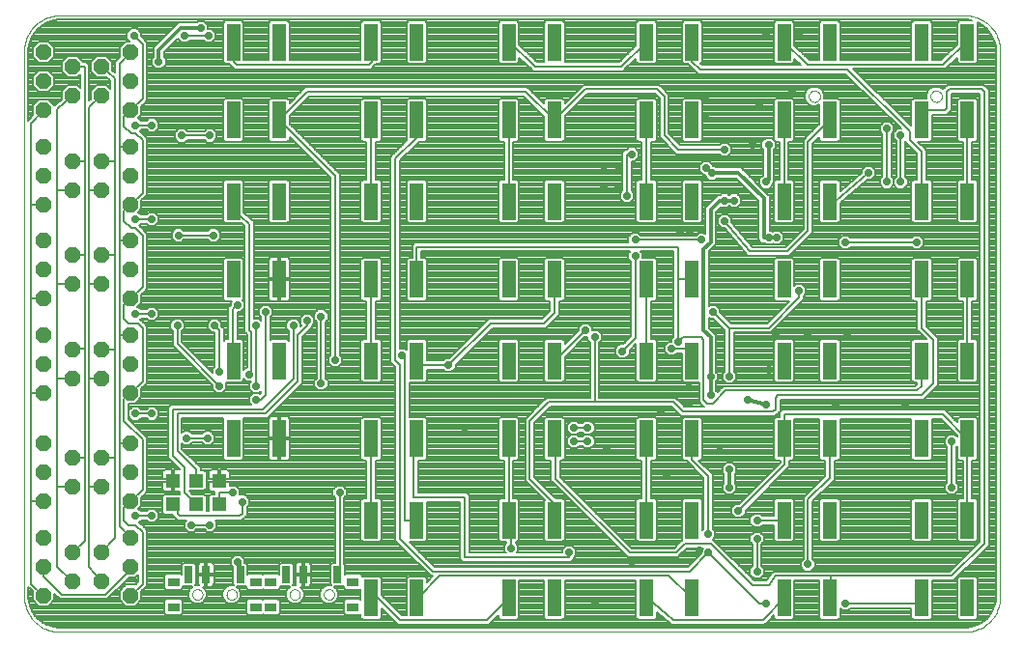
<source format=gbl>
G75*
G70*
%OFA0B0*%
%FSLAX24Y24*%
%IPPOS*%
%LPD*%
%AMOC8*
5,1,8,0,0,1.08239X$1,22.5*
%
%ADD10C,0.0001*%
%ADD11OC8,0.0520*%
%ADD12R,0.0394X0.0315*%
%ADD13R,0.0276X0.0591*%
%ADD14C,0.0000*%
%ADD15R,0.0472X0.1260*%
%ADD16R,0.0472X0.0472*%
%ADD17C,0.0080*%
%ADD18OC8,0.0240*%
%ADD19C,0.0140*%
D10*
X001323Y000141D02*
X032622Y000141D01*
X032688Y000143D01*
X032754Y000148D01*
X032820Y000158D01*
X032885Y000171D01*
X032949Y000187D01*
X033012Y000207D01*
X033074Y000231D01*
X033134Y000258D01*
X033193Y000288D01*
X033250Y000322D01*
X033305Y000359D01*
X033358Y000399D01*
X033409Y000441D01*
X033457Y000487D01*
X033503Y000535D01*
X033545Y000586D01*
X033585Y000639D01*
X033622Y000694D01*
X033656Y000751D01*
X033686Y000810D01*
X033713Y000870D01*
X033737Y000932D01*
X033757Y000995D01*
X033773Y001059D01*
X033786Y001124D01*
X033796Y001190D01*
X033801Y001256D01*
X033803Y001322D01*
X033803Y020220D01*
X033801Y020286D01*
X033796Y020352D01*
X033786Y020418D01*
X033773Y020483D01*
X033757Y020547D01*
X033737Y020610D01*
X033713Y020672D01*
X033686Y020732D01*
X033656Y020791D01*
X033622Y020848D01*
X033585Y020903D01*
X033545Y020956D01*
X033503Y021007D01*
X033457Y021055D01*
X033409Y021101D01*
X033358Y021143D01*
X033305Y021183D01*
X033250Y021220D01*
X033193Y021254D01*
X033134Y021284D01*
X033074Y021311D01*
X033012Y021335D01*
X032949Y021355D01*
X032885Y021371D01*
X032820Y021384D01*
X032754Y021394D01*
X032688Y021399D01*
X032622Y021401D01*
X001323Y021401D01*
X001257Y021399D01*
X001191Y021394D01*
X001125Y021384D01*
X001060Y021371D01*
X000996Y021355D01*
X000933Y021335D01*
X000871Y021311D01*
X000811Y021284D01*
X000752Y021254D01*
X000695Y021220D01*
X000640Y021183D01*
X000587Y021143D01*
X000536Y021101D01*
X000488Y021055D01*
X000442Y021007D01*
X000400Y020956D01*
X000360Y020903D01*
X000323Y020848D01*
X000289Y020791D01*
X000259Y020732D01*
X000232Y020672D01*
X000208Y020610D01*
X000188Y020547D01*
X000172Y020483D01*
X000159Y020418D01*
X000149Y020352D01*
X000144Y020286D01*
X000142Y020220D01*
X000142Y001322D01*
X000144Y001256D01*
X000149Y001190D01*
X000159Y001124D01*
X000172Y001059D01*
X000188Y000995D01*
X000208Y000932D01*
X000232Y000870D01*
X000259Y000810D01*
X000289Y000751D01*
X000323Y000694D01*
X000360Y000639D01*
X000400Y000586D01*
X000442Y000535D01*
X000488Y000487D01*
X000536Y000441D01*
X000587Y000399D01*
X000640Y000359D01*
X000695Y000322D01*
X000752Y000288D01*
X000811Y000258D01*
X000871Y000231D01*
X000933Y000207D01*
X000996Y000187D01*
X001060Y000171D01*
X001125Y000158D01*
X001191Y000148D01*
X001257Y000143D01*
X001323Y000141D01*
D11*
X000803Y001391D03*
X001803Y001891D03*
X002803Y001891D03*
X003803Y001391D03*
X003803Y002391D03*
X002803Y002891D03*
X001803Y002891D03*
X000803Y002391D03*
X000803Y003391D03*
X000803Y004641D03*
X001803Y005141D03*
X002803Y005141D03*
X003803Y004641D03*
X003803Y005641D03*
X002803Y006141D03*
X001803Y006141D03*
X000803Y005641D03*
X000803Y006641D03*
X000803Y008391D03*
X001803Y008891D03*
X002803Y008891D03*
X003803Y008391D03*
X003803Y009391D03*
X002803Y009891D03*
X001803Y009891D03*
X000803Y009391D03*
X000803Y010391D03*
X000803Y011641D03*
X001803Y012141D03*
X002803Y012141D03*
X003803Y011641D03*
X003803Y012641D03*
X002803Y013141D03*
X001803Y013141D03*
X000803Y012641D03*
X000803Y013641D03*
X000803Y014891D03*
X001803Y015391D03*
X002803Y015391D03*
X003803Y014891D03*
X003803Y015891D03*
X002803Y016391D03*
X001803Y016391D03*
X000803Y015891D03*
X000803Y016891D03*
X000803Y018141D03*
X001803Y018641D03*
X002803Y018641D03*
X003803Y018141D03*
X003803Y019141D03*
X002803Y019641D03*
X001803Y019641D03*
X000803Y019141D03*
X000803Y020141D03*
X003803Y020141D03*
X003803Y016891D03*
X003803Y013641D03*
X003803Y010391D03*
X003803Y006641D03*
X003803Y003391D03*
D12*
X005284Y001854D03*
X005284Y000988D03*
X008118Y000988D03*
X008644Y000988D03*
X008644Y001854D03*
X008118Y001854D03*
X011478Y001854D03*
X011478Y000988D03*
D13*
X010947Y002110D03*
X009766Y002110D03*
X009175Y002110D03*
X007587Y002110D03*
X006406Y002110D03*
X005815Y002110D03*
D14*
X005934Y001421D02*
X005936Y001447D01*
X005942Y001473D01*
X005952Y001498D01*
X005965Y001521D01*
X005981Y001541D01*
X006001Y001559D01*
X006023Y001574D01*
X006046Y001586D01*
X006072Y001594D01*
X006098Y001598D01*
X006124Y001598D01*
X006150Y001594D01*
X006176Y001586D01*
X006200Y001574D01*
X006221Y001559D01*
X006241Y001541D01*
X006257Y001521D01*
X006270Y001498D01*
X006280Y001473D01*
X006286Y001447D01*
X006288Y001421D01*
X006286Y001395D01*
X006280Y001369D01*
X006270Y001344D01*
X006257Y001321D01*
X006241Y001301D01*
X006221Y001283D01*
X006199Y001268D01*
X006176Y001256D01*
X006150Y001248D01*
X006124Y001244D01*
X006098Y001244D01*
X006072Y001248D01*
X006046Y001256D01*
X006022Y001268D01*
X006001Y001283D01*
X005981Y001301D01*
X005965Y001321D01*
X005952Y001344D01*
X005942Y001369D01*
X005936Y001395D01*
X005934Y001421D01*
X007115Y001421D02*
X007117Y001447D01*
X007123Y001473D01*
X007133Y001498D01*
X007146Y001521D01*
X007162Y001541D01*
X007182Y001559D01*
X007204Y001574D01*
X007227Y001586D01*
X007253Y001594D01*
X007279Y001598D01*
X007305Y001598D01*
X007331Y001594D01*
X007357Y001586D01*
X007381Y001574D01*
X007402Y001559D01*
X007422Y001541D01*
X007438Y001521D01*
X007451Y001498D01*
X007461Y001473D01*
X007467Y001447D01*
X007469Y001421D01*
X007467Y001395D01*
X007461Y001369D01*
X007451Y001344D01*
X007438Y001321D01*
X007422Y001301D01*
X007402Y001283D01*
X007380Y001268D01*
X007357Y001256D01*
X007331Y001248D01*
X007305Y001244D01*
X007279Y001244D01*
X007253Y001248D01*
X007227Y001256D01*
X007203Y001268D01*
X007182Y001283D01*
X007162Y001301D01*
X007146Y001321D01*
X007133Y001344D01*
X007123Y001369D01*
X007117Y001395D01*
X007115Y001421D01*
X009294Y001421D02*
X009296Y001447D01*
X009302Y001473D01*
X009312Y001498D01*
X009325Y001521D01*
X009341Y001541D01*
X009361Y001559D01*
X009383Y001574D01*
X009406Y001586D01*
X009432Y001594D01*
X009458Y001598D01*
X009484Y001598D01*
X009510Y001594D01*
X009536Y001586D01*
X009560Y001574D01*
X009581Y001559D01*
X009601Y001541D01*
X009617Y001521D01*
X009630Y001498D01*
X009640Y001473D01*
X009646Y001447D01*
X009648Y001421D01*
X009646Y001395D01*
X009640Y001369D01*
X009630Y001344D01*
X009617Y001321D01*
X009601Y001301D01*
X009581Y001283D01*
X009559Y001268D01*
X009536Y001256D01*
X009510Y001248D01*
X009484Y001244D01*
X009458Y001244D01*
X009432Y001248D01*
X009406Y001256D01*
X009382Y001268D01*
X009361Y001283D01*
X009341Y001301D01*
X009325Y001321D01*
X009312Y001344D01*
X009302Y001369D01*
X009296Y001395D01*
X009294Y001421D01*
X010475Y001421D02*
X010477Y001447D01*
X010483Y001473D01*
X010493Y001498D01*
X010506Y001521D01*
X010522Y001541D01*
X010542Y001559D01*
X010564Y001574D01*
X010587Y001586D01*
X010613Y001594D01*
X010639Y001598D01*
X010665Y001598D01*
X010691Y001594D01*
X010717Y001586D01*
X010741Y001574D01*
X010762Y001559D01*
X010782Y001541D01*
X010798Y001521D01*
X010811Y001498D01*
X010821Y001473D01*
X010827Y001447D01*
X010829Y001421D01*
X010827Y001395D01*
X010821Y001369D01*
X010811Y001344D01*
X010798Y001321D01*
X010782Y001301D01*
X010762Y001283D01*
X010740Y001268D01*
X010717Y001256D01*
X010691Y001248D01*
X010665Y001244D01*
X010639Y001244D01*
X010613Y001248D01*
X010587Y001256D01*
X010563Y001268D01*
X010542Y001283D01*
X010522Y001301D01*
X010506Y001321D01*
X010493Y001344D01*
X010483Y001369D01*
X010477Y001395D01*
X010475Y001421D01*
X027204Y018621D02*
X027206Y018648D01*
X027212Y018675D01*
X027221Y018701D01*
X027234Y018725D01*
X027250Y018748D01*
X027269Y018767D01*
X027291Y018784D01*
X027315Y018798D01*
X027340Y018808D01*
X027367Y018815D01*
X027394Y018818D01*
X027422Y018817D01*
X027449Y018812D01*
X027475Y018804D01*
X027499Y018792D01*
X027522Y018776D01*
X027543Y018758D01*
X027560Y018737D01*
X027575Y018713D01*
X027586Y018688D01*
X027594Y018662D01*
X027598Y018635D01*
X027598Y018607D01*
X027594Y018580D01*
X027586Y018554D01*
X027575Y018529D01*
X027560Y018505D01*
X027543Y018484D01*
X027522Y018466D01*
X027500Y018450D01*
X027475Y018438D01*
X027449Y018430D01*
X027422Y018425D01*
X027394Y018424D01*
X027367Y018427D01*
X027340Y018434D01*
X027315Y018444D01*
X027291Y018458D01*
X027269Y018475D01*
X027250Y018494D01*
X027234Y018517D01*
X027221Y018541D01*
X027212Y018567D01*
X027206Y018594D01*
X027204Y018621D01*
X031404Y018621D02*
X031406Y018648D01*
X031412Y018675D01*
X031421Y018701D01*
X031434Y018725D01*
X031450Y018748D01*
X031469Y018767D01*
X031491Y018784D01*
X031515Y018798D01*
X031540Y018808D01*
X031567Y018815D01*
X031594Y018818D01*
X031622Y018817D01*
X031649Y018812D01*
X031675Y018804D01*
X031699Y018792D01*
X031722Y018776D01*
X031743Y018758D01*
X031760Y018737D01*
X031775Y018713D01*
X031786Y018688D01*
X031794Y018662D01*
X031798Y018635D01*
X031798Y018607D01*
X031794Y018580D01*
X031786Y018554D01*
X031775Y018529D01*
X031760Y018505D01*
X031743Y018484D01*
X031722Y018466D01*
X031700Y018450D01*
X031675Y018438D01*
X031649Y018430D01*
X031622Y018425D01*
X031594Y018424D01*
X031567Y018427D01*
X031540Y018434D01*
X031515Y018444D01*
X031491Y018458D01*
X031469Y018475D01*
X031450Y018494D01*
X031434Y018517D01*
X031421Y018541D01*
X031412Y018567D01*
X031406Y018594D01*
X031404Y018621D01*
D15*
X031104Y017803D03*
X032679Y017803D03*
X032679Y020480D03*
X031104Y020480D03*
X027929Y020480D03*
X026354Y020480D03*
X023179Y020480D03*
X021604Y020480D03*
X018429Y020480D03*
X016854Y020480D03*
X013679Y020480D03*
X012104Y020480D03*
X008929Y020480D03*
X007354Y020480D03*
X007354Y017803D03*
X008929Y017803D03*
X012104Y017803D03*
X013679Y017803D03*
X016854Y017803D03*
X018429Y017803D03*
X021604Y017803D03*
X023179Y017803D03*
X026354Y017803D03*
X027929Y017803D03*
X027929Y014980D03*
X026354Y014980D03*
X023179Y014980D03*
X021604Y014980D03*
X018429Y014980D03*
X016854Y014980D03*
X013679Y014980D03*
X012104Y014980D03*
X008929Y014980D03*
X007354Y014980D03*
X007354Y012303D03*
X008929Y012303D03*
X012104Y012303D03*
X013679Y012303D03*
X016854Y012303D03*
X018429Y012303D03*
X021604Y012303D03*
X023179Y012303D03*
X026354Y012303D03*
X027929Y012303D03*
X031104Y012303D03*
X032679Y012303D03*
X032679Y014980D03*
X031104Y014980D03*
X031104Y009480D03*
X032679Y009480D03*
X032679Y006803D03*
X031104Y006803D03*
X027929Y006803D03*
X026354Y006803D03*
X023179Y006803D03*
X021604Y006803D03*
X018429Y006803D03*
X016854Y006803D03*
X013679Y006803D03*
X012104Y006803D03*
X008929Y006803D03*
X007354Y006803D03*
X007354Y009480D03*
X008929Y009480D03*
X012104Y009480D03*
X013679Y009480D03*
X016854Y009480D03*
X018429Y009480D03*
X021604Y009480D03*
X023179Y009480D03*
X026354Y009480D03*
X027929Y009480D03*
X027929Y003980D03*
X026354Y003980D03*
X023179Y003980D03*
X021604Y003980D03*
X018429Y003980D03*
X016854Y003980D03*
X013679Y003980D03*
X012104Y003980D03*
X012104Y001303D03*
X013679Y001303D03*
X016854Y001303D03*
X018429Y001303D03*
X021604Y001303D03*
X023179Y001303D03*
X026354Y001303D03*
X027929Y001303D03*
X031104Y001303D03*
X032679Y001303D03*
X032679Y003980D03*
X031104Y003980D03*
D16*
X006861Y004528D03*
X006061Y004528D03*
X005261Y004528D03*
X005261Y005354D03*
X006061Y005354D03*
X006861Y005354D03*
D17*
X000396Y000850D02*
X000587Y000586D01*
X000850Y000395D01*
X001160Y000294D01*
X001323Y000282D01*
X032622Y000282D01*
X032785Y000294D01*
X033094Y000395D01*
X033358Y000586D01*
X033549Y000850D01*
X033650Y001159D01*
X033663Y001322D01*
X033663Y020220D01*
X033650Y020383D01*
X033549Y020692D01*
X033358Y020956D01*
X033094Y021147D01*
X033024Y021170D01*
X033035Y021159D01*
X033035Y019800D01*
X032964Y019730D01*
X032393Y019730D01*
X032322Y019800D01*
X032322Y019957D01*
X031953Y019607D01*
X031907Y019561D01*
X031905Y019561D01*
X031903Y019559D01*
X031839Y019561D01*
X028749Y019561D01*
X030747Y017600D01*
X030747Y018482D01*
X030818Y018552D01*
X031265Y018552D01*
X031264Y018554D01*
X031264Y018688D01*
X031316Y018812D01*
X031410Y018907D01*
X031534Y018958D01*
X031668Y018958D01*
X031792Y018907D01*
X031836Y018862D01*
X031915Y018941D01*
X031995Y019021D01*
X032127Y019021D01*
X033247Y019021D01*
X033341Y018927D01*
X033421Y018847D01*
X033421Y018715D01*
X033421Y003115D01*
X033327Y003021D01*
X032207Y001901D01*
X032075Y001901D01*
X031460Y001901D01*
X031460Y000623D01*
X031390Y000553D01*
X030818Y000553D01*
X030747Y000623D01*
X030747Y000941D01*
X028640Y000941D01*
X028560Y000861D01*
X028362Y000861D01*
X028285Y000938D01*
X028285Y000623D01*
X028214Y000553D01*
X027643Y000553D01*
X027572Y000623D01*
X027572Y001901D01*
X026710Y001901D01*
X026710Y000623D01*
X026640Y000553D01*
X026068Y000553D01*
X025997Y000623D01*
X025997Y000700D01*
X025794Y000487D01*
X025794Y000485D01*
X025748Y000439D01*
X025703Y000393D01*
X025701Y000393D01*
X025700Y000391D01*
X025635Y000391D01*
X025571Y000390D01*
X025569Y000391D01*
X022527Y000391D01*
X022468Y000386D01*
X022462Y000391D01*
X022455Y000391D01*
X022413Y000433D01*
X021960Y000820D01*
X021960Y000623D01*
X021890Y000553D01*
X021318Y000553D01*
X021247Y000623D01*
X021247Y001901D01*
X018785Y001901D01*
X018785Y000623D01*
X018714Y000553D01*
X018143Y000553D01*
X018072Y000623D01*
X018072Y001901D01*
X017210Y001901D01*
X017210Y000623D01*
X017140Y000553D01*
X016568Y000553D01*
X016497Y000623D01*
X016497Y000720D01*
X016159Y000381D01*
X016026Y000381D01*
X013035Y000381D01*
X012941Y000475D01*
X012460Y000956D01*
X012460Y000623D01*
X012390Y000553D01*
X011818Y000553D01*
X011747Y000623D01*
X011747Y000733D01*
X011725Y000711D01*
X011232Y000711D01*
X011162Y000781D01*
X011162Y001195D01*
X011232Y001265D01*
X011725Y001265D01*
X011747Y001243D01*
X011747Y001599D01*
X011725Y001577D01*
X011232Y001577D01*
X011162Y001647D01*
X011162Y001722D01*
X011134Y001695D01*
X010820Y001695D01*
X010831Y001690D01*
X010921Y001601D01*
X010969Y001484D01*
X010969Y001358D01*
X010921Y001241D01*
X010831Y001152D01*
X010715Y001104D01*
X010589Y001104D01*
X010472Y001152D01*
X010383Y001241D01*
X010334Y001358D01*
X010334Y001484D01*
X010383Y001601D01*
X010472Y001690D01*
X010589Y001738D01*
X010715Y001738D01*
X010717Y001737D01*
X010689Y001765D01*
X010689Y002455D01*
X010759Y002525D01*
X010861Y002525D01*
X010861Y004762D01*
X010781Y004842D01*
X010781Y005040D01*
X010922Y005181D01*
X011120Y005181D01*
X011261Y005040D01*
X011261Y004842D01*
X011181Y004762D01*
X011181Y002479D01*
X011205Y002455D01*
X011205Y002104D01*
X011232Y002132D01*
X011725Y002132D01*
X011795Y002061D01*
X011795Y002030D01*
X011818Y002052D01*
X012390Y002052D01*
X012460Y001982D01*
X012460Y001409D01*
X013167Y000701D01*
X013322Y000701D01*
X013322Y001982D01*
X013393Y002052D01*
X013964Y002052D01*
X014035Y001982D01*
X014035Y001844D01*
X014241Y002061D01*
X014155Y002061D01*
X013035Y003181D01*
X012941Y003275D01*
X012941Y009275D01*
X012875Y009341D01*
X012781Y009435D01*
X012781Y016395D01*
X012781Y016527D01*
X013349Y017096D01*
X013322Y017123D01*
X013322Y018482D01*
X013393Y018552D01*
X013964Y018552D01*
X014035Y018482D01*
X014035Y017123D01*
X013964Y017053D01*
X013759Y017053D01*
X013727Y017021D01*
X013101Y016395D01*
X013101Y009901D01*
X013280Y009901D01*
X013322Y009859D01*
X013322Y010159D01*
X013393Y010230D01*
X013964Y010230D01*
X014035Y010159D01*
X014035Y009501D01*
X014602Y009501D01*
X014682Y009581D01*
X014795Y009581D01*
X016155Y010941D01*
X016287Y010941D01*
X017995Y010941D01*
X018269Y011215D01*
X018269Y011553D01*
X018143Y011553D01*
X018072Y011623D01*
X018072Y012982D01*
X018143Y013052D01*
X018714Y013052D01*
X018785Y012982D01*
X018785Y011623D01*
X018714Y011553D01*
X018588Y011553D01*
X018588Y011215D01*
X018588Y011082D01*
X018221Y010715D01*
X018127Y010621D01*
X016287Y010621D01*
X015021Y009355D01*
X015021Y009242D01*
X014880Y009101D01*
X014682Y009101D01*
X014602Y009181D01*
X014035Y009181D01*
X014035Y008800D01*
X013964Y008730D01*
X013421Y008730D01*
X013421Y007552D01*
X013964Y007552D01*
X014035Y007482D01*
X014035Y006123D01*
X013964Y006053D01*
X013741Y006053D01*
X013741Y004941D01*
X015275Y004941D01*
X015407Y004941D01*
X015501Y004847D01*
X015501Y002861D01*
X016762Y002861D01*
X016701Y002922D01*
X016701Y003120D01*
X016781Y003200D01*
X016781Y003230D01*
X016568Y003230D01*
X016497Y003300D01*
X016497Y004659D01*
X016568Y004730D01*
X016694Y004730D01*
X016694Y006053D01*
X016568Y006053D01*
X016497Y006123D01*
X016497Y007482D01*
X016568Y007552D01*
X017140Y007552D01*
X017210Y007482D01*
X017210Y006123D01*
X017140Y006053D01*
X017014Y006053D01*
X017014Y004730D01*
X017140Y004730D01*
X017210Y004659D01*
X017210Y003300D01*
X017140Y003230D01*
X017101Y003230D01*
X017101Y003200D01*
X017181Y003120D01*
X017181Y002922D01*
X017120Y002861D01*
X018691Y002861D01*
X018691Y002960D01*
X018832Y003101D01*
X019030Y003101D01*
X019171Y002960D01*
X019171Y002762D01*
X019091Y002682D01*
X019091Y002635D01*
X018997Y002541D01*
X018865Y002541D01*
X015275Y002541D01*
X015181Y002635D01*
X015181Y002767D01*
X015181Y004621D01*
X014035Y004621D01*
X014035Y003300D01*
X013964Y003230D01*
X013439Y003230D01*
X014287Y002381D01*
X023035Y002381D01*
X023501Y002847D01*
X023501Y002960D01*
X023562Y003021D01*
X023007Y003021D01*
X022781Y002795D01*
X022781Y002795D01*
X022687Y002701D01*
X021087Y002701D01*
X020955Y002701D01*
X018395Y005261D01*
X018301Y005355D01*
X018301Y006053D01*
X018143Y006053D01*
X018072Y006123D01*
X018072Y007482D01*
X018143Y007552D01*
X018714Y007552D01*
X018785Y007482D01*
X018785Y006123D01*
X018714Y006053D01*
X018621Y006053D01*
X018621Y005487D01*
X021087Y003021D01*
X022555Y003021D01*
X022781Y003247D01*
X022781Y003247D01*
X022828Y003294D01*
X022822Y003300D01*
X022822Y004659D01*
X022893Y004730D01*
X023464Y004730D01*
X023535Y004659D01*
X023535Y003634D01*
X023581Y003680D01*
X023581Y005435D01*
X023021Y005995D01*
X023021Y006053D01*
X022893Y006053D01*
X022822Y006123D01*
X022822Y007482D01*
X022893Y007552D01*
X023464Y007552D01*
X023535Y007482D01*
X023535Y006123D01*
X023464Y006053D01*
X023416Y006053D01*
X023901Y005567D01*
X023901Y005435D01*
X023901Y003680D01*
X023981Y003600D01*
X023981Y003402D01*
X023904Y003325D01*
X023981Y003247D01*
X023981Y003247D01*
X025327Y001901D01*
X025741Y001901D01*
X025901Y002114D01*
X025901Y002127D01*
X025940Y002166D01*
X025973Y002210D01*
X025986Y002212D01*
X025995Y002221D01*
X026050Y002221D01*
X026104Y002229D01*
X026114Y002221D01*
X027915Y002221D01*
X032075Y002221D01*
X033101Y003247D01*
X033101Y018701D01*
X032141Y018701D01*
X032141Y018287D01*
X032141Y018155D01*
X032061Y018075D01*
X031967Y017981D01*
X031460Y017981D01*
X031460Y017123D01*
X031390Y017053D01*
X030976Y017053D01*
X031264Y016765D01*
X031264Y016632D01*
X031264Y015730D01*
X031390Y015730D01*
X031460Y015659D01*
X031460Y014300D01*
X031390Y014230D01*
X030818Y014230D01*
X030747Y014300D01*
X030747Y015659D01*
X030818Y015730D01*
X030944Y015730D01*
X030944Y016632D01*
X030635Y016941D01*
X030541Y017035D01*
X030541Y017082D01*
X030541Y017082D01*
X030541Y015840D01*
X030621Y015760D01*
X030621Y015562D01*
X030480Y015421D01*
X030282Y015421D01*
X030141Y015562D01*
X030000Y015421D01*
X029802Y015421D01*
X029661Y015562D01*
X029661Y015760D01*
X029741Y015840D01*
X029741Y017322D01*
X029661Y017402D01*
X029661Y017600D01*
X029802Y017741D01*
X030000Y017741D01*
X030141Y017600D01*
X030141Y017402D01*
X030061Y017322D01*
X030061Y015840D01*
X030141Y015760D01*
X030141Y015562D01*
X030141Y015760D01*
X030221Y015840D01*
X030221Y017082D01*
X030141Y017162D01*
X030141Y017360D01*
X030282Y017501D01*
X030391Y017501D01*
X028476Y019381D01*
X023527Y019381D01*
X023395Y019381D01*
X023115Y019661D01*
X023046Y019730D01*
X022893Y019730D01*
X022822Y019800D01*
X022822Y021159D01*
X022893Y021230D01*
X023464Y021230D01*
X023535Y021159D01*
X023535Y019800D01*
X023481Y019747D01*
X023527Y019701D01*
X026942Y019701D01*
X026710Y019921D01*
X026710Y019800D01*
X026640Y019730D01*
X026068Y019730D01*
X025997Y019800D01*
X025997Y021159D01*
X026068Y021230D01*
X026640Y021230D01*
X026710Y021159D01*
X026710Y020362D01*
X027217Y019881D01*
X027572Y019881D01*
X027572Y021159D01*
X027643Y021230D01*
X028214Y021230D01*
X028285Y021159D01*
X028285Y019881D01*
X030747Y019881D01*
X030747Y021159D01*
X030818Y021230D01*
X031390Y021230D01*
X031460Y021159D01*
X031460Y019881D01*
X031777Y019881D01*
X032322Y020398D01*
X032322Y021159D01*
X032393Y021230D01*
X032841Y021230D01*
X032785Y021248D01*
X032622Y021260D01*
X001323Y021260D01*
X001160Y021248D01*
X000850Y021147D01*
X000587Y020956D01*
X000396Y020692D01*
X000295Y020383D01*
X000282Y020220D01*
X000282Y017791D01*
X000438Y017968D01*
X000423Y017984D01*
X000423Y018298D01*
X000646Y018521D01*
X000960Y018521D01*
X001178Y018304D01*
X001195Y018321D01*
X001200Y018321D01*
X001423Y018518D01*
X001423Y018798D01*
X001646Y019021D01*
X001960Y019021D01*
X002061Y018920D01*
X002061Y019362D01*
X001960Y019261D01*
X001646Y019261D01*
X001423Y019484D01*
X001423Y019798D01*
X001646Y020021D01*
X001960Y020021D01*
X002180Y019801D01*
X002287Y019801D01*
X002381Y019707D01*
X002381Y019575D01*
X002381Y018461D01*
X002423Y018501D01*
X002423Y018798D01*
X002646Y019021D01*
X002960Y019021D01*
X003101Y018880D01*
X003101Y019168D01*
X002977Y019277D01*
X002960Y019261D01*
X002646Y019261D01*
X002423Y019484D01*
X002423Y019798D01*
X002646Y020021D01*
X002960Y020021D01*
X003183Y019798D01*
X003183Y019522D01*
X003261Y019453D01*
X003261Y019740D01*
X003260Y019804D01*
X003261Y019805D01*
X003261Y019807D01*
X003307Y019853D01*
X003427Y019979D01*
X003423Y019984D01*
X003423Y020298D01*
X003646Y020521D01*
X003782Y020521D01*
X003681Y020622D01*
X003681Y020820D01*
X003822Y020961D01*
X004020Y020961D01*
X004161Y020820D01*
X004161Y020707D01*
X004381Y020487D01*
X004381Y020355D01*
X004381Y018605D01*
X004382Y018604D01*
X004381Y018539D01*
X004381Y018475D01*
X004380Y018473D01*
X004380Y018471D01*
X004333Y018426D01*
X004287Y018381D01*
X004285Y018381D01*
X004183Y018283D01*
X004183Y017984D01*
X004060Y017861D01*
X004080Y017861D01*
X004160Y017781D01*
X004362Y017781D01*
X004442Y017861D01*
X004640Y017861D01*
X004781Y017720D01*
X004781Y017522D01*
X004640Y017381D01*
X004442Y017381D01*
X004362Y017461D01*
X004160Y017461D01*
X004124Y017425D01*
X004141Y017407D01*
X004381Y017167D01*
X004381Y017035D01*
X004381Y015355D01*
X004382Y015354D01*
X004381Y015289D01*
X004381Y015225D01*
X004380Y015223D01*
X004380Y015221D01*
X004333Y015176D01*
X004287Y015131D01*
X004285Y015131D01*
X004183Y015033D01*
X004183Y014734D01*
X004070Y014621D01*
X004080Y014621D01*
X004160Y014541D01*
X004362Y014541D01*
X004442Y014621D01*
X004640Y014621D01*
X004781Y014480D01*
X004781Y014282D01*
X004640Y014141D01*
X004442Y014141D01*
X004362Y014221D01*
X004160Y014221D01*
X004104Y014165D01*
X004141Y014127D01*
X004381Y013887D01*
X004381Y013755D01*
X004381Y012105D01*
X004382Y012104D01*
X004381Y012039D01*
X004381Y011975D01*
X004380Y011973D01*
X004380Y011971D01*
X004333Y011927D01*
X004287Y011881D01*
X004285Y011881D01*
X004183Y011783D01*
X004183Y011484D01*
X004040Y011341D01*
X004080Y011341D01*
X004160Y011261D01*
X004362Y011261D01*
X004442Y011341D01*
X004640Y011341D01*
X004781Y011200D01*
X004781Y011002D01*
X004640Y010861D01*
X004442Y010861D01*
X004362Y010941D01*
X004160Y010941D01*
X004144Y010925D01*
X004221Y010847D01*
X004381Y010687D01*
X004381Y010555D01*
X004381Y008855D01*
X004382Y008854D01*
X004381Y008789D01*
X004381Y008725D01*
X004380Y008723D01*
X004380Y008721D01*
X004333Y008677D01*
X004287Y008631D01*
X004285Y008631D01*
X004183Y008533D01*
X004183Y008234D01*
X003960Y008011D01*
X003741Y008011D01*
X003741Y007487D01*
X004381Y006847D01*
X004381Y006715D01*
X004381Y005105D01*
X004382Y005104D01*
X004381Y005039D01*
X004381Y004975D01*
X004380Y004973D01*
X004380Y004971D01*
X004333Y004927D01*
X004287Y004881D01*
X004285Y004881D01*
X004183Y004783D01*
X004183Y004484D01*
X004080Y004381D01*
X004080Y004381D01*
X004160Y004301D01*
X004362Y004301D01*
X004442Y004381D01*
X004640Y004381D01*
X004781Y004240D01*
X004781Y004042D01*
X004640Y003901D01*
X004442Y003901D01*
X004362Y003981D01*
X004160Y003981D01*
X004104Y003925D01*
X004141Y003887D01*
X004141Y003887D01*
X004287Y003741D01*
X004287Y003741D01*
X004381Y003647D01*
X004381Y001855D01*
X004382Y001854D01*
X004381Y001789D01*
X004381Y001725D01*
X004380Y001723D01*
X004380Y001721D01*
X004333Y001677D01*
X004287Y001631D01*
X004285Y001631D01*
X004183Y001533D01*
X004183Y001234D01*
X003960Y001011D01*
X003646Y001011D01*
X003423Y001234D01*
X003423Y001548D01*
X003646Y001771D01*
X003960Y001771D01*
X003964Y001767D01*
X004061Y001859D01*
X004061Y002112D01*
X003960Y002011D01*
X003757Y002011D01*
X003007Y001261D01*
X002875Y001261D01*
X001487Y001261D01*
X001355Y001261D01*
X001183Y001433D01*
X001183Y001234D01*
X000960Y001011D01*
X000646Y001011D01*
X000423Y001234D01*
X000423Y001531D01*
X000317Y001631D01*
X000315Y001631D01*
X000282Y001664D01*
X000282Y001322D01*
X000295Y001159D01*
X000396Y000850D01*
X000397Y000848D02*
X004967Y000848D01*
X004967Y000781D02*
X005037Y000711D01*
X005530Y000711D01*
X005601Y000781D01*
X005601Y001195D01*
X005530Y001265D01*
X005037Y001265D01*
X004967Y001195D01*
X004967Y000781D01*
X004978Y000769D02*
X000454Y000769D01*
X000511Y000691D02*
X011747Y000691D01*
X011758Y000612D02*
X000568Y000612D01*
X000659Y000534D02*
X012882Y000534D01*
X012804Y000612D02*
X012449Y000612D01*
X012460Y000691D02*
X012725Y000691D01*
X012646Y000769D02*
X012460Y000769D01*
X012460Y000848D02*
X012568Y000848D01*
X012489Y000927D02*
X012460Y000927D01*
X012706Y001162D02*
X013322Y001162D01*
X013322Y001084D02*
X012785Y001084D01*
X012863Y001005D02*
X013322Y001005D01*
X013322Y000927D02*
X012942Y000927D01*
X013020Y000848D02*
X013322Y000848D01*
X013322Y000769D02*
X013099Y000769D01*
X013101Y000541D02*
X016092Y000541D01*
X016854Y001303D01*
X016891Y001303D01*
X017210Y001319D02*
X018072Y001319D01*
X018072Y001241D02*
X017210Y001241D01*
X017210Y001162D02*
X018072Y001162D01*
X018072Y001084D02*
X017210Y001084D01*
X017210Y001005D02*
X018072Y001005D01*
X018072Y000927D02*
X017210Y000927D01*
X017210Y000848D02*
X018072Y000848D01*
X018072Y000769D02*
X017210Y000769D01*
X017210Y000691D02*
X018072Y000691D01*
X018083Y000612D02*
X017199Y000612D01*
X016508Y000612D02*
X016390Y000612D01*
X016311Y000534D02*
X022295Y000534D01*
X022203Y000612D02*
X021949Y000612D01*
X021960Y000691D02*
X022111Y000691D01*
X022019Y000769D02*
X021960Y000769D01*
X022387Y000455D02*
X016233Y000455D01*
X016468Y000691D02*
X016497Y000691D01*
X017210Y001398D02*
X018072Y001398D01*
X018072Y001476D02*
X017210Y001476D01*
X017210Y001555D02*
X018072Y001555D01*
X018072Y001633D02*
X017210Y001633D01*
X017210Y001712D02*
X018072Y001712D01*
X018072Y001791D02*
X017210Y001791D01*
X017210Y001869D02*
X018072Y001869D01*
X018785Y001869D02*
X021247Y001869D01*
X021247Y001791D02*
X018785Y001791D01*
X018785Y001712D02*
X021247Y001712D01*
X021247Y001633D02*
X018785Y001633D01*
X018785Y001555D02*
X021247Y001555D01*
X021247Y001476D02*
X018785Y001476D01*
X018785Y001398D02*
X021247Y001398D01*
X021247Y001319D02*
X018785Y001319D01*
X018785Y001241D02*
X021247Y001241D01*
X021247Y001162D02*
X018785Y001162D01*
X018785Y001084D02*
X021247Y001084D01*
X021247Y001005D02*
X018785Y001005D01*
X018785Y000927D02*
X021247Y000927D01*
X021247Y000848D02*
X018785Y000848D01*
X018785Y000769D02*
X021247Y000769D01*
X021247Y000691D02*
X018785Y000691D01*
X018774Y000612D02*
X021258Y000612D01*
X021604Y001303D02*
X021641Y001303D01*
X022521Y000551D01*
X025634Y000551D01*
X026354Y001303D01*
X026710Y001319D02*
X027572Y001319D01*
X027572Y001241D02*
X026710Y001241D01*
X026710Y001162D02*
X027572Y001162D01*
X027572Y001084D02*
X026710Y001084D01*
X026710Y001005D02*
X027572Y001005D01*
X027572Y000927D02*
X026710Y000927D01*
X026710Y000848D02*
X027572Y000848D01*
X027572Y000769D02*
X026710Y000769D01*
X026710Y000691D02*
X027572Y000691D01*
X027583Y000612D02*
X026699Y000612D01*
X026008Y000612D02*
X025914Y000612D01*
X025839Y000534D02*
X033286Y000534D01*
X033377Y000612D02*
X033024Y000612D01*
X033035Y000623D02*
X033035Y001982D01*
X032964Y002052D01*
X032393Y002052D01*
X032322Y001982D01*
X032322Y000623D01*
X032393Y000553D01*
X032964Y000553D01*
X033035Y000623D01*
X033035Y000691D02*
X033434Y000691D01*
X033491Y000769D02*
X033035Y000769D01*
X033035Y000848D02*
X033548Y000848D01*
X033574Y000927D02*
X033035Y000927D01*
X033035Y001005D02*
X033600Y001005D01*
X033625Y001084D02*
X033035Y001084D01*
X033035Y001162D02*
X033650Y001162D01*
X033656Y001241D02*
X033035Y001241D01*
X033035Y001319D02*
X033662Y001319D01*
X033663Y001398D02*
X033035Y001398D01*
X033035Y001476D02*
X033663Y001476D01*
X033663Y001555D02*
X033035Y001555D01*
X033035Y001633D02*
X033663Y001633D01*
X033663Y001712D02*
X033035Y001712D01*
X033035Y001791D02*
X033663Y001791D01*
X033663Y001869D02*
X033035Y001869D01*
X033035Y001948D02*
X033663Y001948D01*
X033663Y002026D02*
X032991Y002026D01*
X032647Y002340D02*
X033663Y002340D01*
X033663Y002262D02*
X032568Y002262D01*
X032489Y002183D02*
X033663Y002183D01*
X033663Y002105D02*
X032411Y002105D01*
X032366Y002026D02*
X032332Y002026D01*
X032322Y001948D02*
X032254Y001948D01*
X032322Y001869D02*
X031460Y001869D01*
X031460Y001791D02*
X032322Y001791D01*
X032322Y001712D02*
X031460Y001712D01*
X031460Y001633D02*
X032322Y001633D01*
X032322Y001555D02*
X031460Y001555D01*
X031460Y001476D02*
X032322Y001476D01*
X032322Y001398D02*
X031460Y001398D01*
X031460Y001319D02*
X032322Y001319D01*
X032322Y001241D02*
X031460Y001241D01*
X031460Y001162D02*
X032322Y001162D01*
X032322Y001084D02*
X031460Y001084D01*
X031460Y001005D02*
X032322Y001005D01*
X032322Y000927D02*
X031460Y000927D01*
X031460Y000848D02*
X032322Y000848D01*
X032322Y000769D02*
X031460Y000769D01*
X031460Y000691D02*
X032322Y000691D01*
X032333Y000612D02*
X031449Y000612D01*
X030758Y000612D02*
X028274Y000612D01*
X028285Y000691D02*
X030747Y000691D01*
X030747Y000769D02*
X028285Y000769D01*
X028285Y000848D02*
X030747Y000848D01*
X030747Y000927D02*
X028626Y000927D01*
X028461Y001101D02*
X031104Y001101D01*
X031104Y001303D01*
X032141Y002061D02*
X033261Y003181D01*
X033261Y018781D01*
X033181Y018861D01*
X032061Y018861D01*
X031981Y018781D01*
X031981Y018221D01*
X031901Y018141D01*
X031101Y018141D01*
X031101Y017805D01*
X031104Y017803D01*
X031460Y017813D02*
X032322Y017813D01*
X032322Y017735D02*
X031460Y017735D01*
X031460Y017656D02*
X032322Y017656D01*
X032322Y017578D02*
X031460Y017578D01*
X031460Y017499D02*
X032322Y017499D01*
X032322Y017421D02*
X031460Y017421D01*
X031460Y017342D02*
X032322Y017342D01*
X032322Y017264D02*
X031460Y017264D01*
X031460Y017185D02*
X032322Y017185D01*
X032322Y017123D02*
X032393Y017053D01*
X032519Y017053D01*
X032519Y015730D01*
X032393Y015730D01*
X032322Y015659D01*
X032322Y014300D01*
X032393Y014230D01*
X032964Y014230D01*
X033035Y014300D01*
X033035Y015659D01*
X032964Y015730D01*
X032838Y015730D01*
X032838Y017053D01*
X032964Y017053D01*
X033035Y017123D01*
X033035Y018482D01*
X032964Y018552D01*
X032393Y018552D01*
X032322Y018482D01*
X032322Y017123D01*
X032339Y017106D02*
X031443Y017106D01*
X031158Y016871D02*
X032519Y016871D01*
X032519Y016949D02*
X031079Y016949D01*
X031001Y017028D02*
X032519Y017028D01*
X032519Y016792D02*
X031236Y016792D01*
X031264Y016714D02*
X032519Y016714D01*
X032519Y016635D02*
X031264Y016635D01*
X031264Y016557D02*
X032519Y016557D01*
X032519Y016478D02*
X031264Y016478D01*
X031264Y016400D02*
X032519Y016400D01*
X032519Y016321D02*
X031264Y016321D01*
X031264Y016242D02*
X032519Y016242D01*
X032519Y016164D02*
X031264Y016164D01*
X031264Y016085D02*
X032519Y016085D01*
X032519Y016007D02*
X031264Y016007D01*
X031264Y015928D02*
X032519Y015928D01*
X032519Y015850D02*
X031264Y015850D01*
X031264Y015771D02*
X032519Y015771D01*
X032356Y015693D02*
X031426Y015693D01*
X031460Y015614D02*
X032322Y015614D01*
X032322Y015536D02*
X031460Y015536D01*
X031460Y015457D02*
X032322Y015457D01*
X032322Y015379D02*
X031460Y015379D01*
X031460Y015300D02*
X032322Y015300D01*
X032322Y015221D02*
X031460Y015221D01*
X031460Y015143D02*
X032322Y015143D01*
X032322Y015064D02*
X031460Y015064D01*
X031460Y014986D02*
X032322Y014986D01*
X032322Y014907D02*
X031460Y014907D01*
X031460Y014829D02*
X032322Y014829D01*
X032322Y014750D02*
X031460Y014750D01*
X031460Y014672D02*
X032322Y014672D01*
X032322Y014593D02*
X031460Y014593D01*
X031460Y014515D02*
X032322Y014515D01*
X032322Y014436D02*
X031460Y014436D01*
X031460Y014357D02*
X032322Y014357D01*
X032343Y014279D02*
X031439Y014279D01*
X031040Y013821D02*
X030842Y013821D01*
X030762Y013741D01*
X028640Y013741D01*
X028560Y013821D01*
X028362Y013821D01*
X028221Y013680D01*
X028221Y013482D01*
X028362Y013341D01*
X028560Y013341D01*
X028640Y013421D01*
X030762Y013421D01*
X030842Y013341D01*
X031040Y013341D01*
X031181Y013482D01*
X031181Y013680D01*
X031040Y013821D01*
X031054Y013808D02*
X033101Y013808D01*
X033101Y013886D02*
X027312Y013886D01*
X027341Y013915D02*
X027341Y014047D01*
X027341Y016989D01*
X027572Y017220D01*
X027572Y017123D01*
X027643Y017053D01*
X028214Y017053D01*
X028285Y017123D01*
X028285Y018482D01*
X028214Y018552D01*
X027737Y018552D01*
X027738Y018554D01*
X027738Y018688D01*
X027687Y018812D01*
X027592Y018907D01*
X027468Y018958D01*
X027334Y018958D01*
X027210Y018907D01*
X027116Y018812D01*
X027064Y018688D01*
X027064Y018554D01*
X027116Y018430D01*
X027210Y018336D01*
X027334Y018284D01*
X027468Y018284D01*
X027572Y018327D01*
X027572Y017673D01*
X027115Y017215D01*
X027021Y017121D01*
X027021Y014047D01*
X026395Y013421D01*
X025255Y013421D01*
X024541Y014265D01*
X024541Y014400D01*
X024400Y014541D01*
X024202Y014541D01*
X024061Y014400D01*
X024061Y014202D01*
X024202Y014061D01*
X024295Y014061D01*
X025021Y013202D01*
X025021Y013195D01*
X025063Y013153D01*
X025102Y013107D01*
X025109Y013107D01*
X025115Y013101D01*
X025175Y013101D01*
X025234Y013096D01*
X025240Y013101D01*
X026527Y013101D01*
X026621Y013195D01*
X027341Y013915D01*
X027341Y013965D02*
X033101Y013965D01*
X033101Y014043D02*
X027341Y014043D01*
X027341Y014122D02*
X033101Y014122D01*
X033101Y014200D02*
X027341Y014200D01*
X027341Y014279D02*
X027593Y014279D01*
X027572Y014300D02*
X027643Y014230D01*
X028214Y014230D01*
X028285Y014300D01*
X028285Y014928D01*
X029228Y015741D01*
X029360Y015741D01*
X029501Y015882D01*
X029501Y016080D01*
X029360Y016221D01*
X029162Y016221D01*
X029021Y016080D01*
X029021Y015985D01*
X028285Y015350D01*
X028285Y015659D01*
X028214Y015730D01*
X027643Y015730D01*
X027572Y015659D01*
X027572Y014300D01*
X027572Y014357D02*
X027341Y014357D01*
X027341Y014436D02*
X027572Y014436D01*
X027572Y014515D02*
X027341Y014515D01*
X027341Y014593D02*
X027572Y014593D01*
X027572Y014672D02*
X027341Y014672D01*
X027341Y014750D02*
X027572Y014750D01*
X027572Y014829D02*
X027341Y014829D01*
X027341Y014907D02*
X027572Y014907D01*
X027572Y014986D02*
X027341Y014986D01*
X027341Y015064D02*
X027572Y015064D01*
X027572Y015143D02*
X027341Y015143D01*
X027341Y015221D02*
X027572Y015221D01*
X027572Y015300D02*
X027341Y015300D01*
X027341Y015379D02*
X027572Y015379D01*
X027572Y015457D02*
X027341Y015457D01*
X027341Y015536D02*
X027572Y015536D01*
X027572Y015614D02*
X027341Y015614D01*
X027341Y015693D02*
X027606Y015693D01*
X027341Y015771D02*
X028773Y015771D01*
X028864Y015850D02*
X027341Y015850D01*
X027341Y015928D02*
X028955Y015928D01*
X029021Y016007D02*
X027341Y016007D01*
X027341Y016085D02*
X029026Y016085D01*
X029105Y016164D02*
X027341Y016164D01*
X027341Y016242D02*
X029741Y016242D01*
X029741Y016164D02*
X029418Y016164D01*
X029496Y016085D02*
X029741Y016085D01*
X029741Y016007D02*
X029501Y016007D01*
X029501Y015928D02*
X029741Y015928D01*
X029741Y015850D02*
X029469Y015850D01*
X029391Y015771D02*
X029672Y015771D01*
X029661Y015693D02*
X029172Y015693D01*
X029080Y015614D02*
X029661Y015614D01*
X029687Y015536D02*
X028989Y015536D01*
X028898Y015457D02*
X029766Y015457D01*
X029901Y015661D02*
X029901Y017501D01*
X029661Y017499D02*
X028285Y017499D01*
X028285Y017421D02*
X029661Y017421D01*
X029721Y017342D02*
X028285Y017342D01*
X028285Y017264D02*
X029741Y017264D01*
X029741Y017185D02*
X028285Y017185D01*
X028268Y017106D02*
X029741Y017106D01*
X029741Y017028D02*
X027380Y017028D01*
X027341Y016949D02*
X029741Y016949D01*
X029741Y016871D02*
X027341Y016871D01*
X027341Y016792D02*
X029741Y016792D01*
X029741Y016714D02*
X027341Y016714D01*
X027341Y016635D02*
X029741Y016635D01*
X029741Y016557D02*
X027341Y016557D01*
X027341Y016478D02*
X029741Y016478D01*
X029741Y016400D02*
X027341Y016400D01*
X027341Y016321D02*
X029741Y016321D01*
X030061Y016321D02*
X030221Y016321D01*
X030221Y016242D02*
X030061Y016242D01*
X030061Y016164D02*
X030221Y016164D01*
X030221Y016085D02*
X030061Y016085D01*
X030061Y016007D02*
X030221Y016007D01*
X030221Y015928D02*
X030061Y015928D01*
X030061Y015850D02*
X030221Y015850D01*
X030152Y015771D02*
X030130Y015771D01*
X030141Y015693D02*
X030141Y015693D01*
X030141Y015614D02*
X030141Y015614D01*
X030115Y015536D02*
X030167Y015536D01*
X030246Y015457D02*
X030036Y015457D01*
X030381Y015661D02*
X030381Y017261D01*
X030141Y017264D02*
X030061Y017264D01*
X030061Y017185D02*
X030141Y017185D01*
X030196Y017106D02*
X030061Y017106D01*
X030061Y017028D02*
X030221Y017028D01*
X030221Y016949D02*
X030061Y016949D01*
X030061Y016871D02*
X030221Y016871D01*
X030221Y016792D02*
X030061Y016792D01*
X030061Y016714D02*
X030221Y016714D01*
X030221Y016635D02*
X030061Y016635D01*
X030061Y016557D02*
X030221Y016557D01*
X030221Y016478D02*
X030061Y016478D01*
X030061Y016400D02*
X030221Y016400D01*
X030541Y016400D02*
X030944Y016400D01*
X030944Y016478D02*
X030541Y016478D01*
X030541Y016557D02*
X030944Y016557D01*
X030941Y016635D02*
X030541Y016635D01*
X030541Y016714D02*
X030862Y016714D01*
X030784Y016792D02*
X030541Y016792D01*
X030541Y016871D02*
X030705Y016871D01*
X030627Y016949D02*
X030541Y016949D01*
X030541Y017028D02*
X030548Y017028D01*
X030701Y017101D02*
X030701Y017421D01*
X028541Y019541D01*
X023461Y019541D01*
X023181Y019821D01*
X023181Y020477D01*
X023179Y020480D01*
X023535Y020484D02*
X025997Y020484D01*
X025997Y020562D02*
X023535Y020562D01*
X023535Y020641D02*
X025997Y020641D01*
X025997Y020719D02*
X023535Y020719D01*
X023535Y020798D02*
X025997Y020798D01*
X025997Y020877D02*
X023535Y020877D01*
X023535Y020955D02*
X025997Y020955D01*
X025997Y021034D02*
X023535Y021034D01*
X023535Y021112D02*
X025997Y021112D01*
X026029Y021191D02*
X023503Y021191D01*
X022854Y021191D02*
X021928Y021191D01*
X021960Y021159D02*
X021890Y021230D01*
X021318Y021230D01*
X021247Y021159D01*
X021247Y020361D01*
X020660Y019801D01*
X018785Y019801D01*
X018785Y021159D01*
X018714Y021230D01*
X018143Y021230D01*
X018072Y021159D01*
X018072Y019801D01*
X017835Y019801D01*
X017210Y020397D01*
X017210Y021159D01*
X017140Y021230D01*
X016568Y021230D01*
X016497Y021159D01*
X016497Y019800D01*
X016568Y019730D01*
X017140Y019730D01*
X017210Y019800D01*
X017210Y019955D01*
X017659Y019527D01*
X017705Y019481D01*
X017707Y019481D01*
X017709Y019480D01*
X017772Y019481D01*
X020722Y019481D01*
X020786Y019480D01*
X020788Y019481D01*
X020790Y019481D01*
X020835Y019527D01*
X021247Y019919D01*
X021247Y019800D01*
X021318Y019730D01*
X021890Y019730D01*
X021960Y019800D01*
X021960Y021159D01*
X021960Y021112D02*
X022822Y021112D01*
X022822Y021034D02*
X021960Y021034D01*
X021960Y020955D02*
X022822Y020955D01*
X022822Y020877D02*
X021960Y020877D01*
X021960Y020798D02*
X022822Y020798D01*
X022822Y020719D02*
X021960Y020719D01*
X021960Y020641D02*
X022822Y020641D01*
X022822Y020562D02*
X021960Y020562D01*
X021960Y020484D02*
X022822Y020484D01*
X022822Y020405D02*
X021960Y020405D01*
X021960Y020327D02*
X022822Y020327D01*
X022822Y020248D02*
X021960Y020248D01*
X021960Y020170D02*
X022822Y020170D01*
X022822Y020091D02*
X021960Y020091D01*
X021960Y020013D02*
X022822Y020013D01*
X022822Y019934D02*
X021960Y019934D01*
X021960Y019855D02*
X022822Y019855D01*
X022845Y019777D02*
X021937Y019777D01*
X021271Y019777D02*
X021098Y019777D01*
X021016Y019698D02*
X023078Y019698D01*
X023156Y019620D02*
X020933Y019620D01*
X020851Y019541D02*
X023235Y019541D01*
X023313Y019463D02*
X004381Y019463D01*
X004381Y019541D02*
X007395Y019541D01*
X011955Y019541D01*
X012087Y019541D01*
X012207Y019661D01*
X012276Y019730D01*
X012390Y019730D01*
X012460Y019800D01*
X012460Y021159D01*
X012390Y021230D01*
X011818Y021230D01*
X011747Y021159D01*
X011747Y019861D01*
X009285Y019861D01*
X009285Y021159D01*
X009214Y021230D01*
X008643Y021230D01*
X008572Y021159D01*
X008572Y019861D01*
X007710Y019861D01*
X007710Y021159D01*
X007640Y021230D01*
X007068Y021230D01*
X006997Y021159D01*
X006997Y019800D01*
X007068Y019730D01*
X007206Y019730D01*
X007301Y019635D01*
X007395Y019541D01*
X007316Y019620D02*
X004919Y019620D01*
X004880Y019581D02*
X005021Y019722D01*
X005021Y019920D01*
X004971Y019970D01*
X004971Y020142D01*
X005426Y020597D01*
X005562Y020461D01*
X005760Y020461D01*
X005840Y020541D01*
X006322Y020541D01*
X006402Y020461D01*
X006600Y020461D01*
X006741Y020602D01*
X006741Y020800D01*
X006600Y020941D01*
X006461Y020941D01*
X006461Y021080D01*
X006320Y021221D01*
X006122Y021221D01*
X006072Y021171D01*
X005620Y021171D01*
X005462Y021171D01*
X004702Y020411D01*
X004591Y020300D01*
X004591Y019970D01*
X004541Y019920D01*
X004541Y019722D01*
X004682Y019581D01*
X004880Y019581D01*
X004998Y019698D02*
X007238Y019698D01*
X007354Y019809D02*
X007461Y019701D01*
X012021Y019701D01*
X012141Y019821D01*
X012141Y020442D01*
X012104Y020480D01*
X012141Y020480D01*
X012460Y020484D02*
X013322Y020484D01*
X013322Y020562D02*
X012460Y020562D01*
X012460Y020641D02*
X013322Y020641D01*
X013322Y020719D02*
X012460Y020719D01*
X012460Y020798D02*
X013322Y020798D01*
X013322Y020877D02*
X012460Y020877D01*
X012460Y020955D02*
X013322Y020955D01*
X013322Y021034D02*
X012460Y021034D01*
X012460Y021112D02*
X013322Y021112D01*
X013322Y021159D02*
X013322Y019800D01*
X013393Y019730D01*
X013964Y019730D01*
X014035Y019800D01*
X014035Y021159D01*
X013964Y021230D01*
X013393Y021230D01*
X013322Y021159D01*
X013354Y021191D02*
X012428Y021191D01*
X011779Y021191D02*
X009253Y021191D01*
X009285Y021112D02*
X011747Y021112D01*
X011747Y021034D02*
X009285Y021034D01*
X009285Y020955D02*
X011747Y020955D01*
X011747Y020877D02*
X009285Y020877D01*
X009285Y020798D02*
X011747Y020798D01*
X011747Y020719D02*
X009285Y020719D01*
X009285Y020641D02*
X011747Y020641D01*
X011747Y020562D02*
X009285Y020562D01*
X009285Y020484D02*
X011747Y020484D01*
X011747Y020405D02*
X009285Y020405D01*
X009285Y020327D02*
X011747Y020327D01*
X011747Y020248D02*
X009285Y020248D01*
X009285Y020170D02*
X011747Y020170D01*
X011747Y020091D02*
X009285Y020091D01*
X009285Y020013D02*
X011747Y020013D01*
X011747Y019934D02*
X009285Y019934D01*
X008572Y019934D02*
X007710Y019934D01*
X007710Y020013D02*
X008572Y020013D01*
X008572Y020091D02*
X007710Y020091D01*
X007710Y020170D02*
X008572Y020170D01*
X008572Y020248D02*
X007710Y020248D01*
X007710Y020327D02*
X008572Y020327D01*
X008572Y020405D02*
X007710Y020405D01*
X007710Y020484D02*
X008572Y020484D01*
X008572Y020562D02*
X007710Y020562D01*
X007710Y020641D02*
X008572Y020641D01*
X008572Y020719D02*
X007710Y020719D01*
X007710Y020798D02*
X008572Y020798D01*
X008572Y020877D02*
X007710Y020877D01*
X007710Y020955D02*
X008572Y020955D01*
X008572Y021034D02*
X007710Y021034D01*
X007710Y021112D02*
X008572Y021112D01*
X008604Y021191D02*
X007678Y021191D01*
X007029Y021191D02*
X006351Y021191D01*
X006429Y021112D02*
X006997Y021112D01*
X006997Y021034D02*
X006461Y021034D01*
X006461Y020955D02*
X006997Y020955D01*
X006997Y020877D02*
X006665Y020877D01*
X006741Y020798D02*
X006997Y020798D01*
X006997Y020719D02*
X006741Y020719D01*
X006741Y020641D02*
X006997Y020641D01*
X006997Y020562D02*
X006702Y020562D01*
X006623Y020484D02*
X006997Y020484D01*
X006997Y020405D02*
X005234Y020405D01*
X005155Y020327D02*
X006997Y020327D01*
X006997Y020248D02*
X005077Y020248D01*
X004998Y020170D02*
X006997Y020170D01*
X006997Y020091D02*
X004971Y020091D01*
X004971Y020013D02*
X006997Y020013D01*
X006997Y019934D02*
X005008Y019934D01*
X005021Y019855D02*
X006997Y019855D01*
X007021Y019777D02*
X005021Y019777D01*
X004643Y019620D02*
X004381Y019620D01*
X004381Y019698D02*
X004564Y019698D01*
X004541Y019777D02*
X004381Y019777D01*
X004381Y019855D02*
X004541Y019855D01*
X004555Y019934D02*
X004381Y019934D01*
X004381Y020013D02*
X004591Y020013D01*
X004591Y020091D02*
X004381Y020091D01*
X004381Y020170D02*
X004591Y020170D01*
X004591Y020248D02*
X004381Y020248D01*
X004381Y020327D02*
X004618Y020327D01*
X004697Y020405D02*
X004381Y020405D01*
X004381Y020484D02*
X004775Y020484D01*
X004854Y020562D02*
X004306Y020562D01*
X004228Y020641D02*
X004932Y020641D01*
X005011Y020719D02*
X004161Y020719D01*
X004161Y020798D02*
X005089Y020798D01*
X005168Y020877D02*
X004105Y020877D01*
X004026Y020955D02*
X005246Y020955D01*
X005325Y021034D02*
X000694Y021034D01*
X000586Y020955D02*
X003816Y020955D01*
X003737Y020877D02*
X000529Y020877D01*
X000472Y020798D02*
X003681Y020798D01*
X003681Y020719D02*
X000415Y020719D01*
X000379Y020641D02*
X003681Y020641D01*
X003740Y020562D02*
X000353Y020562D01*
X000328Y020484D02*
X000608Y020484D01*
X000646Y020521D02*
X000423Y020298D01*
X000423Y019984D01*
X000646Y019761D01*
X000960Y019761D01*
X001183Y019984D01*
X001183Y020298D01*
X000960Y020521D01*
X000646Y020521D01*
X000530Y020405D02*
X000302Y020405D01*
X000290Y020327D02*
X000451Y020327D01*
X000423Y020248D02*
X000284Y020248D01*
X000282Y020170D02*
X000423Y020170D01*
X000423Y020091D02*
X000282Y020091D01*
X000282Y020013D02*
X000423Y020013D01*
X000473Y019934D02*
X000282Y019934D01*
X000282Y019855D02*
X000551Y019855D01*
X000630Y019777D02*
X000282Y019777D01*
X000282Y019698D02*
X001423Y019698D01*
X001423Y019620D02*
X000282Y019620D01*
X000282Y019541D02*
X001423Y019541D01*
X001444Y019463D02*
X001019Y019463D01*
X000960Y019521D02*
X001183Y019298D01*
X001183Y018984D01*
X000960Y018761D01*
X000646Y018761D01*
X000423Y018984D01*
X000423Y019298D01*
X000646Y019521D01*
X000960Y019521D01*
X001097Y019384D02*
X001523Y019384D01*
X001601Y019306D02*
X001176Y019306D01*
X001183Y019227D02*
X002061Y019227D01*
X002061Y019149D02*
X001183Y019149D01*
X001183Y019070D02*
X002061Y019070D01*
X002061Y018991D02*
X001990Y018991D01*
X001616Y018991D02*
X001183Y018991D01*
X001112Y018913D02*
X001538Y018913D01*
X001459Y018834D02*
X001034Y018834D01*
X000961Y018520D02*
X001423Y018520D01*
X001423Y018599D02*
X000282Y018599D01*
X000282Y018677D02*
X001423Y018677D01*
X001423Y018756D02*
X000282Y018756D01*
X000282Y018834D02*
X000572Y018834D01*
X000494Y018913D02*
X000282Y018913D01*
X000282Y018991D02*
X000423Y018991D01*
X000423Y019070D02*
X000282Y019070D01*
X000282Y019149D02*
X000423Y019149D01*
X000423Y019227D02*
X000282Y019227D01*
X000282Y019306D02*
X000430Y019306D01*
X000509Y019384D02*
X000282Y019384D01*
X000282Y019463D02*
X000587Y019463D01*
X000976Y019777D02*
X001423Y019777D01*
X001480Y019855D02*
X001055Y019855D01*
X001133Y019934D02*
X001559Y019934D01*
X001637Y020013D02*
X001183Y020013D01*
X001183Y020091D02*
X003423Y020091D01*
X003423Y020013D02*
X002969Y020013D01*
X003047Y019934D02*
X003384Y019934D01*
X003309Y019855D02*
X003126Y019855D01*
X003183Y019777D02*
X003260Y019777D01*
X003261Y019698D02*
X003183Y019698D01*
X003183Y019620D02*
X003261Y019620D01*
X003261Y019541D02*
X003183Y019541D01*
X003250Y019463D02*
X003261Y019463D01*
X003261Y019241D02*
X002803Y019641D01*
X002523Y019384D02*
X002381Y019384D01*
X002381Y019306D02*
X002601Y019306D01*
X002444Y019463D02*
X002381Y019463D01*
X002381Y019541D02*
X002423Y019541D01*
X002423Y019620D02*
X002381Y019620D01*
X002381Y019698D02*
X002423Y019698D01*
X002423Y019777D02*
X002311Y019777D01*
X002221Y019641D02*
X001803Y019641D01*
X002126Y019855D02*
X002480Y019855D01*
X002559Y019934D02*
X002047Y019934D01*
X001969Y020013D02*
X002637Y020013D01*
X002221Y019641D02*
X002221Y016391D01*
X002221Y013141D01*
X002221Y009901D01*
X002221Y006141D01*
X002221Y003291D01*
X001803Y002891D01*
X001261Y002371D02*
X001803Y001891D01*
X001421Y001421D02*
X000803Y002039D01*
X000803Y002391D01*
X001261Y002371D02*
X001261Y005141D01*
X001803Y005141D01*
X001261Y005141D02*
X001261Y008891D01*
X001261Y012141D01*
X001803Y012141D01*
X002381Y012141D02*
X002381Y015391D01*
X002381Y018241D01*
X002803Y018641D01*
X002538Y018913D02*
X002381Y018913D01*
X002381Y018991D02*
X002616Y018991D01*
X002459Y018834D02*
X002381Y018834D01*
X002381Y018756D02*
X002423Y018756D01*
X002423Y018677D02*
X002381Y018677D01*
X002381Y018599D02*
X002423Y018599D01*
X002423Y018520D02*
X002381Y018520D01*
X001803Y018641D02*
X001261Y018161D01*
X001261Y015391D01*
X001261Y015341D01*
X001261Y015391D02*
X001803Y015391D01*
X002381Y015391D02*
X002803Y015391D01*
X003581Y014669D02*
X003803Y014891D01*
X004221Y015291D01*
X004221Y017101D01*
X003981Y017341D01*
X003821Y017341D01*
X003581Y017581D01*
X003581Y017919D01*
X003803Y018141D01*
X004221Y018541D01*
X004221Y020421D01*
X003921Y020721D01*
X003608Y020484D02*
X000998Y020484D01*
X001076Y020405D02*
X003530Y020405D01*
X003451Y020327D02*
X001155Y020327D01*
X001183Y020248D02*
X003423Y020248D01*
X003423Y020170D02*
X001183Y020170D01*
X000802Y021112D02*
X005403Y021112D01*
X005661Y020701D02*
X006501Y020701D01*
X006379Y020484D02*
X005783Y020484D01*
X005539Y020484D02*
X005312Y020484D01*
X005391Y020562D02*
X005460Y020562D01*
X006091Y021191D02*
X000985Y021191D01*
X002005Y019306D02*
X002061Y019306D01*
X002381Y019227D02*
X003034Y019227D01*
X003101Y019149D02*
X002381Y019149D01*
X002381Y019070D02*
X003101Y019070D01*
X003101Y018991D02*
X002990Y018991D01*
X003069Y018913D02*
X003101Y018913D01*
X003261Y019241D02*
X003261Y016391D01*
X002803Y016391D01*
X003261Y016391D02*
X003261Y013141D01*
X003261Y009891D01*
X002803Y009891D01*
X003261Y009891D02*
X003261Y006141D01*
X003261Y003371D01*
X002803Y002891D01*
X002381Y002371D02*
X002381Y005141D01*
X002803Y005141D01*
X002381Y005141D02*
X002381Y008891D01*
X002381Y012141D01*
X002803Y012141D01*
X003581Y011419D02*
X003803Y011641D01*
X004221Y012041D01*
X004221Y013821D01*
X003981Y014061D01*
X003821Y014061D01*
X003581Y014301D01*
X003581Y014669D01*
X003981Y014381D02*
X004541Y014381D01*
X004382Y014200D02*
X004140Y014200D01*
X004147Y014122D02*
X007741Y014122D01*
X007741Y014148D02*
X007741Y010475D01*
X007821Y010395D01*
X007821Y009261D01*
X007802Y009261D01*
X007710Y009169D01*
X007710Y010159D01*
X007640Y010230D01*
X007501Y010230D01*
X007501Y011181D01*
X007600Y011181D01*
X007741Y011322D01*
X007741Y011520D01*
X007674Y011587D01*
X007710Y011623D01*
X007710Y012982D01*
X007640Y013052D01*
X007068Y013052D01*
X006997Y012982D01*
X006997Y011623D01*
X007068Y011553D01*
X007293Y011553D01*
X007261Y011520D01*
X007261Y011407D01*
X007181Y011327D01*
X007181Y011195D01*
X007181Y010230D01*
X007068Y010230D01*
X007021Y010183D01*
X007021Y010475D01*
X007021Y010607D01*
X006941Y010687D01*
X006941Y010800D01*
X006800Y010941D01*
X006602Y010941D01*
X006461Y010800D01*
X006461Y010602D01*
X006602Y010461D01*
X006701Y010461D01*
X006701Y009280D01*
X006621Y009200D01*
X006621Y009087D01*
X005581Y010127D01*
X005581Y010522D01*
X005661Y010602D01*
X005661Y010800D01*
X005520Y010941D01*
X005322Y010941D01*
X005181Y010800D01*
X005181Y010602D01*
X005261Y010522D01*
X005261Y009995D01*
X005355Y009901D01*
X006621Y008635D01*
X006621Y008522D01*
X006762Y008381D01*
X006960Y008381D01*
X007101Y008522D01*
X007101Y008720D01*
X007092Y008730D01*
X007640Y008730D01*
X007710Y008800D01*
X007710Y008873D01*
X007802Y008781D01*
X007962Y008781D01*
X007901Y008720D01*
X007901Y008522D01*
X008042Y008381D01*
X007901Y008240D01*
X007901Y008042D01*
X007962Y007981D01*
X005327Y007981D01*
X005195Y007981D01*
X005101Y007887D01*
X005101Y006287D01*
X005101Y006155D01*
X005501Y005755D01*
X005501Y005731D01*
X005301Y005731D01*
X005301Y005395D01*
X005221Y005395D01*
X005221Y005731D01*
X005006Y005731D01*
X004971Y005721D01*
X004939Y005703D01*
X004913Y005677D01*
X004894Y005645D01*
X004885Y005609D01*
X004885Y005394D01*
X005221Y005394D01*
X005221Y005315D01*
X004885Y005315D01*
X004885Y005100D01*
X004894Y005064D01*
X004913Y005032D01*
X004939Y005006D01*
X004971Y004988D01*
X005006Y004978D01*
X005221Y004978D01*
X005221Y005314D01*
X005301Y005314D01*
X005301Y004978D01*
X005501Y004978D01*
X005501Y004884D01*
X004975Y004884D01*
X004905Y004814D01*
X004905Y004242D01*
X004975Y004171D01*
X005261Y004171D01*
X005261Y004155D01*
X005341Y004075D01*
X005435Y003981D01*
X005722Y003981D01*
X005661Y003920D01*
X005661Y003722D01*
X005802Y003581D01*
X006000Y003581D01*
X006080Y003661D01*
X006362Y003661D01*
X006442Y003581D01*
X006640Y003581D01*
X006781Y003722D01*
X006781Y003920D01*
X006720Y003981D01*
X007515Y003981D01*
X007647Y003981D01*
X007727Y004061D01*
X007821Y004155D01*
X007821Y004442D01*
X007901Y004522D01*
X007901Y004720D01*
X007760Y004861D01*
X007581Y004861D01*
X007581Y005040D01*
X007440Y005181D01*
X007242Y005181D01*
X007237Y005177D01*
X007237Y005315D01*
X006901Y005315D01*
X006901Y005394D01*
X007237Y005394D01*
X007237Y005609D01*
X007228Y005645D01*
X007209Y005677D01*
X007183Y005703D01*
X007151Y005721D01*
X007116Y005731D01*
X006901Y005731D01*
X006901Y005395D01*
X006821Y005395D01*
X006821Y005731D01*
X006606Y005731D01*
X006571Y005721D01*
X006539Y005703D01*
X006513Y005677D01*
X006494Y005645D01*
X006485Y005609D01*
X006485Y005394D01*
X006821Y005394D01*
X006821Y005315D01*
X006485Y005315D01*
X006485Y005100D01*
X006494Y005064D01*
X006513Y005032D01*
X006539Y005006D01*
X006571Y004988D01*
X006606Y004978D01*
X006701Y004978D01*
X006701Y004884D01*
X006575Y004884D01*
X006505Y004814D01*
X006505Y004301D01*
X006417Y004301D01*
X006417Y004814D01*
X006347Y004884D01*
X005945Y004884D01*
X005830Y004998D01*
X006347Y004998D01*
X006417Y005069D01*
X006417Y005640D01*
X006347Y005711D01*
X006221Y005711D01*
X006221Y005807D01*
X006127Y005901D01*
X005581Y006447D01*
X005581Y006642D01*
X005642Y006581D01*
X005840Y006581D01*
X005920Y006661D01*
X006282Y006661D01*
X006362Y006581D01*
X006560Y006581D01*
X006701Y006722D01*
X006701Y006920D01*
X006560Y007061D01*
X006362Y007061D01*
X006282Y006981D01*
X005920Y006981D01*
X005840Y007061D01*
X005642Y007061D01*
X005581Y007000D01*
X005581Y007501D01*
X007016Y007501D01*
X006997Y007482D01*
X006997Y006123D01*
X007068Y006053D01*
X007640Y006053D01*
X007710Y006123D01*
X007710Y007482D01*
X007691Y007501D01*
X008395Y007501D01*
X008527Y007501D01*
X009647Y008621D01*
X009741Y008715D01*
X009741Y010315D01*
X009967Y010541D01*
X010061Y010635D01*
X010061Y010682D01*
X010141Y010762D01*
X010141Y010960D01*
X010000Y011101D01*
X009802Y011101D01*
X009661Y010960D01*
X009661Y010762D01*
X009698Y010725D01*
X009661Y010687D01*
X009661Y010800D01*
X009520Y010941D01*
X009322Y010941D01*
X009181Y010800D01*
X009181Y010602D01*
X009261Y010522D01*
X009261Y010183D01*
X009214Y010230D01*
X008643Y010230D01*
X008621Y010208D01*
X008621Y011002D01*
X008701Y011082D01*
X008701Y011280D01*
X008560Y011421D01*
X008362Y011421D01*
X008221Y011280D01*
X008221Y011082D01*
X008301Y011002D01*
X008301Y010880D01*
X008240Y010941D01*
X008061Y010941D01*
X008061Y014162D01*
X008066Y014167D01*
X008061Y014227D01*
X008061Y014287D01*
X008056Y014292D01*
X008056Y014299D01*
X008010Y014339D01*
X007967Y014381D01*
X007960Y014381D01*
X007710Y014596D01*
X007710Y015659D01*
X007640Y015730D01*
X007068Y015730D01*
X006997Y015659D01*
X006997Y014300D01*
X007068Y014230D01*
X007640Y014230D01*
X007642Y014232D01*
X007741Y014148D01*
X007679Y014200D02*
X004700Y014200D01*
X004778Y014279D02*
X007019Y014279D01*
X006997Y014357D02*
X004781Y014357D01*
X004781Y014436D02*
X006997Y014436D01*
X006997Y014515D02*
X004747Y014515D01*
X004668Y014593D02*
X006997Y014593D01*
X006997Y014672D02*
X004121Y014672D01*
X004108Y014593D02*
X004414Y014593D01*
X004183Y014750D02*
X006997Y014750D01*
X006997Y014829D02*
X004183Y014829D01*
X004183Y014907D02*
X006997Y014907D01*
X006997Y014986D02*
X004183Y014986D01*
X004215Y015064D02*
X006997Y015064D01*
X006997Y015143D02*
X004299Y015143D01*
X004380Y015221D02*
X006997Y015221D01*
X006997Y015300D02*
X004381Y015300D01*
X004381Y015379D02*
X006997Y015379D01*
X006997Y015457D02*
X004381Y015457D01*
X004381Y015536D02*
X006997Y015536D01*
X006997Y015614D02*
X004381Y015614D01*
X004381Y015693D02*
X007031Y015693D01*
X007676Y015693D02*
X008606Y015693D01*
X008572Y015659D02*
X008572Y014300D01*
X008643Y014230D01*
X009214Y014230D01*
X009285Y014300D01*
X009285Y015659D01*
X009214Y015730D01*
X008643Y015730D01*
X008572Y015659D01*
X008572Y015614D02*
X007710Y015614D01*
X007710Y015536D02*
X008572Y015536D01*
X008572Y015457D02*
X007710Y015457D01*
X007710Y015379D02*
X008572Y015379D01*
X008572Y015300D02*
X007710Y015300D01*
X007710Y015221D02*
X008572Y015221D01*
X008572Y015143D02*
X007710Y015143D01*
X007710Y015064D02*
X008572Y015064D01*
X008572Y014986D02*
X007710Y014986D01*
X007710Y014907D02*
X008572Y014907D01*
X008572Y014829D02*
X007710Y014829D01*
X007710Y014750D02*
X008572Y014750D01*
X008572Y014672D02*
X007710Y014672D01*
X007713Y014593D02*
X008572Y014593D01*
X008572Y014515D02*
X007805Y014515D01*
X007896Y014436D02*
X008572Y014436D01*
X008572Y014357D02*
X007991Y014357D01*
X008061Y014279D02*
X008593Y014279D01*
X008063Y014200D02*
X010701Y014200D01*
X010701Y014122D02*
X008061Y014122D01*
X008061Y014043D02*
X010701Y014043D01*
X010701Y013965D02*
X008061Y013965D01*
X008061Y013886D02*
X010701Y013886D01*
X010701Y013808D02*
X008061Y013808D01*
X008061Y013729D02*
X010701Y013729D01*
X010701Y013651D02*
X008061Y013651D01*
X008061Y013572D02*
X010701Y013572D01*
X010701Y013493D02*
X008061Y013493D01*
X008061Y013415D02*
X010701Y013415D01*
X010701Y013336D02*
X008061Y013336D01*
X008061Y013258D02*
X010701Y013258D01*
X010701Y013179D02*
X008061Y013179D01*
X008061Y013101D02*
X010701Y013101D01*
X010701Y013022D02*
X009273Y013022D01*
X009277Y013018D02*
X009251Y013044D01*
X009219Y013063D01*
X009183Y013072D01*
X008968Y013072D01*
X008968Y012343D01*
X008889Y012343D01*
X008889Y013072D01*
X008674Y013072D01*
X008638Y013063D01*
X008606Y013044D01*
X008580Y013018D01*
X008562Y012986D01*
X008552Y012951D01*
X008552Y012342D01*
X008888Y012342D01*
X008888Y012263D01*
X008552Y012263D01*
X008552Y011654D01*
X008562Y011619D01*
X008580Y011587D01*
X008606Y011561D01*
X008638Y011542D01*
X008674Y011533D01*
X008889Y011533D01*
X008889Y012262D01*
X008968Y012262D01*
X008968Y011533D01*
X009183Y011533D01*
X009219Y011542D01*
X009251Y011561D01*
X009277Y011587D01*
X009295Y011619D01*
X009305Y011654D01*
X009305Y012263D01*
X008969Y012263D01*
X008969Y012342D01*
X009305Y012342D01*
X009305Y012951D01*
X009295Y012986D01*
X009277Y013018D01*
X009305Y012944D02*
X010701Y012944D01*
X010701Y012865D02*
X009305Y012865D01*
X009305Y012787D02*
X010701Y012787D01*
X010701Y012708D02*
X009305Y012708D01*
X009305Y012629D02*
X010701Y012629D01*
X010701Y012551D02*
X009305Y012551D01*
X009305Y012472D02*
X010701Y012472D01*
X010701Y012394D02*
X009305Y012394D01*
X009305Y012237D02*
X010701Y012237D01*
X010701Y012315D02*
X008969Y012315D01*
X008968Y012237D02*
X008889Y012237D01*
X008888Y012315D02*
X008061Y012315D01*
X008061Y012237D02*
X008552Y012237D01*
X008552Y012158D02*
X008061Y012158D01*
X008061Y012080D02*
X008552Y012080D01*
X008552Y012001D02*
X008061Y012001D01*
X008061Y011923D02*
X008552Y011923D01*
X008552Y011844D02*
X008061Y011844D01*
X008061Y011766D02*
X008552Y011766D01*
X008552Y011687D02*
X008061Y011687D01*
X008061Y011608D02*
X008568Y011608D01*
X008609Y011373D02*
X010701Y011373D01*
X010701Y011451D02*
X008061Y011451D01*
X008061Y011373D02*
X008313Y011373D01*
X008235Y011294D02*
X008061Y011294D01*
X008061Y011216D02*
X008221Y011216D01*
X008221Y011137D02*
X008061Y011137D01*
X008061Y011059D02*
X008244Y011059D01*
X008301Y010980D02*
X008061Y010980D01*
X008280Y010902D02*
X008301Y010902D01*
X008141Y010701D02*
X008141Y008621D01*
X007901Y008624D02*
X007101Y008624D01*
X007101Y008702D02*
X007901Y008702D01*
X007962Y008781D02*
X007691Y008781D01*
X007710Y008859D02*
X007723Y008859D01*
X007901Y009021D02*
X007981Y009101D01*
X007981Y010461D01*
X007901Y010541D01*
X007901Y014221D01*
X007341Y014701D01*
X007341Y014861D01*
X007354Y014980D01*
X007741Y014043D02*
X006778Y014043D01*
X006760Y014061D02*
X006562Y014061D01*
X006482Y013981D01*
X005640Y013981D01*
X005560Y014061D01*
X005362Y014061D01*
X005221Y013920D01*
X005221Y013722D01*
X005362Y013581D01*
X005560Y013581D01*
X005640Y013661D01*
X006482Y013661D01*
X006562Y013581D01*
X006760Y013581D01*
X006901Y013722D01*
X006901Y013920D01*
X006760Y014061D01*
X006857Y013965D02*
X007741Y013965D01*
X007741Y013886D02*
X006901Y013886D01*
X006901Y013808D02*
X007741Y013808D01*
X007741Y013729D02*
X006901Y013729D01*
X006830Y013651D02*
X007741Y013651D01*
X007741Y013572D02*
X004381Y013572D01*
X004381Y013493D02*
X007741Y013493D01*
X007741Y013415D02*
X004381Y013415D01*
X004381Y013336D02*
X007741Y013336D01*
X007741Y013258D02*
X004381Y013258D01*
X004381Y013179D02*
X007741Y013179D01*
X007741Y013101D02*
X004381Y013101D01*
X004381Y013022D02*
X007038Y013022D01*
X006997Y012944D02*
X004381Y012944D01*
X004381Y012865D02*
X006997Y012865D01*
X006997Y012787D02*
X004381Y012787D01*
X004381Y012708D02*
X006997Y012708D01*
X006997Y012629D02*
X004381Y012629D01*
X004381Y012551D02*
X006997Y012551D01*
X006997Y012472D02*
X004381Y012472D01*
X004381Y012394D02*
X006997Y012394D01*
X006997Y012315D02*
X004381Y012315D01*
X004381Y012237D02*
X006997Y012237D01*
X006997Y012158D02*
X004381Y012158D01*
X004382Y012080D02*
X006997Y012080D01*
X006997Y012001D02*
X004381Y012001D01*
X004329Y011923D02*
X006997Y011923D01*
X006997Y011844D02*
X004247Y011844D01*
X004183Y011766D02*
X006997Y011766D01*
X006997Y011687D02*
X004183Y011687D01*
X004183Y011608D02*
X007012Y011608D01*
X007271Y011530D02*
X004183Y011530D01*
X004151Y011451D02*
X007261Y011451D01*
X007227Y011373D02*
X004072Y011373D01*
X004127Y011294D02*
X004395Y011294D01*
X004541Y011101D02*
X003981Y011101D01*
X004167Y010902D02*
X004401Y010902D01*
X004245Y010823D02*
X005204Y010823D01*
X005181Y010744D02*
X004324Y010744D01*
X004381Y010666D02*
X005181Y010666D01*
X005195Y010587D02*
X004381Y010587D01*
X004381Y010509D02*
X005261Y010509D01*
X005261Y010430D02*
X004381Y010430D01*
X004381Y010352D02*
X005261Y010352D01*
X005261Y010273D02*
X004381Y010273D01*
X004381Y010195D02*
X005261Y010195D01*
X005261Y010116D02*
X004381Y010116D01*
X004381Y010038D02*
X005261Y010038D01*
X005297Y009959D02*
X004381Y009959D01*
X004381Y009880D02*
X005375Y009880D01*
X005454Y009802D02*
X004381Y009802D01*
X004381Y009723D02*
X005533Y009723D01*
X005611Y009645D02*
X004381Y009645D01*
X004381Y009566D02*
X005690Y009566D01*
X005768Y009488D02*
X004381Y009488D01*
X004381Y009409D02*
X005847Y009409D01*
X005925Y009331D02*
X004381Y009331D01*
X004381Y009252D02*
X006004Y009252D01*
X006082Y009174D02*
X004381Y009174D01*
X004381Y009095D02*
X006161Y009095D01*
X006239Y009016D02*
X004381Y009016D01*
X004381Y008938D02*
X006318Y008938D01*
X006396Y008859D02*
X004381Y008859D01*
X004381Y008781D02*
X006475Y008781D01*
X006554Y008702D02*
X004360Y008702D01*
X004278Y008624D02*
X006621Y008624D01*
X006621Y008545D02*
X004196Y008545D01*
X004183Y008467D02*
X006676Y008467D01*
X006755Y008388D02*
X004183Y008388D01*
X004183Y008310D02*
X007970Y008310D01*
X008042Y008381D02*
X008240Y008381D01*
X008278Y008344D01*
X008301Y008367D01*
X008301Y008442D01*
X008240Y008381D01*
X008042Y008381D01*
X008035Y008388D02*
X006968Y008388D01*
X007046Y008467D02*
X007956Y008467D01*
X007901Y008545D02*
X007101Y008545D01*
X006861Y008621D02*
X005421Y010061D01*
X005421Y010701D01*
X005661Y010666D02*
X006461Y010666D01*
X006461Y010744D02*
X005661Y010744D01*
X005639Y010823D02*
X006484Y010823D01*
X006562Y010902D02*
X005560Y010902D01*
X005282Y010902D02*
X004681Y010902D01*
X004759Y010980D02*
X007181Y010980D01*
X007181Y010902D02*
X006840Y010902D01*
X006919Y010823D02*
X007181Y010823D01*
X007181Y010744D02*
X006941Y010744D01*
X006963Y010666D02*
X007181Y010666D01*
X007181Y010587D02*
X007021Y010587D01*
X007021Y010509D02*
X007181Y010509D01*
X007181Y010430D02*
X007021Y010430D01*
X007021Y010352D02*
X007181Y010352D01*
X007181Y010273D02*
X007021Y010273D01*
X007021Y010195D02*
X007033Y010195D01*
X006701Y010195D02*
X005581Y010195D01*
X005581Y010273D02*
X006701Y010273D01*
X006701Y010352D02*
X005581Y010352D01*
X005581Y010430D02*
X006701Y010430D01*
X006554Y010509D02*
X005581Y010509D01*
X005647Y010587D02*
X006475Y010587D01*
X006701Y010701D02*
X006861Y010541D01*
X006861Y009101D01*
X006621Y009095D02*
X006613Y009095D01*
X006621Y009174D02*
X006535Y009174D01*
X006456Y009252D02*
X006673Y009252D01*
X006701Y009331D02*
X006378Y009331D01*
X006299Y009409D02*
X006701Y009409D01*
X006701Y009488D02*
X006221Y009488D01*
X006142Y009566D02*
X006701Y009566D01*
X006701Y009645D02*
X006064Y009645D01*
X005985Y009723D02*
X006701Y009723D01*
X006701Y009802D02*
X005906Y009802D01*
X005828Y009880D02*
X006701Y009880D01*
X006701Y009959D02*
X005749Y009959D01*
X005671Y010038D02*
X006701Y010038D01*
X006701Y010116D02*
X005592Y010116D01*
X004221Y010621D02*
X004061Y010781D01*
X003741Y010781D01*
X003581Y010941D01*
X003581Y011419D01*
X004221Y010621D02*
X004221Y008791D01*
X003803Y008391D01*
X003581Y008169D01*
X003581Y007421D01*
X004221Y006781D01*
X004221Y005041D01*
X003803Y004641D01*
X003581Y004419D01*
X003581Y003981D01*
X003741Y003821D01*
X003981Y003821D01*
X004221Y003581D01*
X004221Y001791D01*
X003803Y001391D01*
X003423Y001398D02*
X003144Y001398D01*
X003223Y001476D02*
X003423Y001476D01*
X003429Y001555D02*
X003301Y001555D01*
X003380Y001633D02*
X003508Y001633D01*
X003458Y001712D02*
X003587Y001712D01*
X003537Y001791D02*
X003989Y001791D01*
X004061Y001869D02*
X003615Y001869D01*
X003694Y001948D02*
X004061Y001948D01*
X004061Y002026D02*
X003975Y002026D01*
X004054Y002105D02*
X004061Y002105D01*
X003803Y002283D02*
X002941Y001421D01*
X001421Y001421D01*
X001297Y001319D02*
X001183Y001319D01*
X001183Y001241D02*
X003423Y001241D01*
X003423Y001319D02*
X003066Y001319D01*
X003495Y001162D02*
X001111Y001162D01*
X001033Y001084D02*
X003573Y001084D01*
X004033Y001084D02*
X004967Y001084D01*
X004967Y001162D02*
X004111Y001162D01*
X004183Y001241D02*
X005012Y001241D01*
X004967Y001005D02*
X000345Y001005D01*
X000371Y000927D02*
X004967Y000927D01*
X005601Y000927D02*
X007802Y000927D01*
X007802Y001005D02*
X005601Y001005D01*
X005601Y001084D02*
X007802Y001084D01*
X007802Y001162D02*
X007481Y001162D01*
X007471Y001152D02*
X007561Y001241D01*
X007609Y001358D01*
X007609Y001484D01*
X007561Y001601D01*
X007471Y001690D01*
X007460Y001695D01*
X007774Y001695D01*
X007802Y001722D01*
X007802Y001647D01*
X007872Y001577D01*
X008365Y001577D01*
X008381Y001593D01*
X008397Y001577D01*
X008890Y001577D01*
X008961Y001647D01*
X008961Y001722D01*
X008988Y001695D01*
X009303Y001695D01*
X009291Y001690D01*
X009202Y001601D01*
X009153Y001484D01*
X009153Y001358D01*
X009202Y001241D01*
X008915Y001241D01*
X008890Y001265D02*
X008397Y001265D01*
X008381Y001249D01*
X008365Y001265D01*
X007872Y001265D01*
X007802Y001195D01*
X007802Y000781D01*
X007872Y000711D01*
X008365Y000711D01*
X008381Y000727D01*
X008397Y000711D01*
X008890Y000711D01*
X008961Y000781D01*
X008961Y001195D01*
X008890Y001265D01*
X008961Y001162D02*
X009281Y001162D01*
X009291Y001152D02*
X009407Y001104D01*
X009534Y001104D01*
X009650Y001152D01*
X009739Y001241D01*
X010383Y001241D01*
X010351Y001319D02*
X009772Y001319D01*
X009788Y001358D02*
X009788Y001484D01*
X009739Y001601D01*
X009665Y001675D01*
X009737Y001675D01*
X009737Y002081D01*
X009795Y002081D01*
X009795Y002139D01*
X010044Y002139D01*
X010044Y002424D01*
X010034Y002459D01*
X010016Y002491D01*
X009990Y002517D01*
X009958Y002536D01*
X009922Y002545D01*
X009795Y002545D01*
X009795Y002139D01*
X009737Y002139D01*
X009737Y002545D01*
X009610Y002545D01*
X009574Y002536D01*
X009542Y002517D01*
X009516Y002491D01*
X009498Y002459D01*
X009488Y002424D01*
X009488Y002139D01*
X009737Y002139D01*
X009737Y002081D01*
X009488Y002081D01*
X009488Y001796D01*
X009498Y001761D01*
X009511Y001738D01*
X009407Y001738D01*
X009405Y001737D01*
X009433Y001765D01*
X009433Y002455D01*
X009363Y002525D01*
X008988Y002525D01*
X008917Y002455D01*
X008917Y002104D01*
X008890Y002132D01*
X008397Y002132D01*
X008381Y002115D01*
X008365Y002132D01*
X007872Y002132D01*
X007845Y002104D01*
X007845Y002455D01*
X007774Y002525D01*
X007747Y002525D01*
X007747Y002607D01*
X007741Y002613D01*
X007741Y002640D01*
X007600Y002781D01*
X007402Y002781D01*
X007261Y002640D01*
X007261Y002442D01*
X007329Y002374D01*
X007329Y001765D01*
X007357Y001737D01*
X007355Y001738D01*
X007229Y001738D01*
X007112Y001690D01*
X007023Y001601D01*
X006974Y001484D01*
X006974Y001358D01*
X007023Y001241D01*
X007112Y001152D01*
X007229Y001104D01*
X007355Y001104D01*
X007471Y001152D01*
X007560Y001241D02*
X007847Y001241D01*
X007593Y001319D02*
X009169Y001319D01*
X009153Y001398D02*
X007609Y001398D01*
X007609Y001476D02*
X009153Y001476D01*
X009183Y001555D02*
X007580Y001555D01*
X007528Y001633D02*
X007815Y001633D01*
X007802Y001712D02*
X007792Y001712D01*
X007329Y001791D02*
X006682Y001791D01*
X006684Y001796D02*
X006684Y002081D01*
X006435Y002081D01*
X006435Y002139D01*
X006684Y002139D01*
X006684Y002424D01*
X006674Y002459D01*
X006656Y002491D01*
X006630Y002517D01*
X006598Y002536D01*
X006562Y002545D01*
X006435Y002545D01*
X006435Y002139D01*
X006377Y002139D01*
X006377Y002545D01*
X006250Y002545D01*
X006214Y002536D01*
X006182Y002517D01*
X006156Y002491D01*
X006138Y002459D01*
X006128Y002424D01*
X006128Y002139D01*
X006377Y002139D01*
X006377Y002081D01*
X006435Y002081D01*
X006435Y001675D01*
X006562Y001675D01*
X006598Y001684D01*
X006630Y001703D01*
X006656Y001729D01*
X006674Y001761D01*
X006684Y001796D01*
X006684Y001869D02*
X007329Y001869D01*
X007329Y001948D02*
X006684Y001948D01*
X006684Y002026D02*
X007329Y002026D01*
X007329Y002105D02*
X006435Y002105D01*
X006377Y002105D02*
X006073Y002105D01*
X006128Y002081D02*
X006128Y001796D01*
X006138Y001761D01*
X006151Y001738D01*
X006047Y001738D01*
X006045Y001737D01*
X006073Y001765D01*
X006073Y002455D01*
X006003Y002525D01*
X005628Y002525D01*
X005557Y002455D01*
X005557Y002104D01*
X005530Y002132D01*
X005037Y002132D01*
X004967Y002061D01*
X004967Y001647D01*
X005037Y001577D01*
X005530Y001577D01*
X005601Y001647D01*
X005601Y001722D01*
X005628Y001695D01*
X005943Y001695D01*
X005931Y001690D01*
X005842Y001601D01*
X005793Y001484D01*
X005793Y001358D01*
X005842Y001241D01*
X005555Y001241D01*
X005601Y001162D02*
X005921Y001162D01*
X005931Y001152D02*
X006047Y001104D01*
X006174Y001104D01*
X006290Y001152D01*
X006379Y001241D01*
X007023Y001241D01*
X006991Y001319D02*
X006412Y001319D01*
X006428Y001358D02*
X006428Y001484D01*
X006379Y001601D01*
X006305Y001675D01*
X006377Y001675D01*
X006377Y002081D01*
X006128Y002081D01*
X006128Y002026D02*
X006073Y002026D01*
X006073Y001948D02*
X006128Y001948D01*
X006128Y001869D02*
X006073Y001869D01*
X006073Y001791D02*
X006130Y001791D01*
X006377Y001791D02*
X006435Y001791D01*
X006435Y001869D02*
X006377Y001869D01*
X006377Y001948D02*
X006435Y001948D01*
X006435Y002026D02*
X006377Y002026D01*
X006377Y002183D02*
X006435Y002183D01*
X006435Y002262D02*
X006377Y002262D01*
X006377Y002340D02*
X006435Y002340D01*
X006435Y002419D02*
X006377Y002419D01*
X006377Y002497D02*
X006435Y002497D01*
X006650Y002497D02*
X007261Y002497D01*
X007261Y002576D02*
X004381Y002576D01*
X004381Y002654D02*
X007275Y002654D01*
X007354Y002733D02*
X004381Y002733D01*
X004381Y002812D02*
X010861Y002812D01*
X010861Y002890D02*
X004381Y002890D01*
X004381Y002969D02*
X010861Y002969D01*
X010861Y003047D02*
X004381Y003047D01*
X004381Y003126D02*
X010861Y003126D01*
X010861Y003204D02*
X004381Y003204D01*
X004381Y003283D02*
X010861Y003283D01*
X010861Y003361D02*
X004381Y003361D01*
X004381Y003440D02*
X010861Y003440D01*
X010861Y003518D02*
X004381Y003518D01*
X004381Y003597D02*
X005786Y003597D01*
X005707Y003676D02*
X004353Y003676D01*
X004274Y003754D02*
X005661Y003754D01*
X005661Y003833D02*
X004196Y003833D01*
X004117Y003911D02*
X004432Y003911D01*
X004651Y003911D02*
X005661Y003911D01*
X005426Y003990D02*
X004729Y003990D01*
X004781Y004068D02*
X005348Y004068D01*
X005269Y004147D02*
X004781Y004147D01*
X004781Y004225D02*
X004921Y004225D01*
X004905Y004304D02*
X004718Y004304D01*
X004905Y004382D02*
X004082Y004382D01*
X004158Y004304D02*
X004365Y004304D01*
X004541Y004141D02*
X003981Y004141D01*
X004160Y004461D02*
X004905Y004461D01*
X004905Y004540D02*
X004183Y004540D01*
X004183Y004618D02*
X004905Y004618D01*
X004905Y004697D02*
X004183Y004697D01*
X004183Y004775D02*
X004905Y004775D01*
X004945Y004854D02*
X004257Y004854D01*
X004339Y004932D02*
X005501Y004932D01*
X005661Y004941D02*
X006061Y004541D01*
X006061Y004528D01*
X006417Y004540D02*
X006505Y004540D01*
X006505Y004618D02*
X006417Y004618D01*
X006417Y004697D02*
X006505Y004697D01*
X006505Y004775D02*
X006417Y004775D01*
X006377Y004854D02*
X006545Y004854D01*
X006534Y005011D02*
X006360Y005011D01*
X006417Y005089D02*
X006488Y005089D01*
X006485Y005168D02*
X006417Y005168D01*
X006417Y005246D02*
X006485Y005246D01*
X006417Y005325D02*
X006821Y005325D01*
X006821Y005404D02*
X006901Y005404D01*
X006901Y005482D02*
X006821Y005482D01*
X006821Y005561D02*
X006901Y005561D01*
X006901Y005639D02*
X006821Y005639D01*
X006821Y005718D02*
X006901Y005718D01*
X007157Y005718D02*
X011944Y005718D01*
X011944Y005796D02*
X006221Y005796D01*
X006221Y005718D02*
X006565Y005718D01*
X006493Y005639D02*
X006417Y005639D01*
X006417Y005561D02*
X006485Y005561D01*
X006485Y005482D02*
X006417Y005482D01*
X006417Y005404D02*
X006485Y005404D01*
X006901Y005325D02*
X011944Y005325D01*
X011944Y005404D02*
X007237Y005404D01*
X007237Y005482D02*
X011944Y005482D01*
X011944Y005561D02*
X007237Y005561D01*
X007229Y005639D02*
X011944Y005639D01*
X011944Y005875D02*
X006154Y005875D01*
X006075Y005953D02*
X011944Y005953D01*
X011944Y006032D02*
X005997Y006032D01*
X005918Y006110D02*
X007010Y006110D01*
X006997Y006189D02*
X005839Y006189D01*
X005761Y006267D02*
X006997Y006267D01*
X006997Y006346D02*
X005682Y006346D01*
X005604Y006425D02*
X006997Y006425D01*
X006997Y006503D02*
X005581Y006503D01*
X005581Y006582D02*
X005641Y006582D01*
X005841Y006582D02*
X006361Y006582D01*
X006283Y006660D02*
X005920Y006660D01*
X005741Y006821D02*
X006461Y006821D01*
X006701Y006817D02*
X006997Y006817D01*
X006997Y006739D02*
X006701Y006739D01*
X006640Y006660D02*
X006997Y006660D01*
X006997Y006582D02*
X006561Y006582D01*
X006701Y006896D02*
X006997Y006896D01*
X006997Y006974D02*
X006647Y006974D01*
X006569Y007053D02*
X006997Y007053D01*
X006997Y007131D02*
X005581Y007131D01*
X005581Y007053D02*
X005634Y007053D01*
X005581Y007210D02*
X006997Y007210D01*
X006997Y007289D02*
X005581Y007289D01*
X005581Y007367D02*
X006997Y007367D01*
X006997Y007446D02*
X005581Y007446D01*
X005421Y007661D02*
X005421Y006381D01*
X006061Y005741D01*
X006061Y005354D01*
X005896Y004932D02*
X006701Y004932D01*
X006861Y004941D02*
X006861Y004528D01*
X006505Y004461D02*
X006417Y004461D01*
X006417Y004382D02*
X006505Y004382D01*
X006505Y004304D02*
X006417Y004304D01*
X006781Y003911D02*
X010861Y003911D01*
X010861Y003833D02*
X006781Y003833D01*
X006781Y003754D02*
X010861Y003754D01*
X010861Y003676D02*
X006735Y003676D01*
X006656Y003597D02*
X010861Y003597D01*
X011181Y003597D02*
X011747Y003597D01*
X011747Y003676D02*
X011181Y003676D01*
X011181Y003754D02*
X011747Y003754D01*
X011747Y003833D02*
X011181Y003833D01*
X011181Y003911D02*
X011747Y003911D01*
X011747Y003990D02*
X011181Y003990D01*
X011181Y004068D02*
X011747Y004068D01*
X011747Y004147D02*
X011181Y004147D01*
X011181Y004225D02*
X011747Y004225D01*
X011747Y004304D02*
X011181Y004304D01*
X011181Y004382D02*
X011747Y004382D01*
X011747Y004461D02*
X011181Y004461D01*
X011181Y004540D02*
X011747Y004540D01*
X011747Y004618D02*
X011181Y004618D01*
X011181Y004697D02*
X011785Y004697D01*
X011818Y004730D02*
X011747Y004659D01*
X011747Y003300D01*
X011818Y003230D01*
X012390Y003230D01*
X012460Y003300D01*
X012460Y004659D01*
X012390Y004730D01*
X012264Y004730D01*
X012264Y006053D01*
X012390Y006053D01*
X012460Y006123D01*
X012460Y007482D01*
X012390Y007552D01*
X011818Y007552D01*
X011747Y007482D01*
X011747Y006123D01*
X011818Y006053D01*
X011944Y006053D01*
X011944Y004730D01*
X011818Y004730D01*
X011944Y004775D02*
X011194Y004775D01*
X011261Y004854D02*
X011944Y004854D01*
X011944Y004932D02*
X011261Y004932D01*
X011261Y005011D02*
X011944Y005011D01*
X011944Y005089D02*
X011212Y005089D01*
X011134Y005168D02*
X011944Y005168D01*
X011944Y005246D02*
X007237Y005246D01*
X007454Y005168D02*
X010909Y005168D01*
X010830Y005089D02*
X007532Y005089D01*
X007581Y005011D02*
X010781Y005011D01*
X010781Y004932D02*
X007581Y004932D01*
X007768Y004854D02*
X010781Y004854D01*
X010848Y004775D02*
X007846Y004775D01*
X007901Y004697D02*
X010861Y004697D01*
X010861Y004618D02*
X007901Y004618D01*
X007901Y004540D02*
X010861Y004540D01*
X010861Y004461D02*
X007840Y004461D01*
X007821Y004382D02*
X010861Y004382D01*
X010861Y004304D02*
X007821Y004304D01*
X007821Y004225D02*
X010861Y004225D01*
X010861Y004147D02*
X007813Y004147D01*
X007735Y004068D02*
X010861Y004068D01*
X010861Y003990D02*
X007656Y003990D01*
X007581Y004141D02*
X007661Y004221D01*
X007661Y004621D01*
X007341Y004941D02*
X006861Y004941D01*
X007581Y004141D02*
X005501Y004141D01*
X005421Y004221D01*
X005421Y004368D01*
X005261Y004528D01*
X005661Y004941D02*
X005661Y005821D01*
X005261Y006221D01*
X005261Y007821D01*
X008381Y007821D01*
X009421Y008861D01*
X009421Y010701D01*
X009181Y010666D02*
X008621Y010666D01*
X008621Y010744D02*
X009181Y010744D01*
X009204Y010823D02*
X008621Y010823D01*
X008621Y010902D02*
X009282Y010902D01*
X009560Y010902D02*
X009661Y010902D01*
X009661Y010823D02*
X009639Y010823D01*
X009661Y010744D02*
X009678Y010744D01*
X009901Y010701D02*
X009901Y010861D01*
X009901Y010701D02*
X009581Y010381D01*
X009581Y008781D01*
X008461Y007661D01*
X005421Y007661D01*
X005101Y007681D02*
X004781Y007681D01*
X004781Y007603D02*
X005101Y007603D01*
X005101Y007524D02*
X004744Y007524D01*
X004781Y007562D02*
X004640Y007421D01*
X004442Y007421D01*
X004362Y007501D01*
X004160Y007501D01*
X004080Y007421D01*
X003882Y007421D01*
X003741Y007562D01*
X003741Y007760D01*
X003741Y007760D01*
X003882Y007901D01*
X004080Y007901D01*
X004160Y007821D01*
X004362Y007821D01*
X004442Y007901D01*
X004640Y007901D01*
X004781Y007760D01*
X005101Y007760D01*
X005101Y007838D02*
X004703Y007838D01*
X004781Y007760D02*
X004781Y007562D01*
X004665Y007446D02*
X005101Y007446D01*
X005101Y007367D02*
X003861Y007367D01*
X003857Y007446D02*
X003783Y007446D01*
X003779Y007524D02*
X003741Y007524D01*
X003741Y007603D02*
X003741Y007603D01*
X003741Y007681D02*
X003741Y007681D01*
X003741Y007838D02*
X003819Y007838D01*
X003741Y007917D02*
X005131Y007917D01*
X004541Y007661D02*
X003981Y007661D01*
X004143Y007838D02*
X004379Y007838D01*
X004102Y008153D02*
X007901Y008153D01*
X007901Y008231D02*
X004180Y008231D01*
X004023Y008074D02*
X007901Y008074D01*
X007947Y007995D02*
X003741Y007995D01*
X004105Y007446D02*
X004417Y007446D01*
X004097Y007131D02*
X005101Y007131D01*
X005101Y007053D02*
X004176Y007053D01*
X004254Y006974D02*
X005101Y006974D01*
X005101Y006896D02*
X004333Y006896D01*
X004381Y006817D02*
X005101Y006817D01*
X005101Y006739D02*
X004381Y006739D01*
X004381Y006660D02*
X005101Y006660D01*
X005101Y006582D02*
X004381Y006582D01*
X004381Y006503D02*
X005101Y006503D01*
X005101Y006425D02*
X004381Y006425D01*
X004381Y006346D02*
X005101Y006346D01*
X005101Y006267D02*
X004381Y006267D01*
X004381Y006189D02*
X005101Y006189D01*
X005146Y006110D02*
X004381Y006110D01*
X004381Y006032D02*
X005224Y006032D01*
X005303Y005953D02*
X004381Y005953D01*
X004381Y005875D02*
X005381Y005875D01*
X005460Y005796D02*
X004381Y005796D01*
X004381Y005718D02*
X004965Y005718D01*
X004893Y005639D02*
X004381Y005639D01*
X004381Y005561D02*
X004885Y005561D01*
X004885Y005482D02*
X004381Y005482D01*
X004381Y005404D02*
X004885Y005404D01*
X004885Y005246D02*
X004381Y005246D01*
X004381Y005168D02*
X004885Y005168D01*
X004888Y005089D02*
X004382Y005089D01*
X004381Y005011D02*
X004934Y005011D01*
X005221Y005011D02*
X005301Y005011D01*
X005301Y005089D02*
X005221Y005089D01*
X005221Y005168D02*
X005301Y005168D01*
X005301Y005246D02*
X005221Y005246D01*
X005221Y005325D02*
X004381Y005325D01*
X005221Y005404D02*
X005301Y005404D01*
X005301Y005482D02*
X005221Y005482D01*
X005221Y005561D02*
X005301Y005561D01*
X005301Y005639D02*
X005221Y005639D01*
X005221Y005718D02*
X005301Y005718D01*
X003803Y006641D02*
X003421Y006641D01*
X003421Y010391D01*
X003803Y010391D01*
X003421Y010391D02*
X003421Y013641D01*
X003421Y016891D01*
X003803Y016891D01*
X003421Y016891D02*
X003421Y019741D01*
X003803Y020141D01*
X004381Y019384D02*
X023392Y019384D01*
X023512Y019777D02*
X026021Y019777D01*
X025997Y019855D02*
X023535Y019855D01*
X023535Y019934D02*
X025997Y019934D01*
X025997Y020013D02*
X023535Y020013D01*
X023535Y020091D02*
X025997Y020091D01*
X025997Y020170D02*
X023535Y020170D01*
X023535Y020248D02*
X025997Y020248D01*
X025997Y020327D02*
X023535Y020327D01*
X023535Y020405D02*
X025997Y020405D01*
X026354Y020480D02*
X027154Y019721D01*
X031841Y019721D01*
X032641Y020480D01*
X032679Y020480D01*
X033035Y020484D02*
X033617Y020484D01*
X033591Y020562D02*
X033035Y020562D01*
X033035Y020641D02*
X033566Y020641D01*
X033529Y020719D02*
X033035Y020719D01*
X033035Y020798D02*
X033472Y020798D01*
X033415Y020877D02*
X033035Y020877D01*
X033035Y020955D02*
X033358Y020955D01*
X033250Y021034D02*
X033035Y021034D01*
X033035Y021112D02*
X033142Y021112D01*
X032354Y021191D02*
X031428Y021191D01*
X031460Y021112D02*
X032322Y021112D01*
X032322Y021034D02*
X031460Y021034D01*
X031460Y020955D02*
X032322Y020955D01*
X032322Y020877D02*
X031460Y020877D01*
X031460Y020798D02*
X032322Y020798D01*
X032322Y020719D02*
X031460Y020719D01*
X031460Y020641D02*
X032322Y020641D01*
X032322Y020562D02*
X031460Y020562D01*
X031460Y020484D02*
X032322Y020484D01*
X032322Y020405D02*
X031460Y020405D01*
X031460Y020327D02*
X032247Y020327D01*
X032165Y020248D02*
X031460Y020248D01*
X031460Y020170D02*
X032082Y020170D01*
X031999Y020091D02*
X031460Y020091D01*
X031460Y020013D02*
X031916Y020013D01*
X031833Y019934D02*
X031460Y019934D01*
X031967Y019620D02*
X033663Y019620D01*
X033663Y019698D02*
X032050Y019698D01*
X032132Y019777D02*
X032345Y019777D01*
X032322Y019855D02*
X032215Y019855D01*
X032298Y019934D02*
X032322Y019934D01*
X033012Y019777D02*
X033663Y019777D01*
X033663Y019855D02*
X033035Y019855D01*
X033035Y019934D02*
X033663Y019934D01*
X033663Y020013D02*
X033035Y020013D01*
X033035Y020091D02*
X033663Y020091D01*
X033663Y020170D02*
X033035Y020170D01*
X033035Y020248D02*
X033660Y020248D01*
X033654Y020327D02*
X033035Y020327D01*
X033035Y020405D02*
X033642Y020405D01*
X033663Y019541D02*
X028769Y019541D01*
X028849Y019463D02*
X033663Y019463D01*
X033663Y019384D02*
X028929Y019384D01*
X029009Y019306D02*
X033663Y019306D01*
X033663Y019227D02*
X029089Y019227D01*
X029169Y019149D02*
X033663Y019149D01*
X033663Y019070D02*
X029249Y019070D01*
X029329Y018991D02*
X031965Y018991D01*
X031887Y018913D02*
X031777Y018913D01*
X031426Y018913D02*
X029409Y018913D01*
X029489Y018834D02*
X031338Y018834D01*
X031292Y018756D02*
X029569Y018756D01*
X029650Y018677D02*
X031264Y018677D01*
X031264Y018599D02*
X029730Y018599D01*
X029810Y018520D02*
X030786Y018520D01*
X030747Y018442D02*
X029890Y018442D01*
X029970Y018363D02*
X030747Y018363D01*
X030747Y018285D02*
X030050Y018285D01*
X030130Y018206D02*
X030747Y018206D01*
X030747Y018128D02*
X030210Y018128D01*
X030290Y018049D02*
X030747Y018049D01*
X030747Y017970D02*
X030370Y017970D01*
X030450Y017892D02*
X030747Y017892D01*
X030747Y017813D02*
X030530Y017813D01*
X030610Y017735D02*
X030747Y017735D01*
X030747Y017656D02*
X030690Y017656D01*
X030313Y017578D02*
X030141Y017578D01*
X030141Y017499D02*
X030280Y017499D01*
X030201Y017421D02*
X030141Y017421D01*
X030141Y017342D02*
X030081Y017342D01*
X030085Y017656D02*
X030233Y017656D01*
X030153Y017735D02*
X030007Y017735D01*
X030073Y017813D02*
X028285Y017813D01*
X028285Y017735D02*
X029795Y017735D01*
X029717Y017656D02*
X028285Y017656D01*
X028285Y017578D02*
X029661Y017578D01*
X029993Y017892D02*
X028285Y017892D01*
X028285Y017970D02*
X029913Y017970D01*
X029833Y018049D02*
X028285Y018049D01*
X028285Y018128D02*
X029753Y018128D01*
X029673Y018206D02*
X028285Y018206D01*
X028285Y018285D02*
X029593Y018285D01*
X029513Y018363D02*
X028285Y018363D01*
X028285Y018442D02*
X029433Y018442D01*
X029353Y018520D02*
X028247Y018520D01*
X027738Y018599D02*
X029273Y018599D01*
X029193Y018677D02*
X027738Y018677D01*
X027710Y018756D02*
X029113Y018756D01*
X029033Y018834D02*
X027664Y018834D01*
X027577Y018913D02*
X028953Y018913D01*
X028873Y018991D02*
X022077Y018991D01*
X022047Y019021D02*
X022141Y018927D01*
X022381Y018687D01*
X022381Y018555D01*
X022381Y017327D01*
X022767Y016941D01*
X024122Y016941D01*
X024202Y017021D01*
X024400Y017021D01*
X024541Y016880D01*
X024541Y016682D01*
X024400Y016541D01*
X024202Y016541D01*
X024122Y016621D01*
X022767Y016621D01*
X022635Y016621D01*
X022155Y017101D01*
X022061Y017195D01*
X022061Y018555D01*
X021915Y018701D01*
X019553Y018701D01*
X018785Y017932D01*
X018785Y017123D01*
X018714Y017053D01*
X018143Y017053D01*
X018072Y017123D01*
X018072Y017925D01*
X017356Y018621D01*
X009968Y018621D01*
X009285Y017934D01*
X009285Y017673D01*
X011021Y015936D01*
X011021Y015804D01*
X011021Y009680D01*
X011101Y009600D01*
X011101Y009402D01*
X010960Y009261D01*
X010762Y009261D01*
X010621Y009402D01*
X010621Y009600D01*
X010701Y009680D01*
X010701Y015804D01*
X009285Y017220D01*
X009285Y017123D01*
X009214Y017053D01*
X008643Y017053D01*
X008572Y017123D01*
X008572Y018482D01*
X008643Y018552D01*
X009214Y018552D01*
X009285Y018482D01*
X009285Y018388D01*
X009741Y018847D01*
X009741Y018847D01*
X009791Y018897D01*
X009834Y018941D01*
X009835Y018941D01*
X009835Y018941D01*
X009902Y018941D01*
X009967Y018941D01*
X009967Y018941D01*
X017420Y018941D01*
X017485Y018942D01*
X017486Y018941D01*
X017487Y018941D01*
X017533Y018895D01*
X018072Y018372D01*
X018072Y018482D01*
X018143Y018552D01*
X018714Y018552D01*
X018785Y018482D01*
X018785Y018385D01*
X019421Y019021D01*
X019553Y019021D01*
X022047Y019021D01*
X022155Y018913D02*
X027226Y018913D01*
X027138Y018834D02*
X022234Y018834D01*
X022313Y018756D02*
X027092Y018756D01*
X027064Y018677D02*
X022381Y018677D01*
X022381Y018599D02*
X027064Y018599D01*
X027078Y018520D02*
X026672Y018520D01*
X026640Y018552D02*
X026068Y018552D01*
X025997Y018482D01*
X025997Y017123D01*
X026068Y017053D01*
X026194Y017053D01*
X026194Y015730D01*
X026068Y015730D01*
X026011Y015673D01*
X026011Y016792D01*
X026061Y016842D01*
X026061Y017040D01*
X025920Y017181D01*
X025722Y017181D01*
X025581Y017040D01*
X025581Y016842D01*
X025631Y016792D01*
X025631Y015890D01*
X025501Y015760D01*
X025501Y015562D01*
X025642Y015421D01*
X025840Y015421D01*
X025981Y015562D01*
X025981Y015632D01*
X025997Y015649D01*
X025997Y014300D01*
X026068Y014230D01*
X026640Y014230D01*
X026710Y014300D01*
X026710Y015659D01*
X026640Y015730D01*
X026514Y015730D01*
X026514Y017053D01*
X026640Y017053D01*
X026710Y017123D01*
X026710Y018482D01*
X026640Y018552D01*
X026710Y018442D02*
X027111Y018442D01*
X027183Y018363D02*
X026710Y018363D01*
X026710Y018285D02*
X027333Y018285D01*
X027469Y018285D02*
X027572Y018285D01*
X027572Y018206D02*
X026710Y018206D01*
X026710Y018128D02*
X027572Y018128D01*
X027572Y018049D02*
X026710Y018049D01*
X026710Y017970D02*
X027572Y017970D01*
X027572Y017892D02*
X026710Y017892D01*
X026710Y017813D02*
X027572Y017813D01*
X027572Y017735D02*
X026710Y017735D01*
X026710Y017656D02*
X027556Y017656D01*
X027477Y017578D02*
X026710Y017578D01*
X026710Y017499D02*
X027399Y017499D01*
X027320Y017421D02*
X026710Y017421D01*
X026710Y017342D02*
X027242Y017342D01*
X027163Y017264D02*
X026710Y017264D01*
X026710Y017185D02*
X027085Y017185D01*
X027021Y017106D02*
X026693Y017106D01*
X026514Y017028D02*
X027021Y017028D01*
X027021Y016949D02*
X026514Y016949D01*
X026514Y016871D02*
X027021Y016871D01*
X027021Y016792D02*
X026514Y016792D01*
X026514Y016714D02*
X027021Y016714D01*
X027021Y016635D02*
X026514Y016635D01*
X026514Y016557D02*
X027021Y016557D01*
X027021Y016478D02*
X026514Y016478D01*
X026514Y016400D02*
X027021Y016400D01*
X027021Y016321D02*
X026514Y016321D01*
X026514Y016242D02*
X027021Y016242D01*
X027021Y016164D02*
X026514Y016164D01*
X026514Y016085D02*
X027021Y016085D01*
X027021Y016007D02*
X026514Y016007D01*
X026514Y015928D02*
X027021Y015928D01*
X027021Y015850D02*
X026514Y015850D01*
X026514Y015771D02*
X027021Y015771D01*
X027021Y015693D02*
X026676Y015693D01*
X026710Y015614D02*
X027021Y015614D01*
X027021Y015536D02*
X026710Y015536D01*
X026710Y015457D02*
X027021Y015457D01*
X027021Y015379D02*
X026710Y015379D01*
X026710Y015300D02*
X027021Y015300D01*
X027021Y015221D02*
X026710Y015221D01*
X026710Y015143D02*
X027021Y015143D01*
X027021Y015064D02*
X026710Y015064D01*
X026710Y014986D02*
X027021Y014986D01*
X027021Y014907D02*
X026710Y014907D01*
X026710Y014829D02*
X027021Y014829D01*
X027021Y014750D02*
X026710Y014750D01*
X026710Y014672D02*
X027021Y014672D01*
X027021Y014593D02*
X026710Y014593D01*
X026710Y014515D02*
X027021Y014515D01*
X027021Y014436D02*
X026710Y014436D01*
X026710Y014357D02*
X027021Y014357D01*
X027021Y014279D02*
X026689Y014279D01*
X027021Y014200D02*
X025851Y014200D01*
X025851Y014122D02*
X027021Y014122D01*
X027017Y014043D02*
X025851Y014043D01*
X025851Y013981D02*
X025851Y015180D01*
X025740Y015291D01*
X024860Y016171D01*
X024702Y016171D01*
X023990Y016171D01*
X023960Y016201D01*
X023901Y016201D01*
X023901Y016240D01*
X023760Y016381D01*
X023562Y016381D01*
X023421Y016240D01*
X023421Y016042D01*
X023562Y015901D01*
X023621Y015901D01*
X023621Y015862D01*
X023762Y015721D01*
X023960Y015721D01*
X024030Y015791D01*
X024702Y015791D01*
X025471Y015022D01*
X025471Y013820D01*
X025471Y013662D01*
X025582Y013551D01*
X025692Y013551D01*
X025742Y013501D01*
X025940Y013501D01*
X025971Y013532D01*
X026002Y013501D01*
X026200Y013501D01*
X026341Y013642D01*
X026341Y013840D01*
X026200Y013981D01*
X026002Y013981D01*
X025971Y013950D01*
X025940Y013981D01*
X025851Y013981D01*
X025957Y013965D02*
X025985Y013965D01*
X026217Y013965D02*
X026938Y013965D01*
X026860Y013886D02*
X026295Y013886D01*
X026341Y013808D02*
X026781Y013808D01*
X026703Y013729D02*
X026341Y013729D01*
X026341Y013651D02*
X026624Y013651D01*
X026546Y013572D02*
X026271Y013572D01*
X026467Y013493D02*
X025194Y013493D01*
X025128Y013572D02*
X025561Y013572D01*
X025483Y013651D02*
X025061Y013651D01*
X024995Y013729D02*
X025471Y013729D01*
X025471Y013808D02*
X024928Y013808D01*
X024862Y013886D02*
X025471Y013886D01*
X025471Y013965D02*
X024795Y013965D01*
X024729Y014043D02*
X025471Y014043D01*
X025471Y014122D02*
X024662Y014122D01*
X024596Y014200D02*
X025471Y014200D01*
X025471Y014279D02*
X024541Y014279D01*
X024541Y014357D02*
X025471Y014357D01*
X025471Y014436D02*
X024506Y014436D01*
X024427Y014515D02*
X025471Y014515D01*
X025471Y014593D02*
X024011Y014593D01*
X024011Y014622D02*
X024186Y014797D01*
X024202Y014781D01*
X024400Y014781D01*
X024450Y014831D01*
X024472Y014831D01*
X024522Y014781D01*
X024720Y014781D01*
X024861Y014922D01*
X024861Y015120D01*
X024720Y015261D01*
X024522Y015261D01*
X024472Y015211D01*
X024450Y015211D01*
X024400Y015261D01*
X024202Y015261D01*
X024152Y015211D01*
X024062Y015211D01*
X023951Y015100D01*
X023631Y014780D01*
X023631Y014622D01*
X023631Y013870D01*
X023600Y013901D01*
X023402Y013901D01*
X023322Y013821D01*
X021400Y013821D01*
X021320Y013901D01*
X021122Y013901D01*
X020981Y013760D01*
X020981Y013581D01*
X013612Y013581D01*
X013519Y013487D01*
X013519Y013355D01*
X013519Y013052D01*
X013393Y013052D01*
X013322Y012982D01*
X013322Y011623D01*
X013393Y011553D01*
X013964Y011553D01*
X014035Y011623D01*
X014035Y012982D01*
X013964Y013052D01*
X013838Y013052D01*
X013838Y013261D01*
X021042Y013261D01*
X020981Y013200D01*
X020981Y013002D01*
X021061Y012922D01*
X021061Y010327D01*
X020795Y010061D01*
X020682Y010061D01*
X020541Y009920D01*
X020541Y009722D01*
X020682Y009581D01*
X020880Y009581D01*
X021021Y009722D01*
X021021Y009835D01*
X021247Y010061D01*
X021247Y008800D01*
X021318Y008730D01*
X021890Y008730D01*
X021960Y008800D01*
X021960Y010159D01*
X021890Y010230D01*
X021764Y010230D01*
X021764Y011553D01*
X021890Y011553D01*
X021960Y011623D01*
X021960Y012982D01*
X021890Y013052D01*
X021461Y013052D01*
X021461Y013200D01*
X021400Y013261D01*
X022541Y013261D01*
X022541Y012369D01*
X022541Y010320D01*
X022461Y010240D01*
X022461Y010141D01*
X022362Y010141D01*
X022221Y010000D01*
X022221Y009802D01*
X021960Y009802D01*
X021960Y009880D02*
X022221Y009880D01*
X022221Y009802D02*
X022362Y009661D01*
X022560Y009661D01*
X022640Y009741D01*
X022822Y009741D01*
X022822Y008800D01*
X022893Y008730D01*
X023421Y008730D01*
X023421Y008075D01*
X023515Y007981D01*
X023541Y007955D01*
X023595Y007901D01*
X022927Y007901D01*
X022701Y008127D01*
X022607Y008221D01*
X019981Y008221D01*
X019981Y010122D01*
X020061Y010202D01*
X020061Y010400D01*
X019920Y010541D01*
X019741Y010541D01*
X019741Y010640D01*
X019600Y010781D01*
X019402Y010781D01*
X019261Y010640D01*
X019261Y010539D01*
X018785Y010062D01*
X018785Y010159D01*
X018714Y010230D01*
X018143Y010230D01*
X018072Y010159D01*
X018072Y008800D01*
X018143Y008730D01*
X018714Y008730D01*
X018785Y008800D01*
X018785Y009610D01*
X019476Y010301D01*
X019581Y010301D01*
X019581Y010202D01*
X019661Y010122D01*
X019661Y008221D01*
X018155Y008221D01*
X018061Y008127D01*
X017421Y007487D01*
X017421Y007355D01*
X017421Y005487D01*
X017421Y005355D01*
X018094Y004681D01*
X018072Y004659D01*
X018072Y003300D01*
X018143Y003230D01*
X018714Y003230D01*
X018785Y003300D01*
X018785Y004659D01*
X018714Y004730D01*
X018499Y004730D01*
X018447Y004781D01*
X017741Y005487D01*
X017741Y007355D01*
X018287Y007901D01*
X019887Y007901D01*
X022475Y007901D01*
X022795Y007581D01*
X022927Y007581D01*
X026047Y007581D01*
X026141Y007675D01*
X026221Y007755D01*
X026221Y007887D01*
X026221Y008141D01*
X031035Y008141D01*
X031167Y008141D01*
X031567Y008541D01*
X031661Y008635D01*
X031661Y010155D01*
X031661Y010287D01*
X031264Y010685D01*
X031264Y011553D01*
X031390Y011553D01*
X031460Y011623D01*
X031460Y012982D01*
X031390Y013052D01*
X030818Y013052D01*
X030747Y012982D01*
X030747Y011623D01*
X030818Y011553D01*
X030944Y011553D01*
X030944Y010552D01*
X031037Y010459D01*
X031266Y010230D01*
X030818Y010230D01*
X030747Y010159D01*
X030747Y008800D01*
X030818Y008730D01*
X030941Y008730D01*
X030941Y008687D01*
X030875Y008621D01*
X024275Y008621D01*
X024181Y008527D01*
X024058Y008404D01*
X024011Y008450D01*
X024011Y008792D01*
X024061Y008842D01*
X024061Y009040D01*
X024011Y009090D01*
X024011Y010380D01*
X023900Y010491D01*
X023771Y010620D01*
X023771Y010972D01*
X023802Y010941D01*
X023915Y010941D01*
X024301Y010555D01*
X024301Y009120D01*
X024221Y009040D01*
X024221Y008842D01*
X024362Y008701D01*
X024560Y008701D01*
X024701Y008842D01*
X024701Y009040D01*
X024621Y009120D01*
X024621Y010461D01*
X025755Y010461D01*
X025887Y010461D01*
X026927Y011501D01*
X027021Y011595D01*
X027021Y011722D01*
X027101Y011802D01*
X027101Y012000D01*
X026960Y012141D01*
X026762Y012141D01*
X026710Y012089D01*
X026710Y012982D01*
X026640Y013052D01*
X026068Y013052D01*
X025997Y012982D01*
X025997Y011623D01*
X026068Y011553D01*
X026526Y011553D01*
X025755Y010781D01*
X024527Y010781D01*
X024141Y011167D01*
X024141Y011280D01*
X024000Y011421D01*
X023802Y011421D01*
X023771Y011390D01*
X023771Y013262D01*
X024011Y013502D01*
X024011Y013660D01*
X024011Y014622D01*
X024060Y014672D02*
X025471Y014672D01*
X025471Y014750D02*
X024139Y014750D01*
X024175Y014515D02*
X024011Y014515D01*
X024011Y014436D02*
X024097Y014436D01*
X024061Y014357D02*
X024011Y014357D01*
X024011Y014279D02*
X024061Y014279D01*
X024062Y014200D02*
X024011Y014200D01*
X024011Y014122D02*
X024141Y014122D01*
X024011Y014043D02*
X024310Y014043D01*
X024376Y013965D02*
X024011Y013965D01*
X024011Y013886D02*
X024443Y013886D01*
X024509Y013808D02*
X024011Y013808D01*
X024011Y013729D02*
X024575Y013729D01*
X024642Y013651D02*
X024011Y013651D01*
X024011Y013572D02*
X024708Y013572D01*
X024775Y013493D02*
X024002Y013493D01*
X023924Y013415D02*
X024841Y013415D01*
X024908Y013336D02*
X023845Y013336D01*
X023771Y013258D02*
X024974Y013258D01*
X025037Y013179D02*
X023771Y013179D01*
X023771Y013101D02*
X025179Y013101D01*
X025239Y013101D02*
X033101Y013101D01*
X033101Y013179D02*
X026606Y013179D01*
X026684Y013258D02*
X033101Y013258D01*
X033101Y013336D02*
X026763Y013336D01*
X026841Y013415D02*
X028288Y013415D01*
X028221Y013493D02*
X026920Y013493D01*
X026998Y013572D02*
X028221Y013572D01*
X028221Y013651D02*
X027077Y013651D01*
X027155Y013729D02*
X028270Y013729D01*
X028348Y013808D02*
X027234Y013808D01*
X027181Y013981D02*
X026461Y013261D01*
X025181Y013261D01*
X024301Y014301D01*
X024448Y014829D02*
X024474Y014829D01*
X024768Y014829D02*
X025471Y014829D01*
X025471Y014907D02*
X024847Y014907D01*
X024861Y014986D02*
X025471Y014986D01*
X025429Y015064D02*
X024861Y015064D01*
X024839Y015143D02*
X025351Y015143D01*
X025272Y015221D02*
X024760Y015221D01*
X024482Y015221D02*
X024440Y015221D01*
X024162Y015221D02*
X023535Y015221D01*
X023535Y015143D02*
X023994Y015143D01*
X023916Y015064D02*
X023535Y015064D01*
X023535Y014986D02*
X023837Y014986D01*
X023759Y014907D02*
X023535Y014907D01*
X023535Y014829D02*
X023680Y014829D01*
X023631Y014750D02*
X023535Y014750D01*
X023535Y014672D02*
X023631Y014672D01*
X023631Y014593D02*
X023535Y014593D01*
X023535Y014515D02*
X023631Y014515D01*
X023631Y014436D02*
X023535Y014436D01*
X023535Y014357D02*
X023631Y014357D01*
X023631Y014279D02*
X023514Y014279D01*
X023535Y014300D02*
X023464Y014230D01*
X022893Y014230D01*
X022822Y014300D01*
X022822Y015659D01*
X022893Y015730D01*
X023464Y015730D01*
X023535Y015659D01*
X023535Y014300D01*
X023631Y014200D02*
X013101Y014200D01*
X013101Y014122D02*
X023631Y014122D01*
X023631Y014043D02*
X013101Y014043D01*
X013101Y013965D02*
X023631Y013965D01*
X023631Y013886D02*
X023615Y013886D01*
X023387Y013886D02*
X021335Y013886D01*
X021107Y013886D02*
X013101Y013886D01*
X013101Y013808D02*
X021028Y013808D01*
X020981Y013729D02*
X013101Y013729D01*
X013101Y013651D02*
X020981Y013651D01*
X021221Y013661D02*
X023501Y013661D01*
X022843Y014279D02*
X021939Y014279D01*
X021960Y014300D02*
X021890Y014230D01*
X021318Y014230D01*
X021247Y014300D01*
X021247Y015659D01*
X021318Y015730D01*
X021444Y015730D01*
X021444Y017053D01*
X021318Y017053D01*
X021247Y017123D01*
X021247Y018482D01*
X021318Y018552D01*
X021890Y018552D01*
X021960Y018482D01*
X021960Y017123D01*
X021890Y017053D01*
X021764Y017053D01*
X021764Y015730D01*
X021890Y015730D01*
X021960Y015659D01*
X021960Y014300D01*
X021960Y014357D02*
X022822Y014357D01*
X022822Y014436D02*
X021960Y014436D01*
X021960Y014515D02*
X022822Y014515D01*
X022822Y014593D02*
X021960Y014593D01*
X021960Y014672D02*
X022822Y014672D01*
X022822Y014750D02*
X021960Y014750D01*
X021960Y014829D02*
X022822Y014829D01*
X022822Y014907D02*
X021960Y014907D01*
X021960Y014986D02*
X022822Y014986D01*
X022822Y015064D02*
X021960Y015064D01*
X021960Y015143D02*
X022822Y015143D01*
X022822Y015221D02*
X021960Y015221D01*
X021960Y015300D02*
X022822Y015300D01*
X022822Y015379D02*
X021960Y015379D01*
X021960Y015457D02*
X022822Y015457D01*
X022822Y015536D02*
X021960Y015536D01*
X021960Y015614D02*
X022822Y015614D01*
X022856Y015693D02*
X021926Y015693D01*
X021764Y015771D02*
X023712Y015771D01*
X023633Y015850D02*
X021764Y015850D01*
X021764Y015928D02*
X023534Y015928D01*
X023456Y016007D02*
X021764Y016007D01*
X021764Y016085D02*
X023421Y016085D01*
X023421Y016164D02*
X021764Y016164D01*
X021764Y016242D02*
X023423Y016242D01*
X023502Y016321D02*
X021764Y016321D01*
X021764Y016400D02*
X025631Y016400D01*
X025631Y016478D02*
X021764Y016478D01*
X021764Y016557D02*
X024186Y016557D01*
X024416Y016557D02*
X025631Y016557D01*
X025631Y016635D02*
X024495Y016635D01*
X024541Y016714D02*
X025631Y016714D01*
X025631Y016792D02*
X024541Y016792D01*
X024541Y016871D02*
X025581Y016871D01*
X025581Y016949D02*
X024472Y016949D01*
X024301Y016781D02*
X022701Y016781D01*
X022221Y017261D01*
X022221Y018621D01*
X021981Y018861D01*
X019487Y018861D01*
X018429Y017803D01*
X017421Y018781D01*
X009901Y018781D01*
X008929Y017803D01*
X010861Y015870D01*
X010861Y009501D01*
X010692Y009331D02*
X010541Y009331D01*
X010541Y009409D02*
X010621Y009409D01*
X010621Y009488D02*
X010541Y009488D01*
X010541Y009566D02*
X010621Y009566D01*
X010666Y009645D02*
X010541Y009645D01*
X010541Y009723D02*
X010701Y009723D01*
X010701Y009802D02*
X010541Y009802D01*
X010541Y009880D02*
X010701Y009880D01*
X010701Y009959D02*
X010541Y009959D01*
X010541Y010038D02*
X010701Y010038D01*
X010701Y010116D02*
X010541Y010116D01*
X010541Y010195D02*
X010701Y010195D01*
X010701Y010273D02*
X010541Y010273D01*
X010541Y010352D02*
X010701Y010352D01*
X010701Y010430D02*
X010541Y010430D01*
X010541Y010509D02*
X010701Y010509D01*
X010701Y010587D02*
X010541Y010587D01*
X010541Y010666D02*
X010701Y010666D01*
X010701Y010744D02*
X010541Y010744D01*
X010541Y010823D02*
X010701Y010823D01*
X010701Y010902D02*
X010601Y010902D01*
X010621Y010922D02*
X010621Y011120D01*
X010480Y011261D01*
X010282Y011261D01*
X010141Y011120D01*
X010141Y010922D01*
X010221Y010842D01*
X010221Y008880D01*
X010141Y008800D01*
X010141Y008602D01*
X010282Y008461D01*
X010480Y008461D01*
X010621Y008602D01*
X010621Y008800D01*
X010541Y008880D01*
X010541Y010842D01*
X010621Y010922D01*
X010621Y010980D02*
X010701Y010980D01*
X010701Y011059D02*
X010621Y011059D01*
X010604Y011137D02*
X010701Y011137D01*
X010701Y011216D02*
X010526Y011216D01*
X010701Y011294D02*
X008687Y011294D01*
X008701Y011216D02*
X010236Y011216D01*
X010158Y011137D02*
X008701Y011137D01*
X008678Y011059D02*
X009759Y011059D01*
X009681Y010980D02*
X008621Y010980D01*
X008461Y011181D02*
X008461Y008301D01*
X008301Y008141D01*
X008141Y008141D01*
X008247Y008388D02*
X008301Y008388D01*
X008865Y007838D02*
X012941Y007838D01*
X012941Y007760D02*
X008786Y007760D01*
X008708Y007681D02*
X012941Y007681D01*
X012941Y007603D02*
X008629Y007603D01*
X008638Y007563D02*
X008606Y007544D01*
X008580Y007518D01*
X008562Y007486D01*
X008552Y007451D01*
X008552Y006842D01*
X008888Y006842D01*
X008888Y006763D01*
X008552Y006763D01*
X008552Y006154D01*
X008562Y006119D01*
X008580Y006087D01*
X008606Y006061D01*
X008638Y006042D01*
X008674Y006033D01*
X008889Y006033D01*
X008889Y006762D01*
X008968Y006762D01*
X008968Y006033D01*
X009183Y006033D01*
X009219Y006042D01*
X009251Y006061D01*
X009277Y006087D01*
X009295Y006119D01*
X009305Y006154D01*
X009305Y006763D01*
X008969Y006763D01*
X008969Y006842D01*
X009305Y006842D01*
X009305Y007451D01*
X009295Y007486D01*
X009277Y007518D01*
X009251Y007544D01*
X009219Y007563D01*
X009183Y007572D01*
X008968Y007572D01*
X008968Y006843D01*
X008889Y006843D01*
X008889Y007572D01*
X008674Y007572D01*
X008638Y007563D01*
X008586Y007524D02*
X008550Y007524D01*
X008552Y007446D02*
X007710Y007446D01*
X007710Y007367D02*
X008552Y007367D01*
X008552Y007289D02*
X007710Y007289D01*
X007710Y007210D02*
X008552Y007210D01*
X008552Y007131D02*
X007710Y007131D01*
X007710Y007053D02*
X008552Y007053D01*
X008552Y006974D02*
X007710Y006974D01*
X007710Y006896D02*
X008552Y006896D01*
X008552Y006739D02*
X007710Y006739D01*
X007710Y006817D02*
X008888Y006817D01*
X008889Y006739D02*
X008968Y006739D01*
X008969Y006817D02*
X011747Y006817D01*
X011747Y006739D02*
X009305Y006739D01*
X009305Y006660D02*
X011747Y006660D01*
X011747Y006582D02*
X009305Y006582D01*
X009305Y006503D02*
X011747Y006503D01*
X011747Y006425D02*
X009305Y006425D01*
X009305Y006346D02*
X011747Y006346D01*
X011747Y006267D02*
X009305Y006267D01*
X009305Y006189D02*
X011747Y006189D01*
X011760Y006110D02*
X009290Y006110D01*
X008968Y006110D02*
X008889Y006110D01*
X008889Y006189D02*
X008968Y006189D01*
X008968Y006267D02*
X008889Y006267D01*
X008889Y006346D02*
X008968Y006346D01*
X008968Y006425D02*
X008889Y006425D01*
X008889Y006503D02*
X008968Y006503D01*
X008968Y006582D02*
X008889Y006582D01*
X008889Y006660D02*
X008968Y006660D01*
X008968Y006896D02*
X008889Y006896D01*
X008889Y006974D02*
X008968Y006974D01*
X008968Y007053D02*
X008889Y007053D01*
X008889Y007131D02*
X008968Y007131D01*
X008968Y007210D02*
X008889Y007210D01*
X008889Y007289D02*
X008968Y007289D01*
X008968Y007367D02*
X008889Y007367D01*
X008889Y007446D02*
X008968Y007446D01*
X008968Y007524D02*
X008889Y007524D01*
X009271Y007524D02*
X011790Y007524D01*
X011747Y007446D02*
X009305Y007446D01*
X009305Y007367D02*
X011747Y007367D01*
X011747Y007289D02*
X009305Y007289D01*
X009305Y007210D02*
X011747Y007210D01*
X011747Y007131D02*
X009305Y007131D01*
X009305Y007053D02*
X011747Y007053D01*
X011747Y006974D02*
X009305Y006974D01*
X009305Y006896D02*
X011747Y006896D01*
X012104Y006803D02*
X012104Y003980D01*
X012460Y003990D02*
X012941Y003990D01*
X012941Y004068D02*
X012460Y004068D01*
X012460Y004147D02*
X012941Y004147D01*
X012941Y004225D02*
X012460Y004225D01*
X012460Y004304D02*
X012941Y004304D01*
X012941Y004382D02*
X012460Y004382D01*
X012460Y004461D02*
X012941Y004461D01*
X012941Y004540D02*
X012460Y004540D01*
X012460Y004618D02*
X012941Y004618D01*
X012941Y004697D02*
X012423Y004697D01*
X012264Y004775D02*
X012941Y004775D01*
X012941Y004854D02*
X012264Y004854D01*
X012264Y004932D02*
X012941Y004932D01*
X012941Y005011D02*
X012264Y005011D01*
X012264Y005089D02*
X012941Y005089D01*
X012941Y005168D02*
X012264Y005168D01*
X012264Y005246D02*
X012941Y005246D01*
X012941Y005325D02*
X012264Y005325D01*
X012264Y005404D02*
X012941Y005404D01*
X012941Y005482D02*
X012264Y005482D01*
X012264Y005561D02*
X012941Y005561D01*
X012941Y005639D02*
X012264Y005639D01*
X012264Y005718D02*
X012941Y005718D01*
X012941Y005796D02*
X012264Y005796D01*
X012264Y005875D02*
X012941Y005875D01*
X012941Y005953D02*
X012264Y005953D01*
X012264Y006032D02*
X012941Y006032D01*
X012941Y006110D02*
X012447Y006110D01*
X012460Y006189D02*
X012941Y006189D01*
X012941Y006267D02*
X012460Y006267D01*
X012460Y006346D02*
X012941Y006346D01*
X012941Y006425D02*
X012460Y006425D01*
X012460Y006503D02*
X012941Y006503D01*
X012941Y006582D02*
X012460Y006582D01*
X012460Y006660D02*
X012941Y006660D01*
X012941Y006739D02*
X012460Y006739D01*
X012460Y006817D02*
X012941Y006817D01*
X012941Y006896D02*
X012460Y006896D01*
X012460Y006974D02*
X012941Y006974D01*
X012941Y007053D02*
X012460Y007053D01*
X012460Y007131D02*
X012941Y007131D01*
X012941Y007210D02*
X012460Y007210D01*
X012460Y007289D02*
X012941Y007289D01*
X012941Y007367D02*
X012460Y007367D01*
X012460Y007446D02*
X012941Y007446D01*
X012941Y007524D02*
X012418Y007524D01*
X012941Y007917D02*
X008943Y007917D01*
X009022Y007995D02*
X012941Y007995D01*
X012941Y008074D02*
X009100Y008074D01*
X009179Y008153D02*
X012941Y008153D01*
X012941Y008231D02*
X009257Y008231D01*
X009336Y008310D02*
X012941Y008310D01*
X012941Y008388D02*
X009414Y008388D01*
X009493Y008467D02*
X010276Y008467D01*
X010198Y008545D02*
X009571Y008545D01*
X009650Y008624D02*
X010141Y008624D01*
X010141Y008702D02*
X009729Y008702D01*
X009741Y008781D02*
X010141Y008781D01*
X010200Y008859D02*
X009741Y008859D01*
X009741Y008938D02*
X010221Y008938D01*
X010221Y009016D02*
X009741Y009016D01*
X009741Y009095D02*
X010221Y009095D01*
X010221Y009174D02*
X009741Y009174D01*
X009741Y009252D02*
X010221Y009252D01*
X010221Y009331D02*
X009741Y009331D01*
X009741Y009409D02*
X010221Y009409D01*
X010221Y009488D02*
X009741Y009488D01*
X009741Y009566D02*
X010221Y009566D01*
X010221Y009645D02*
X009741Y009645D01*
X009741Y009723D02*
X010221Y009723D01*
X010221Y009802D02*
X009741Y009802D01*
X009741Y009880D02*
X010221Y009880D01*
X010221Y009959D02*
X009741Y009959D01*
X009741Y010038D02*
X010221Y010038D01*
X010221Y010116D02*
X009741Y010116D01*
X009741Y010195D02*
X010221Y010195D01*
X010221Y010273D02*
X009741Y010273D01*
X009778Y010352D02*
X010221Y010352D01*
X010221Y010430D02*
X009857Y010430D01*
X009935Y010509D02*
X010221Y010509D01*
X010221Y010587D02*
X010014Y010587D01*
X010061Y010666D02*
X010221Y010666D01*
X010221Y010744D02*
X010124Y010744D01*
X010141Y010823D02*
X010221Y010823D01*
X010161Y010902D02*
X010141Y010902D01*
X010141Y010980D02*
X010121Y010980D01*
X010141Y011059D02*
X010043Y011059D01*
X010381Y011021D02*
X010381Y008701D01*
X010621Y008702D02*
X012941Y008702D01*
X012941Y008624D02*
X010621Y008624D01*
X010565Y008545D02*
X012941Y008545D01*
X012941Y008467D02*
X010486Y008467D01*
X010621Y008781D02*
X011767Y008781D01*
X011747Y008800D02*
X011818Y008730D01*
X012390Y008730D01*
X012460Y008800D01*
X012460Y010159D01*
X012390Y010230D01*
X012264Y010230D01*
X012264Y011553D01*
X012390Y011553D01*
X012460Y011623D01*
X012460Y012982D01*
X012390Y013052D01*
X011818Y013052D01*
X011747Y012982D01*
X011747Y011623D01*
X011818Y011553D01*
X011944Y011553D01*
X011944Y010230D01*
X011818Y010230D01*
X011747Y010159D01*
X011747Y008800D01*
X011747Y008859D02*
X010562Y008859D01*
X010541Y008938D02*
X011747Y008938D01*
X011747Y009016D02*
X010541Y009016D01*
X010541Y009095D02*
X011747Y009095D01*
X011747Y009174D02*
X010541Y009174D01*
X010541Y009252D02*
X011747Y009252D01*
X011747Y009331D02*
X011030Y009331D01*
X011101Y009409D02*
X011747Y009409D01*
X011747Y009488D02*
X011101Y009488D01*
X011101Y009566D02*
X011747Y009566D01*
X011747Y009645D02*
X011057Y009645D01*
X011021Y009723D02*
X011747Y009723D01*
X011747Y009802D02*
X011021Y009802D01*
X011021Y009880D02*
X011747Y009880D01*
X011747Y009959D02*
X011021Y009959D01*
X011021Y010038D02*
X011747Y010038D01*
X011747Y010116D02*
X011021Y010116D01*
X011021Y010195D02*
X011783Y010195D01*
X011944Y010273D02*
X011021Y010273D01*
X011021Y010352D02*
X011944Y010352D01*
X011944Y010430D02*
X011021Y010430D01*
X011021Y010509D02*
X011944Y010509D01*
X011944Y010587D02*
X011021Y010587D01*
X011021Y010666D02*
X011944Y010666D01*
X011944Y010744D02*
X011021Y010744D01*
X011021Y010823D02*
X011944Y010823D01*
X011944Y010902D02*
X011021Y010902D01*
X011021Y010980D02*
X011944Y010980D01*
X011944Y011059D02*
X011021Y011059D01*
X011021Y011137D02*
X011944Y011137D01*
X011944Y011216D02*
X011021Y011216D01*
X011021Y011294D02*
X011944Y011294D01*
X011944Y011373D02*
X011021Y011373D01*
X011021Y011451D02*
X011944Y011451D01*
X011944Y011530D02*
X011021Y011530D01*
X011021Y011608D02*
X011762Y011608D01*
X011747Y011687D02*
X011021Y011687D01*
X011021Y011766D02*
X011747Y011766D01*
X011747Y011844D02*
X011021Y011844D01*
X011021Y011923D02*
X011747Y011923D01*
X011747Y012001D02*
X011021Y012001D01*
X011021Y012080D02*
X011747Y012080D01*
X011747Y012158D02*
X011021Y012158D01*
X011021Y012237D02*
X011747Y012237D01*
X011747Y012315D02*
X011021Y012315D01*
X011021Y012394D02*
X011747Y012394D01*
X011747Y012472D02*
X011021Y012472D01*
X011021Y012551D02*
X011747Y012551D01*
X011747Y012629D02*
X011021Y012629D01*
X011021Y012708D02*
X011747Y012708D01*
X011747Y012787D02*
X011021Y012787D01*
X011021Y012865D02*
X011747Y012865D01*
X011747Y012944D02*
X011021Y012944D01*
X011021Y013022D02*
X011788Y013022D01*
X012420Y013022D02*
X012781Y013022D01*
X012781Y012944D02*
X012460Y012944D01*
X012460Y012865D02*
X012781Y012865D01*
X012781Y012787D02*
X012460Y012787D01*
X012460Y012708D02*
X012781Y012708D01*
X012781Y012629D02*
X012460Y012629D01*
X012460Y012551D02*
X012781Y012551D01*
X012781Y012472D02*
X012460Y012472D01*
X012460Y012394D02*
X012781Y012394D01*
X012781Y012315D02*
X012460Y012315D01*
X012460Y012237D02*
X012781Y012237D01*
X012781Y012158D02*
X012460Y012158D01*
X012460Y012080D02*
X012781Y012080D01*
X012781Y012001D02*
X012460Y012001D01*
X012460Y011923D02*
X012781Y011923D01*
X012781Y011844D02*
X012460Y011844D01*
X012460Y011766D02*
X012781Y011766D01*
X012781Y011687D02*
X012460Y011687D01*
X012445Y011608D02*
X012781Y011608D01*
X012781Y011530D02*
X012264Y011530D01*
X012264Y011451D02*
X012781Y011451D01*
X012781Y011373D02*
X012264Y011373D01*
X012264Y011294D02*
X012781Y011294D01*
X012781Y011216D02*
X012264Y011216D01*
X012264Y011137D02*
X012781Y011137D01*
X012781Y011059D02*
X012264Y011059D01*
X012264Y010980D02*
X012781Y010980D01*
X012781Y010902D02*
X012264Y010902D01*
X012264Y010823D02*
X012781Y010823D01*
X012781Y010744D02*
X012264Y010744D01*
X012264Y010666D02*
X012781Y010666D01*
X012781Y010587D02*
X012264Y010587D01*
X012264Y010509D02*
X012781Y010509D01*
X012781Y010430D02*
X012264Y010430D01*
X012264Y010352D02*
X012781Y010352D01*
X012781Y010273D02*
X012264Y010273D01*
X012425Y010195D02*
X012781Y010195D01*
X012781Y010116D02*
X012460Y010116D01*
X012460Y010038D02*
X012781Y010038D01*
X012781Y009959D02*
X012460Y009959D01*
X012460Y009880D02*
X012781Y009880D01*
X012781Y009802D02*
X012460Y009802D01*
X012460Y009723D02*
X012781Y009723D01*
X012781Y009645D02*
X012460Y009645D01*
X012460Y009566D02*
X012781Y009566D01*
X012781Y009488D02*
X012460Y009488D01*
X012460Y009409D02*
X012807Y009409D01*
X012885Y009331D02*
X012460Y009331D01*
X012460Y009252D02*
X012941Y009252D01*
X012941Y009174D02*
X012460Y009174D01*
X012460Y009095D02*
X012941Y009095D01*
X012941Y009016D02*
X012460Y009016D01*
X012460Y008938D02*
X012941Y008938D01*
X012941Y008859D02*
X012460Y008859D01*
X012441Y008781D02*
X012941Y008781D01*
X013421Y008702D02*
X019661Y008702D01*
X019661Y008624D02*
X013421Y008624D01*
X013421Y008545D02*
X019661Y008545D01*
X019661Y008467D02*
X013421Y008467D01*
X013421Y008388D02*
X019661Y008388D01*
X019661Y008310D02*
X013421Y008310D01*
X013421Y008231D02*
X019661Y008231D01*
X019821Y008061D02*
X018221Y008061D01*
X017581Y007421D01*
X017581Y005421D01*
X018381Y004621D01*
X018381Y004027D01*
X018429Y003980D01*
X018429Y003981D01*
X018785Y003990D02*
X019666Y003990D01*
X019588Y004068D02*
X018785Y004068D01*
X018785Y004147D02*
X019509Y004147D01*
X019431Y004225D02*
X018785Y004225D01*
X018785Y004304D02*
X019352Y004304D01*
X019273Y004382D02*
X018785Y004382D01*
X018785Y004461D02*
X019195Y004461D01*
X019116Y004540D02*
X018785Y004540D01*
X018785Y004618D02*
X019038Y004618D01*
X018959Y004697D02*
X018747Y004697D01*
X018881Y004775D02*
X018453Y004775D01*
X018375Y004854D02*
X018802Y004854D01*
X018724Y004932D02*
X018296Y004932D01*
X018218Y005011D02*
X018645Y005011D01*
X018567Y005089D02*
X018139Y005089D01*
X018061Y005168D02*
X018488Y005168D01*
X018409Y005246D02*
X017982Y005246D01*
X017903Y005325D02*
X018331Y005325D01*
X018301Y005404D02*
X017825Y005404D01*
X017746Y005482D02*
X018301Y005482D01*
X018301Y005561D02*
X017741Y005561D01*
X017741Y005639D02*
X018301Y005639D01*
X018301Y005718D02*
X017741Y005718D01*
X017741Y005796D02*
X018301Y005796D01*
X018301Y005875D02*
X017741Y005875D01*
X017741Y005953D02*
X018301Y005953D01*
X018301Y006032D02*
X017741Y006032D01*
X017741Y006110D02*
X018085Y006110D01*
X018072Y006189D02*
X017741Y006189D01*
X017741Y006267D02*
X018072Y006267D01*
X018072Y006346D02*
X017741Y006346D01*
X017741Y006425D02*
X018072Y006425D01*
X018072Y006503D02*
X017741Y006503D01*
X017741Y006582D02*
X018072Y006582D01*
X018072Y006660D02*
X017741Y006660D01*
X017741Y006739D02*
X018072Y006739D01*
X018072Y006817D02*
X017741Y006817D01*
X017741Y006896D02*
X018072Y006896D01*
X018072Y006974D02*
X017741Y006974D01*
X017741Y007053D02*
X018072Y007053D01*
X018072Y007131D02*
X017741Y007131D01*
X017741Y007210D02*
X018072Y007210D01*
X018072Y007289D02*
X017741Y007289D01*
X017753Y007367D02*
X018072Y007367D01*
X018072Y007446D02*
X017832Y007446D01*
X017910Y007524D02*
X018114Y007524D01*
X017989Y007603D02*
X022773Y007603D01*
X022695Y007681D02*
X018068Y007681D01*
X018146Y007760D02*
X022616Y007760D01*
X022538Y007838D02*
X018225Y007838D01*
X018008Y008074D02*
X013421Y008074D01*
X013421Y008153D02*
X018086Y008153D01*
X017929Y007995D02*
X013421Y007995D01*
X013421Y007917D02*
X017851Y007917D01*
X017772Y007838D02*
X013421Y007838D01*
X013421Y007760D02*
X017694Y007760D01*
X017615Y007681D02*
X013421Y007681D01*
X013421Y007603D02*
X017536Y007603D01*
X017458Y007524D02*
X017168Y007524D01*
X017210Y007446D02*
X017421Y007446D01*
X017421Y007367D02*
X017210Y007367D01*
X017210Y007289D02*
X017421Y007289D01*
X017421Y007210D02*
X017210Y007210D01*
X017210Y007131D02*
X017421Y007131D01*
X017421Y007053D02*
X017210Y007053D01*
X017210Y006974D02*
X017421Y006974D01*
X017421Y006896D02*
X017210Y006896D01*
X017210Y006817D02*
X017421Y006817D01*
X017421Y006739D02*
X017210Y006739D01*
X017210Y006660D02*
X017421Y006660D01*
X017421Y006582D02*
X017210Y006582D01*
X017210Y006503D02*
X017421Y006503D01*
X017421Y006425D02*
X017210Y006425D01*
X017210Y006346D02*
X017421Y006346D01*
X017421Y006267D02*
X017210Y006267D01*
X017210Y006189D02*
X017421Y006189D01*
X017421Y006110D02*
X017197Y006110D01*
X017014Y006032D02*
X017421Y006032D01*
X017421Y005953D02*
X017014Y005953D01*
X017014Y005875D02*
X017421Y005875D01*
X017421Y005796D02*
X017014Y005796D01*
X017014Y005718D02*
X017421Y005718D01*
X017421Y005639D02*
X017014Y005639D01*
X017014Y005561D02*
X017421Y005561D01*
X017421Y005482D02*
X017014Y005482D01*
X017014Y005404D02*
X017421Y005404D01*
X017451Y005325D02*
X017014Y005325D01*
X017014Y005246D02*
X017529Y005246D01*
X017608Y005168D02*
X017014Y005168D01*
X017014Y005089D02*
X017687Y005089D01*
X017765Y005011D02*
X017014Y005011D01*
X017014Y004932D02*
X017844Y004932D01*
X017922Y004854D02*
X017014Y004854D01*
X017014Y004775D02*
X018001Y004775D01*
X018079Y004697D02*
X017173Y004697D01*
X017210Y004618D02*
X018072Y004618D01*
X018072Y004540D02*
X017210Y004540D01*
X017210Y004461D02*
X018072Y004461D01*
X018072Y004382D02*
X017210Y004382D01*
X017210Y004304D02*
X018072Y004304D01*
X018072Y004225D02*
X017210Y004225D01*
X017210Y004147D02*
X018072Y004147D01*
X018072Y004068D02*
X017210Y004068D01*
X017210Y003990D02*
X018072Y003990D01*
X018072Y003911D02*
X017210Y003911D01*
X017210Y003833D02*
X018072Y003833D01*
X018072Y003754D02*
X017210Y003754D01*
X017210Y003676D02*
X018072Y003676D01*
X018072Y003597D02*
X017210Y003597D01*
X017210Y003518D02*
X018072Y003518D01*
X018072Y003440D02*
X017210Y003440D01*
X017210Y003361D02*
X018072Y003361D01*
X018089Y003283D02*
X017193Y003283D01*
X017101Y003204D02*
X020452Y003204D01*
X020530Y003126D02*
X017176Y003126D01*
X017181Y003047D02*
X018778Y003047D01*
X018699Y002969D02*
X017181Y002969D01*
X017149Y002890D02*
X018691Y002890D01*
X018931Y002861D02*
X018931Y002701D01*
X015341Y002701D01*
X015341Y004781D01*
X013581Y004781D01*
X013581Y006803D01*
X013679Y006803D01*
X014035Y006817D02*
X016497Y006817D01*
X016497Y006739D02*
X014035Y006739D01*
X014035Y006660D02*
X016497Y006660D01*
X016497Y006582D02*
X014035Y006582D01*
X014035Y006503D02*
X016497Y006503D01*
X016497Y006425D02*
X014035Y006425D01*
X014035Y006346D02*
X016497Y006346D01*
X016497Y006267D02*
X014035Y006267D01*
X014035Y006189D02*
X016497Y006189D01*
X016510Y006110D02*
X014022Y006110D01*
X013741Y006032D02*
X016694Y006032D01*
X016694Y005953D02*
X013741Y005953D01*
X013741Y005875D02*
X016694Y005875D01*
X016694Y005796D02*
X013741Y005796D01*
X013741Y005718D02*
X016694Y005718D01*
X016694Y005639D02*
X013741Y005639D01*
X013741Y005561D02*
X016694Y005561D01*
X016694Y005482D02*
X013741Y005482D01*
X013741Y005404D02*
X016694Y005404D01*
X016694Y005325D02*
X013741Y005325D01*
X013741Y005246D02*
X016694Y005246D01*
X016694Y005168D02*
X013741Y005168D01*
X013741Y005089D02*
X016694Y005089D01*
X016694Y005011D02*
X013741Y005011D01*
X014035Y004618D02*
X015181Y004618D01*
X015181Y004540D02*
X014035Y004540D01*
X014035Y004461D02*
X015181Y004461D01*
X015181Y004382D02*
X014035Y004382D01*
X014035Y004304D02*
X015181Y004304D01*
X015181Y004225D02*
X014035Y004225D01*
X014035Y004147D02*
X015181Y004147D01*
X015181Y004068D02*
X014035Y004068D01*
X014035Y003990D02*
X015181Y003990D01*
X015181Y003911D02*
X014035Y003911D01*
X014035Y003833D02*
X015181Y003833D01*
X015181Y003754D02*
X014035Y003754D01*
X014035Y003676D02*
X015181Y003676D01*
X015181Y003597D02*
X014035Y003597D01*
X014035Y003518D02*
X015181Y003518D01*
X015181Y003440D02*
X014035Y003440D01*
X014035Y003361D02*
X015181Y003361D01*
X015181Y003283D02*
X014017Y003283D01*
X013621Y003047D02*
X015181Y003047D01*
X015181Y002969D02*
X013700Y002969D01*
X013778Y002890D02*
X015181Y002890D01*
X015181Y002812D02*
X013857Y002812D01*
X013935Y002733D02*
X015181Y002733D01*
X015181Y002654D02*
X014014Y002654D01*
X014092Y002576D02*
X015240Y002576D01*
X015501Y002890D02*
X016733Y002890D01*
X016701Y002969D02*
X015501Y002969D01*
X015501Y003047D02*
X016701Y003047D01*
X016706Y003126D02*
X015501Y003126D01*
X015501Y003204D02*
X016781Y003204D01*
X016941Y003021D02*
X016941Y003980D01*
X016854Y003980D01*
X016854Y006803D01*
X016497Y006896D02*
X014035Y006896D01*
X014035Y006974D02*
X016497Y006974D01*
X016497Y007053D02*
X014035Y007053D01*
X014035Y007131D02*
X016497Y007131D01*
X016497Y007210D02*
X014035Y007210D01*
X014035Y007289D02*
X016497Y007289D01*
X016497Y007367D02*
X014035Y007367D01*
X014035Y007446D02*
X016497Y007446D01*
X016540Y007524D02*
X013993Y007524D01*
X014016Y008781D02*
X016517Y008781D01*
X016497Y008800D02*
X016568Y008730D01*
X017140Y008730D01*
X017210Y008800D01*
X017210Y010159D01*
X017140Y010230D01*
X016568Y010230D01*
X016497Y010159D01*
X016497Y008800D01*
X016497Y008859D02*
X014035Y008859D01*
X014035Y008938D02*
X016497Y008938D01*
X016497Y009016D02*
X014035Y009016D01*
X014035Y009095D02*
X016497Y009095D01*
X016497Y009174D02*
X014953Y009174D01*
X015021Y009252D02*
X016497Y009252D01*
X016497Y009331D02*
X015021Y009331D01*
X015075Y009409D02*
X016497Y009409D01*
X016497Y009488D02*
X015154Y009488D01*
X015233Y009566D02*
X016497Y009566D01*
X016497Y009645D02*
X015311Y009645D01*
X015390Y009723D02*
X016497Y009723D01*
X016497Y009802D02*
X015468Y009802D01*
X015547Y009880D02*
X016497Y009880D01*
X016497Y009959D02*
X015625Y009959D01*
X015704Y010038D02*
X016497Y010038D01*
X016497Y010116D02*
X015782Y010116D01*
X015861Y010195D02*
X016533Y010195D01*
X016175Y010509D02*
X019231Y010509D01*
X019261Y010587D02*
X016254Y010587D01*
X016221Y010781D02*
X014781Y009341D01*
X013679Y009341D01*
X013679Y009480D01*
X014035Y009566D02*
X014667Y009566D01*
X014859Y009645D02*
X014035Y009645D01*
X014035Y009723D02*
X014937Y009723D01*
X015016Y009802D02*
X014035Y009802D01*
X014035Y009880D02*
X015094Y009880D01*
X015173Y009959D02*
X014035Y009959D01*
X014035Y010038D02*
X015251Y010038D01*
X015330Y010116D02*
X014035Y010116D01*
X013999Y010195D02*
X015408Y010195D01*
X015487Y010273D02*
X013101Y010273D01*
X013101Y010195D02*
X013358Y010195D01*
X013322Y010116D02*
X013101Y010116D01*
X013101Y010038D02*
X013322Y010038D01*
X013322Y009959D02*
X013101Y009959D01*
X013301Y009880D02*
X013322Y009880D01*
X013261Y009661D02*
X013181Y009661D01*
X013261Y009661D02*
X013261Y003981D01*
X013679Y003981D01*
X013679Y003980D01*
X012941Y003911D02*
X012460Y003911D01*
X012460Y003833D02*
X012941Y003833D01*
X012941Y003754D02*
X012460Y003754D01*
X012460Y003676D02*
X012941Y003676D01*
X012941Y003597D02*
X012460Y003597D01*
X012460Y003518D02*
X012941Y003518D01*
X012941Y003440D02*
X012460Y003440D01*
X012460Y003361D02*
X012941Y003361D01*
X012941Y003283D02*
X012443Y003283D01*
X013012Y003204D02*
X011181Y003204D01*
X011181Y003126D02*
X013090Y003126D01*
X013169Y003047D02*
X011181Y003047D01*
X011181Y002969D02*
X013247Y002969D01*
X013326Y002890D02*
X011181Y002890D01*
X011181Y002812D02*
X013404Y002812D01*
X013483Y002733D02*
X011181Y002733D01*
X011181Y002654D02*
X013561Y002654D01*
X013640Y002576D02*
X011181Y002576D01*
X011181Y002497D02*
X013719Y002497D01*
X013797Y002419D02*
X011205Y002419D01*
X011205Y002340D02*
X013876Y002340D01*
X013954Y002262D02*
X011205Y002262D01*
X011205Y002183D02*
X014033Y002183D01*
X014111Y002105D02*
X011752Y002105D01*
X011205Y002105D02*
X011205Y002105D01*
X011021Y002110D02*
X010947Y002110D01*
X011021Y002110D02*
X011021Y004941D01*
X011181Y003518D02*
X011747Y003518D01*
X011747Y003440D02*
X011181Y003440D01*
X011181Y003361D02*
X011747Y003361D01*
X011765Y003283D02*
X011181Y003283D01*
X010861Y002733D02*
X007649Y002733D01*
X007727Y002654D02*
X010861Y002654D01*
X010861Y002576D02*
X007747Y002576D01*
X007802Y002497D02*
X008960Y002497D01*
X008917Y002419D02*
X007845Y002419D01*
X007845Y002340D02*
X008917Y002340D01*
X008917Y002262D02*
X007845Y002262D01*
X007845Y002183D02*
X008917Y002183D01*
X008917Y002105D02*
X008917Y002105D01*
X009433Y002105D02*
X009737Y002105D01*
X009795Y002105D02*
X010689Y002105D01*
X010689Y002183D02*
X010044Y002183D01*
X010044Y002262D02*
X010689Y002262D01*
X010689Y002340D02*
X010044Y002340D01*
X010044Y002419D02*
X010689Y002419D01*
X010731Y002497D02*
X010010Y002497D01*
X009795Y002497D02*
X009737Y002497D01*
X009737Y002419D02*
X009795Y002419D01*
X009795Y002340D02*
X009737Y002340D01*
X009737Y002262D02*
X009795Y002262D01*
X009795Y002183D02*
X009737Y002183D01*
X009795Y002081D02*
X010044Y002081D01*
X010044Y001796D01*
X010034Y001761D01*
X010016Y001729D01*
X009990Y001703D01*
X009958Y001684D01*
X009922Y001675D01*
X009795Y001675D01*
X009795Y002081D01*
X009795Y002026D02*
X009737Y002026D01*
X009737Y001948D02*
X009795Y001948D01*
X009795Y001869D02*
X009737Y001869D01*
X009737Y001791D02*
X009795Y001791D01*
X009795Y001712D02*
X009737Y001712D01*
X009707Y001633D02*
X010415Y001633D01*
X010364Y001555D02*
X009758Y001555D01*
X009788Y001476D02*
X010334Y001476D01*
X010334Y001398D02*
X009788Y001398D01*
X009788Y001358D02*
X009739Y001241D01*
X009660Y001162D02*
X010462Y001162D01*
X010841Y001162D02*
X011162Y001162D01*
X011162Y001084D02*
X008961Y001084D01*
X008961Y001005D02*
X011162Y001005D01*
X011162Y000927D02*
X008961Y000927D01*
X008961Y000848D02*
X011162Y000848D01*
X011173Y000769D02*
X008949Y000769D01*
X009291Y001152D02*
X009202Y001241D01*
X009234Y001633D02*
X008947Y001633D01*
X008961Y001712D02*
X008971Y001712D01*
X009433Y001791D02*
X009490Y001791D01*
X009488Y001869D02*
X009433Y001869D01*
X009433Y001948D02*
X009488Y001948D01*
X009488Y002026D02*
X009433Y002026D01*
X009433Y002183D02*
X009488Y002183D01*
X009488Y002262D02*
X009433Y002262D01*
X009433Y002340D02*
X009488Y002340D01*
X009488Y002419D02*
X009433Y002419D01*
X009391Y002497D02*
X009522Y002497D01*
X010044Y002026D02*
X010689Y002026D01*
X010689Y001948D02*
X010044Y001948D01*
X010044Y001869D02*
X010689Y001869D01*
X010689Y001791D02*
X010042Y001791D01*
X009999Y001712D02*
X010525Y001712D01*
X010888Y001633D02*
X011175Y001633D01*
X011162Y001712D02*
X011152Y001712D01*
X010940Y001555D02*
X011747Y001555D01*
X011747Y001476D02*
X010969Y001476D01*
X010969Y001398D02*
X011747Y001398D01*
X011747Y001319D02*
X010953Y001319D01*
X010920Y001241D02*
X011207Y001241D01*
X012104Y001303D02*
X012340Y001303D01*
X013101Y000541D01*
X012961Y000455D02*
X000767Y000455D01*
X000906Y000377D02*
X033038Y000377D01*
X033177Y000455D02*
X025764Y000455D01*
X025989Y000691D02*
X025997Y000691D01*
X025741Y001101D02*
X025501Y001101D01*
X023741Y002861D01*
X023101Y002221D01*
X014221Y002221D01*
X013101Y003341D01*
X013101Y009341D01*
X012941Y009501D01*
X012941Y016461D01*
X013661Y017181D01*
X013661Y017785D01*
X013679Y017803D01*
X014035Y017813D02*
X016497Y017813D01*
X016497Y017735D02*
X014035Y017735D01*
X014035Y017656D02*
X016497Y017656D01*
X016497Y017578D02*
X014035Y017578D01*
X014035Y017499D02*
X016497Y017499D01*
X016497Y017421D02*
X014035Y017421D01*
X014035Y017342D02*
X016497Y017342D01*
X016497Y017264D02*
X014035Y017264D01*
X014035Y017185D02*
X016497Y017185D01*
X016497Y017123D02*
X016568Y017053D01*
X016694Y017053D01*
X016694Y015730D01*
X016568Y015730D01*
X016497Y015659D01*
X016497Y014300D01*
X016568Y014230D01*
X017140Y014230D01*
X017210Y014300D01*
X017210Y015659D01*
X017140Y015730D01*
X017014Y015730D01*
X017014Y017053D01*
X017140Y017053D01*
X017210Y017123D01*
X017210Y018482D01*
X017140Y018552D01*
X016568Y018552D01*
X016497Y018482D01*
X016497Y017123D01*
X016514Y017106D02*
X014018Y017106D01*
X013734Y017028D02*
X016694Y017028D01*
X016694Y016949D02*
X013656Y016949D01*
X013577Y016871D02*
X016694Y016871D01*
X016694Y016792D02*
X013499Y016792D01*
X013420Y016714D02*
X016694Y016714D01*
X016694Y016635D02*
X013341Y016635D01*
X013263Y016557D02*
X016694Y016557D01*
X016694Y016478D02*
X013184Y016478D01*
X013106Y016400D02*
X016694Y016400D01*
X016694Y016321D02*
X013101Y016321D01*
X013101Y016242D02*
X016694Y016242D01*
X016694Y016164D02*
X013101Y016164D01*
X013101Y016085D02*
X016694Y016085D01*
X016694Y016007D02*
X013101Y016007D01*
X013101Y015928D02*
X016694Y015928D01*
X016694Y015850D02*
X013101Y015850D01*
X013101Y015771D02*
X016694Y015771D01*
X016531Y015693D02*
X014001Y015693D01*
X014035Y015659D02*
X013964Y015730D01*
X013393Y015730D01*
X013322Y015659D01*
X013322Y014300D01*
X013393Y014230D01*
X013964Y014230D01*
X014035Y014300D01*
X014035Y015659D01*
X014035Y015614D02*
X016497Y015614D01*
X016497Y015536D02*
X014035Y015536D01*
X014035Y015457D02*
X016497Y015457D01*
X016497Y015379D02*
X014035Y015379D01*
X014035Y015300D02*
X016497Y015300D01*
X016497Y015221D02*
X014035Y015221D01*
X014035Y015143D02*
X016497Y015143D01*
X016497Y015064D02*
X014035Y015064D01*
X014035Y014986D02*
X016497Y014986D01*
X016497Y014907D02*
X014035Y014907D01*
X014035Y014829D02*
X016497Y014829D01*
X016497Y014750D02*
X014035Y014750D01*
X014035Y014672D02*
X016497Y014672D01*
X016497Y014593D02*
X014035Y014593D01*
X014035Y014515D02*
X016497Y014515D01*
X016497Y014436D02*
X014035Y014436D01*
X014035Y014357D02*
X016497Y014357D01*
X016519Y014279D02*
X014014Y014279D01*
X013343Y014279D02*
X013101Y014279D01*
X013101Y014357D02*
X013322Y014357D01*
X013322Y014436D02*
X013101Y014436D01*
X013101Y014515D02*
X013322Y014515D01*
X013322Y014593D02*
X013101Y014593D01*
X013101Y014672D02*
X013322Y014672D01*
X013322Y014750D02*
X013101Y014750D01*
X013101Y014829D02*
X013322Y014829D01*
X013322Y014907D02*
X013101Y014907D01*
X013101Y014986D02*
X013322Y014986D01*
X013322Y015064D02*
X013101Y015064D01*
X013101Y015143D02*
X013322Y015143D01*
X013322Y015221D02*
X013101Y015221D01*
X013101Y015300D02*
X013322Y015300D01*
X013322Y015379D02*
X013101Y015379D01*
X013101Y015457D02*
X013322Y015457D01*
X013322Y015536D02*
X013101Y015536D01*
X013101Y015614D02*
X013322Y015614D01*
X013356Y015693D02*
X013101Y015693D01*
X012781Y015693D02*
X012426Y015693D01*
X012460Y015659D02*
X012390Y015730D01*
X012264Y015730D01*
X012264Y017053D01*
X012390Y017053D01*
X012460Y017123D01*
X012460Y018482D01*
X012390Y018552D01*
X011818Y018552D01*
X011747Y018482D01*
X011747Y017123D01*
X011818Y017053D01*
X011944Y017053D01*
X011944Y015730D01*
X011818Y015730D01*
X011747Y015659D01*
X011747Y014300D01*
X011818Y014230D01*
X012390Y014230D01*
X012460Y014300D01*
X012460Y015659D01*
X012460Y015614D02*
X012781Y015614D01*
X012781Y015536D02*
X012460Y015536D01*
X012460Y015457D02*
X012781Y015457D01*
X012781Y015379D02*
X012460Y015379D01*
X012460Y015300D02*
X012781Y015300D01*
X012781Y015221D02*
X012460Y015221D01*
X012460Y015143D02*
X012781Y015143D01*
X012781Y015064D02*
X012460Y015064D01*
X012460Y014986D02*
X012781Y014986D01*
X012781Y014907D02*
X012460Y014907D01*
X012460Y014829D02*
X012781Y014829D01*
X012781Y014750D02*
X012460Y014750D01*
X012460Y014672D02*
X012781Y014672D01*
X012781Y014593D02*
X012460Y014593D01*
X012460Y014515D02*
X012781Y014515D01*
X012781Y014436D02*
X012460Y014436D01*
X012460Y014357D02*
X012781Y014357D01*
X012781Y014279D02*
X012439Y014279D01*
X012781Y014200D02*
X011021Y014200D01*
X011021Y014122D02*
X012781Y014122D01*
X012781Y014043D02*
X011021Y014043D01*
X011021Y013965D02*
X012781Y013965D01*
X012781Y013886D02*
X011021Y013886D01*
X011021Y013808D02*
X012781Y013808D01*
X012781Y013729D02*
X011021Y013729D01*
X011021Y013651D02*
X012781Y013651D01*
X012781Y013572D02*
X011021Y013572D01*
X011021Y013493D02*
X012781Y013493D01*
X012781Y013415D02*
X011021Y013415D01*
X011021Y013336D02*
X012781Y013336D01*
X012781Y013258D02*
X011021Y013258D01*
X011021Y013179D02*
X012781Y013179D01*
X012781Y013101D02*
X011021Y013101D01*
X010701Y012158D02*
X009305Y012158D01*
X009305Y012080D02*
X010701Y012080D01*
X010701Y012001D02*
X009305Y012001D01*
X009305Y011923D02*
X010701Y011923D01*
X010701Y011844D02*
X009305Y011844D01*
X009305Y011766D02*
X010701Y011766D01*
X010701Y011687D02*
X009305Y011687D01*
X009289Y011608D02*
X010701Y011608D01*
X010701Y011530D02*
X008061Y011530D01*
X007741Y011530D02*
X007732Y011530D01*
X007741Y011608D02*
X007695Y011608D01*
X007710Y011687D02*
X007741Y011687D01*
X007741Y011766D02*
X007710Y011766D01*
X007710Y011844D02*
X007741Y011844D01*
X007741Y011923D02*
X007710Y011923D01*
X007710Y012001D02*
X007741Y012001D01*
X007741Y012080D02*
X007710Y012080D01*
X007710Y012158D02*
X007741Y012158D01*
X007741Y012237D02*
X007710Y012237D01*
X007710Y012315D02*
X007741Y012315D01*
X007741Y012394D02*
X007710Y012394D01*
X007710Y012472D02*
X007741Y012472D01*
X007741Y012551D02*
X007710Y012551D01*
X007710Y012629D02*
X007741Y012629D01*
X007741Y012708D02*
X007710Y012708D01*
X007710Y012787D02*
X007741Y012787D01*
X007741Y012865D02*
X007710Y012865D01*
X007710Y012944D02*
X007741Y012944D01*
X007741Y013022D02*
X007670Y013022D01*
X008061Y013022D02*
X008584Y013022D01*
X008552Y012944D02*
X008061Y012944D01*
X008061Y012865D02*
X008552Y012865D01*
X008552Y012787D02*
X008061Y012787D01*
X008061Y012708D02*
X008552Y012708D01*
X008552Y012629D02*
X008061Y012629D01*
X008061Y012551D02*
X008552Y012551D01*
X008552Y012472D02*
X008061Y012472D01*
X008061Y012394D02*
X008552Y012394D01*
X008889Y012394D02*
X008968Y012394D01*
X008968Y012472D02*
X008889Y012472D01*
X008889Y012551D02*
X008968Y012551D01*
X008968Y012629D02*
X008889Y012629D01*
X008889Y012708D02*
X008968Y012708D01*
X008968Y012787D02*
X008889Y012787D01*
X008889Y012865D02*
X008968Y012865D01*
X008968Y012944D02*
X008889Y012944D01*
X008889Y013022D02*
X008968Y013022D01*
X008968Y012158D02*
X008889Y012158D01*
X008889Y012080D02*
X008968Y012080D01*
X008968Y012001D02*
X008889Y012001D01*
X008889Y011923D02*
X008968Y011923D01*
X008968Y011844D02*
X008889Y011844D01*
X008889Y011766D02*
X008968Y011766D01*
X008968Y011687D02*
X008889Y011687D01*
X008889Y011608D02*
X008968Y011608D01*
X007741Y011451D02*
X007741Y011451D01*
X007741Y011373D02*
X007741Y011373D01*
X007741Y011294D02*
X007714Y011294D01*
X007741Y011216D02*
X007635Y011216D01*
X007741Y011137D02*
X007501Y011137D01*
X007501Y011059D02*
X007741Y011059D01*
X007741Y010980D02*
X007501Y010980D01*
X007501Y010902D02*
X007741Y010902D01*
X007741Y010823D02*
X007501Y010823D01*
X007501Y010744D02*
X007741Y010744D01*
X007741Y010666D02*
X007501Y010666D01*
X007501Y010587D02*
X007741Y010587D01*
X007741Y010509D02*
X007501Y010509D01*
X007501Y010430D02*
X007786Y010430D01*
X007821Y010352D02*
X007501Y010352D01*
X007501Y010273D02*
X007821Y010273D01*
X007821Y010195D02*
X007675Y010195D01*
X007710Y010116D02*
X007821Y010116D01*
X007821Y010038D02*
X007710Y010038D01*
X007710Y009959D02*
X007821Y009959D01*
X007821Y009880D02*
X007710Y009880D01*
X007710Y009802D02*
X007821Y009802D01*
X007821Y009723D02*
X007710Y009723D01*
X007710Y009645D02*
X007821Y009645D01*
X007821Y009566D02*
X007710Y009566D01*
X007710Y009488D02*
X007821Y009488D01*
X007821Y009409D02*
X007710Y009409D01*
X007710Y009331D02*
X007821Y009331D01*
X007793Y009252D02*
X007710Y009252D01*
X007710Y009174D02*
X007714Y009174D01*
X007354Y009480D02*
X007341Y009581D01*
X007341Y011261D01*
X007501Y011421D01*
X007181Y011294D02*
X004687Y011294D01*
X004766Y011216D02*
X007181Y011216D01*
X007181Y011137D02*
X004781Y011137D01*
X004781Y011059D02*
X007181Y011059D01*
X008621Y010587D02*
X009195Y010587D01*
X009261Y010509D02*
X008621Y010509D01*
X008621Y010430D02*
X009261Y010430D01*
X009261Y010352D02*
X008621Y010352D01*
X008621Y010273D02*
X009261Y010273D01*
X009249Y010195D02*
X009261Y010195D01*
X012104Y009480D02*
X012104Y012303D01*
X013101Y012315D02*
X013322Y012315D01*
X013322Y012237D02*
X013101Y012237D01*
X013101Y012158D02*
X013322Y012158D01*
X013322Y012080D02*
X013101Y012080D01*
X013101Y012001D02*
X013322Y012001D01*
X013322Y011923D02*
X013101Y011923D01*
X013101Y011844D02*
X013322Y011844D01*
X013322Y011766D02*
X013101Y011766D01*
X013101Y011687D02*
X013322Y011687D01*
X013337Y011608D02*
X013101Y011608D01*
X013101Y011530D02*
X018269Y011530D01*
X018269Y011451D02*
X013101Y011451D01*
X013101Y011373D02*
X018269Y011373D01*
X018269Y011294D02*
X013101Y011294D01*
X013101Y011216D02*
X018269Y011216D01*
X018191Y011137D02*
X013101Y011137D01*
X013101Y011059D02*
X018112Y011059D01*
X018034Y010980D02*
X013101Y010980D01*
X013101Y010902D02*
X016115Y010902D01*
X016037Y010823D02*
X013101Y010823D01*
X013101Y010744D02*
X015958Y010744D01*
X015880Y010666D02*
X013101Y010666D01*
X013101Y010587D02*
X015801Y010587D01*
X015723Y010509D02*
X013101Y010509D01*
X013101Y010430D02*
X015644Y010430D01*
X015566Y010352D02*
X013101Y010352D01*
X014035Y009174D02*
X014609Y009174D01*
X015939Y010273D02*
X018996Y010273D01*
X018917Y010195D02*
X018749Y010195D01*
X018785Y010116D02*
X018839Y010116D01*
X019056Y009880D02*
X019661Y009880D01*
X019661Y009802D02*
X018977Y009802D01*
X018898Y009723D02*
X019661Y009723D01*
X019661Y009645D02*
X018820Y009645D01*
X018785Y009566D02*
X019661Y009566D01*
X019661Y009488D02*
X018785Y009488D01*
X018785Y009409D02*
X019661Y009409D01*
X019661Y009331D02*
X018785Y009331D01*
X018785Y009252D02*
X019661Y009252D01*
X019661Y009174D02*
X018785Y009174D01*
X018785Y009095D02*
X019661Y009095D01*
X019661Y009016D02*
X018785Y009016D01*
X018785Y008938D02*
X019661Y008938D01*
X019661Y008859D02*
X018785Y008859D01*
X018766Y008781D02*
X019661Y008781D01*
X019981Y008781D02*
X021267Y008781D01*
X021247Y008859D02*
X019981Y008859D01*
X019981Y008938D02*
X021247Y008938D01*
X021247Y009016D02*
X019981Y009016D01*
X019981Y009095D02*
X021247Y009095D01*
X021247Y009174D02*
X019981Y009174D01*
X019981Y009252D02*
X021247Y009252D01*
X021247Y009331D02*
X019981Y009331D01*
X019981Y009409D02*
X021247Y009409D01*
X021247Y009488D02*
X019981Y009488D01*
X019981Y009566D02*
X021247Y009566D01*
X021247Y009645D02*
X020944Y009645D01*
X021021Y009723D02*
X021247Y009723D01*
X021247Y009802D02*
X021021Y009802D01*
X021067Y009880D02*
X021247Y009880D01*
X021247Y009959D02*
X021145Y009959D01*
X021224Y010038D02*
X021247Y010038D01*
X021221Y010261D02*
X020781Y009821D01*
X020618Y009645D02*
X019981Y009645D01*
X019981Y009723D02*
X020541Y009723D01*
X020541Y009802D02*
X019981Y009802D01*
X019981Y009880D02*
X020541Y009880D01*
X020580Y009959D02*
X019981Y009959D01*
X019981Y010038D02*
X020658Y010038D01*
X020850Y010116D02*
X019981Y010116D01*
X020054Y010195D02*
X020928Y010195D01*
X021007Y010273D02*
X020061Y010273D01*
X020061Y010352D02*
X021061Y010352D01*
X021061Y010430D02*
X020031Y010430D01*
X019953Y010509D02*
X021061Y010509D01*
X021061Y010587D02*
X019741Y010587D01*
X019716Y010666D02*
X021061Y010666D01*
X021061Y010744D02*
X019637Y010744D01*
X019501Y010541D02*
X019490Y010541D01*
X018429Y009480D01*
X018072Y009488D02*
X017210Y009488D01*
X017210Y009566D02*
X018072Y009566D01*
X018072Y009645D02*
X017210Y009645D01*
X017210Y009723D02*
X018072Y009723D01*
X018072Y009802D02*
X017210Y009802D01*
X017210Y009880D02*
X018072Y009880D01*
X018072Y009959D02*
X017210Y009959D01*
X017210Y010038D02*
X018072Y010038D01*
X018072Y010116D02*
X017210Y010116D01*
X017175Y010195D02*
X018108Y010195D01*
X018172Y010666D02*
X019287Y010666D01*
X019365Y010744D02*
X018251Y010744D01*
X018329Y010823D02*
X021061Y010823D01*
X021061Y010902D02*
X018408Y010902D01*
X018486Y010980D02*
X021061Y010980D01*
X021061Y011059D02*
X018565Y011059D01*
X018588Y011137D02*
X021061Y011137D01*
X021061Y011216D02*
X018588Y011216D01*
X018588Y011294D02*
X021061Y011294D01*
X021061Y011373D02*
X018588Y011373D01*
X018588Y011451D02*
X021061Y011451D01*
X021061Y011530D02*
X018588Y011530D01*
X018770Y011608D02*
X021061Y011608D01*
X021061Y011687D02*
X018785Y011687D01*
X018785Y011766D02*
X021061Y011766D01*
X021061Y011844D02*
X018785Y011844D01*
X018785Y011923D02*
X021061Y011923D01*
X021061Y012001D02*
X018785Y012001D01*
X018785Y012080D02*
X021061Y012080D01*
X021061Y012158D02*
X018785Y012158D01*
X018785Y012237D02*
X021061Y012237D01*
X021061Y012315D02*
X018785Y012315D01*
X018785Y012394D02*
X021061Y012394D01*
X021061Y012472D02*
X018785Y012472D01*
X018785Y012551D02*
X021061Y012551D01*
X021061Y012629D02*
X018785Y012629D01*
X018785Y012708D02*
X021061Y012708D01*
X021061Y012787D02*
X018785Y012787D01*
X018785Y012865D02*
X021061Y012865D01*
X021039Y012944D02*
X018785Y012944D01*
X018745Y013022D02*
X020981Y013022D01*
X020981Y013101D02*
X013838Y013101D01*
X013838Y013179D02*
X020981Y013179D01*
X021039Y013258D02*
X013838Y013258D01*
X013679Y013421D02*
X022701Y013421D01*
X022701Y012303D01*
X022701Y010141D01*
X022861Y010301D01*
X023501Y010301D01*
X023581Y010221D01*
X023581Y008141D01*
X023701Y008021D01*
X023901Y008021D01*
X024341Y008461D01*
X030941Y008461D01*
X031101Y008621D01*
X031101Y009477D01*
X031104Y009480D01*
X030747Y009488D02*
X028285Y009488D01*
X028285Y009566D02*
X030747Y009566D01*
X030747Y009645D02*
X028285Y009645D01*
X028285Y009723D02*
X030747Y009723D01*
X030747Y009802D02*
X028285Y009802D01*
X028285Y009880D02*
X030747Y009880D01*
X030747Y009959D02*
X028285Y009959D01*
X028285Y010038D02*
X030747Y010038D01*
X030747Y010116D02*
X028285Y010116D01*
X028285Y010159D02*
X028214Y010230D01*
X027643Y010230D01*
X027572Y010159D01*
X027572Y008800D01*
X027643Y008730D01*
X028214Y008730D01*
X028285Y008800D01*
X028285Y010159D01*
X028249Y010195D02*
X030783Y010195D01*
X031066Y010430D02*
X024621Y010430D01*
X024621Y010352D02*
X031144Y010352D01*
X031223Y010273D02*
X024621Y010273D01*
X024621Y010195D02*
X026033Y010195D01*
X026068Y010230D02*
X025997Y010159D01*
X025997Y008800D01*
X026068Y008730D01*
X026640Y008730D01*
X026710Y008800D01*
X026710Y010159D01*
X026640Y010230D01*
X026068Y010230D01*
X025997Y010116D02*
X024621Y010116D01*
X024621Y010038D02*
X025997Y010038D01*
X025997Y009959D02*
X024621Y009959D01*
X024621Y009880D02*
X025997Y009880D01*
X025997Y009802D02*
X024621Y009802D01*
X024621Y009723D02*
X025997Y009723D01*
X025997Y009645D02*
X024621Y009645D01*
X024621Y009566D02*
X025997Y009566D01*
X025997Y009488D02*
X024621Y009488D01*
X024621Y009409D02*
X025997Y009409D01*
X025997Y009331D02*
X024621Y009331D01*
X024621Y009252D02*
X025997Y009252D01*
X025997Y009174D02*
X024621Y009174D01*
X024646Y009095D02*
X025997Y009095D01*
X025997Y009016D02*
X024701Y009016D01*
X024701Y008938D02*
X025997Y008938D01*
X025997Y008859D02*
X024701Y008859D01*
X024640Y008781D02*
X026017Y008781D01*
X026141Y008301D02*
X031101Y008301D01*
X031501Y008701D01*
X031501Y010221D01*
X031104Y010619D01*
X031104Y012303D01*
X031460Y012315D02*
X032322Y012315D01*
X032322Y012237D02*
X031460Y012237D01*
X031460Y012158D02*
X032322Y012158D01*
X032322Y012080D02*
X031460Y012080D01*
X031460Y012001D02*
X032322Y012001D01*
X032322Y011923D02*
X031460Y011923D01*
X031460Y011844D02*
X032322Y011844D01*
X032322Y011766D02*
X031460Y011766D01*
X031460Y011687D02*
X032322Y011687D01*
X032322Y011623D02*
X032393Y011553D01*
X032519Y011553D01*
X032519Y010230D01*
X032393Y010230D01*
X032322Y010159D01*
X032322Y008800D01*
X032393Y008730D01*
X032964Y008730D01*
X033035Y008800D01*
X033035Y010159D01*
X032964Y010230D01*
X032838Y010230D01*
X032838Y011553D01*
X032964Y011553D01*
X033035Y011623D01*
X033035Y012982D01*
X032964Y013052D01*
X032393Y013052D01*
X032322Y012982D01*
X032322Y011623D01*
X032337Y011608D02*
X031445Y011608D01*
X031264Y011530D02*
X032519Y011530D01*
X032519Y011451D02*
X031264Y011451D01*
X031264Y011373D02*
X032519Y011373D01*
X032519Y011294D02*
X031264Y011294D01*
X031264Y011216D02*
X032519Y011216D01*
X032519Y011137D02*
X031264Y011137D01*
X031264Y011059D02*
X032519Y011059D01*
X032519Y010980D02*
X031264Y010980D01*
X031264Y010902D02*
X032519Y010902D01*
X032519Y010823D02*
X031264Y010823D01*
X031264Y010744D02*
X032519Y010744D01*
X032519Y010666D02*
X031283Y010666D01*
X031361Y010587D02*
X032519Y010587D01*
X032519Y010509D02*
X031440Y010509D01*
X031518Y010430D02*
X032519Y010430D01*
X032519Y010352D02*
X031597Y010352D01*
X031661Y010273D02*
X032519Y010273D01*
X032358Y010195D02*
X031661Y010195D01*
X031661Y010116D02*
X032322Y010116D01*
X032322Y010038D02*
X031661Y010038D01*
X031661Y009959D02*
X032322Y009959D01*
X032322Y009880D02*
X031661Y009880D01*
X031661Y009802D02*
X032322Y009802D01*
X032322Y009723D02*
X031661Y009723D01*
X031661Y009645D02*
X032322Y009645D01*
X032322Y009566D02*
X031661Y009566D01*
X031661Y009488D02*
X032322Y009488D01*
X032322Y009409D02*
X031661Y009409D01*
X031661Y009331D02*
X032322Y009331D01*
X032322Y009252D02*
X031661Y009252D01*
X031661Y009174D02*
X032322Y009174D01*
X032322Y009095D02*
X031661Y009095D01*
X031661Y009016D02*
X032322Y009016D01*
X032322Y008938D02*
X031661Y008938D01*
X031661Y008859D02*
X032322Y008859D01*
X032341Y008781D02*
X031661Y008781D01*
X031661Y008702D02*
X033101Y008702D01*
X033101Y008624D02*
X031650Y008624D01*
X031571Y008545D02*
X033101Y008545D01*
X033101Y008467D02*
X031493Y008467D01*
X031414Y008388D02*
X033101Y008388D01*
X033101Y008310D02*
X031336Y008310D01*
X031257Y008231D02*
X033101Y008231D01*
X033101Y008153D02*
X031179Y008153D01*
X030878Y008624D02*
X024011Y008624D01*
X024011Y008702D02*
X024360Y008702D01*
X024282Y008781D02*
X024011Y008781D01*
X024061Y008859D02*
X024221Y008859D01*
X024221Y008938D02*
X024061Y008938D01*
X024061Y009016D02*
X024221Y009016D01*
X024276Y009095D02*
X024011Y009095D01*
X024011Y009174D02*
X024301Y009174D01*
X024301Y009252D02*
X024011Y009252D01*
X024011Y009331D02*
X024301Y009331D01*
X024301Y009409D02*
X024011Y009409D01*
X024011Y009488D02*
X024301Y009488D01*
X024301Y009566D02*
X024011Y009566D01*
X024011Y009645D02*
X024301Y009645D01*
X024301Y009723D02*
X024011Y009723D01*
X024011Y009802D02*
X024301Y009802D01*
X024301Y009880D02*
X024011Y009880D01*
X024011Y009959D02*
X024301Y009959D01*
X024301Y010038D02*
X024011Y010038D01*
X024011Y010116D02*
X024301Y010116D01*
X024301Y010195D02*
X024011Y010195D01*
X024011Y010273D02*
X024301Y010273D01*
X024301Y010352D02*
X024011Y010352D01*
X023961Y010430D02*
X024301Y010430D01*
X024301Y010509D02*
X023882Y010509D01*
X023804Y010587D02*
X024269Y010587D01*
X024190Y010666D02*
X023771Y010666D01*
X023771Y010744D02*
X024111Y010744D01*
X024033Y010823D02*
X023771Y010823D01*
X023771Y010902D02*
X023954Y010902D01*
X023901Y011181D02*
X024461Y010621D01*
X025821Y010621D01*
X026861Y011661D01*
X026861Y011901D01*
X027022Y012080D02*
X027572Y012080D01*
X027572Y012158D02*
X026710Y012158D01*
X026710Y012237D02*
X027572Y012237D01*
X027572Y012315D02*
X026710Y012315D01*
X026710Y012394D02*
X027572Y012394D01*
X027572Y012472D02*
X026710Y012472D01*
X026710Y012551D02*
X027572Y012551D01*
X027572Y012629D02*
X026710Y012629D01*
X026710Y012708D02*
X027572Y012708D01*
X027572Y012787D02*
X026710Y012787D01*
X026710Y012865D02*
X027572Y012865D01*
X027572Y012944D02*
X026710Y012944D01*
X026670Y013022D02*
X027612Y013022D01*
X027643Y013052D02*
X027572Y012982D01*
X027572Y011623D01*
X027643Y011553D01*
X028214Y011553D01*
X028285Y011623D01*
X028285Y012982D01*
X028214Y013052D01*
X027643Y013052D01*
X028245Y013022D02*
X030788Y013022D01*
X030747Y012944D02*
X028285Y012944D01*
X028285Y012865D02*
X030747Y012865D01*
X030747Y012787D02*
X028285Y012787D01*
X028285Y012708D02*
X030747Y012708D01*
X030747Y012629D02*
X028285Y012629D01*
X028285Y012551D02*
X030747Y012551D01*
X030747Y012472D02*
X028285Y012472D01*
X028285Y012394D02*
X030747Y012394D01*
X030747Y012315D02*
X028285Y012315D01*
X028285Y012237D02*
X030747Y012237D01*
X030747Y012158D02*
X028285Y012158D01*
X028285Y012080D02*
X030747Y012080D01*
X030747Y012001D02*
X028285Y012001D01*
X028285Y011923D02*
X030747Y011923D01*
X030747Y011844D02*
X028285Y011844D01*
X028285Y011766D02*
X030747Y011766D01*
X030747Y011687D02*
X028285Y011687D01*
X028270Y011608D02*
X030762Y011608D01*
X030944Y011530D02*
X026956Y011530D01*
X027021Y011608D02*
X027587Y011608D01*
X027572Y011687D02*
X027021Y011687D01*
X027065Y011766D02*
X027572Y011766D01*
X027572Y011844D02*
X027101Y011844D01*
X027101Y011923D02*
X027572Y011923D01*
X027572Y012001D02*
X027100Y012001D01*
X026504Y011530D02*
X023771Y011530D01*
X023771Y011608D02*
X026012Y011608D01*
X025997Y011687D02*
X023771Y011687D01*
X023771Y011766D02*
X025997Y011766D01*
X025997Y011844D02*
X023771Y011844D01*
X023771Y011923D02*
X025997Y011923D01*
X025997Y012001D02*
X023771Y012001D01*
X023771Y012080D02*
X025997Y012080D01*
X025997Y012158D02*
X023771Y012158D01*
X023771Y012237D02*
X025997Y012237D01*
X025997Y012315D02*
X023771Y012315D01*
X023771Y012394D02*
X025997Y012394D01*
X025997Y012472D02*
X023771Y012472D01*
X023771Y012551D02*
X025997Y012551D01*
X025997Y012629D02*
X023771Y012629D01*
X023771Y012708D02*
X025997Y012708D01*
X025997Y012787D02*
X023771Y012787D01*
X023771Y012865D02*
X025997Y012865D01*
X025997Y012944D02*
X023771Y012944D01*
X023771Y013022D02*
X026038Y013022D01*
X027181Y013981D02*
X027181Y017055D01*
X027929Y017803D01*
X027572Y017185D02*
X027537Y017185D01*
X027589Y017106D02*
X027459Y017106D01*
X026194Y017028D02*
X026061Y017028D01*
X026061Y016949D02*
X026194Y016949D01*
X026194Y016871D02*
X026061Y016871D01*
X026012Y016792D02*
X026194Y016792D01*
X026194Y016714D02*
X026011Y016714D01*
X026011Y016635D02*
X026194Y016635D01*
X026194Y016557D02*
X026011Y016557D01*
X026011Y016478D02*
X026194Y016478D01*
X026194Y016400D02*
X026011Y016400D01*
X026011Y016321D02*
X026194Y016321D01*
X026194Y016242D02*
X026011Y016242D01*
X026011Y016164D02*
X026194Y016164D01*
X026194Y016085D02*
X026011Y016085D01*
X026011Y016007D02*
X026194Y016007D01*
X026194Y015928D02*
X026011Y015928D01*
X026011Y015850D02*
X026194Y015850D01*
X026194Y015771D02*
X026011Y015771D01*
X026011Y015693D02*
X026031Y015693D01*
X025997Y015614D02*
X025981Y015614D01*
X025997Y015536D02*
X025955Y015536D01*
X025997Y015457D02*
X025876Y015457D01*
X025997Y015379D02*
X025652Y015379D01*
X025606Y015457D02*
X025574Y015457D01*
X025527Y015536D02*
X025495Y015536D01*
X025501Y015614D02*
X025417Y015614D01*
X025338Y015693D02*
X025501Y015693D01*
X025512Y015771D02*
X025260Y015771D01*
X025181Y015850D02*
X025590Y015850D01*
X025631Y015928D02*
X025103Y015928D01*
X025024Y016007D02*
X025631Y016007D01*
X025631Y016085D02*
X024945Y016085D01*
X024867Y016164D02*
X025631Y016164D01*
X025631Y016242D02*
X023899Y016242D01*
X023821Y016321D02*
X025631Y016321D01*
X025581Y017028D02*
X022681Y017028D01*
X022759Y016949D02*
X024130Y016949D01*
X023535Y017123D02*
X023464Y017053D01*
X022893Y017053D01*
X022822Y017123D01*
X022822Y018482D01*
X022893Y018552D01*
X023464Y018552D01*
X023535Y018482D01*
X023535Y017123D01*
X023518Y017106D02*
X025647Y017106D01*
X025995Y017106D02*
X026014Y017106D01*
X025997Y017185D02*
X023535Y017185D01*
X023535Y017264D02*
X025997Y017264D01*
X025997Y017342D02*
X023535Y017342D01*
X023535Y017421D02*
X025997Y017421D01*
X025997Y017499D02*
X023535Y017499D01*
X023535Y017578D02*
X025997Y017578D01*
X025997Y017656D02*
X023535Y017656D01*
X023535Y017735D02*
X025997Y017735D01*
X025997Y017813D02*
X023535Y017813D01*
X023535Y017892D02*
X025997Y017892D01*
X025997Y017970D02*
X023535Y017970D01*
X023535Y018049D02*
X025997Y018049D01*
X025997Y018128D02*
X023535Y018128D01*
X023535Y018206D02*
X025997Y018206D01*
X025997Y018285D02*
X023535Y018285D01*
X023535Y018363D02*
X025997Y018363D01*
X025997Y018442D02*
X023535Y018442D01*
X023497Y018520D02*
X026036Y018520D01*
X026354Y017803D02*
X026354Y014980D01*
X025997Y014986D02*
X025851Y014986D01*
X025851Y015064D02*
X025997Y015064D01*
X025997Y015143D02*
X025851Y015143D01*
X025809Y015221D02*
X025997Y015221D01*
X025997Y015300D02*
X025731Y015300D01*
X025194Y015300D02*
X023535Y015300D01*
X023535Y015379D02*
X025115Y015379D01*
X025036Y015457D02*
X023535Y015457D01*
X023535Y015536D02*
X024958Y015536D01*
X024879Y015614D02*
X023535Y015614D01*
X023501Y015693D02*
X024801Y015693D01*
X024722Y015771D02*
X024011Y015771D01*
X022621Y016635D02*
X021764Y016635D01*
X021764Y016714D02*
X022542Y016714D01*
X022464Y016792D02*
X021764Y016792D01*
X021764Y016871D02*
X022385Y016871D01*
X022307Y016949D02*
X021764Y016949D01*
X021764Y017028D02*
X022228Y017028D01*
X022149Y017106D02*
X021943Y017106D01*
X021960Y017185D02*
X022071Y017185D01*
X022061Y017264D02*
X021960Y017264D01*
X021960Y017342D02*
X022061Y017342D01*
X022061Y017421D02*
X021960Y017421D01*
X021960Y017499D02*
X022061Y017499D01*
X022061Y017578D02*
X021960Y017578D01*
X021960Y017656D02*
X022061Y017656D01*
X022061Y017735D02*
X021960Y017735D01*
X021960Y017813D02*
X022061Y017813D01*
X022061Y017892D02*
X021960Y017892D01*
X021960Y017970D02*
X022061Y017970D01*
X022061Y018049D02*
X021960Y018049D01*
X021960Y018128D02*
X022061Y018128D01*
X022061Y018206D02*
X021960Y018206D01*
X021960Y018285D02*
X022061Y018285D01*
X022061Y018363D02*
X021960Y018363D01*
X021960Y018442D02*
X022061Y018442D01*
X022061Y018520D02*
X021922Y018520D01*
X022017Y018599D02*
X019451Y018599D01*
X019530Y018677D02*
X021939Y018677D01*
X022381Y018520D02*
X022860Y018520D01*
X022822Y018442D02*
X022381Y018442D01*
X022381Y018363D02*
X022822Y018363D01*
X022822Y018285D02*
X022381Y018285D01*
X022381Y018206D02*
X022822Y018206D01*
X022822Y018128D02*
X022381Y018128D01*
X022381Y018049D02*
X022822Y018049D01*
X022822Y017970D02*
X022381Y017970D01*
X022381Y017892D02*
X022822Y017892D01*
X022822Y017813D02*
X022381Y017813D01*
X022381Y017735D02*
X022822Y017735D01*
X022822Y017656D02*
X022381Y017656D01*
X022381Y017578D02*
X022822Y017578D01*
X022822Y017499D02*
X022381Y017499D01*
X022381Y017421D02*
X022822Y017421D01*
X022822Y017342D02*
X022381Y017342D01*
X022445Y017264D02*
X022822Y017264D01*
X022822Y017185D02*
X022523Y017185D01*
X022602Y017106D02*
X022839Y017106D01*
X021444Y017028D02*
X017014Y017028D01*
X017014Y016949D02*
X021444Y016949D01*
X021444Y016871D02*
X017014Y016871D01*
X017014Y016792D02*
X020933Y016792D01*
X020922Y016781D02*
X020875Y016781D01*
X020781Y016687D01*
X020781Y015360D01*
X020701Y015280D01*
X020701Y015082D01*
X020842Y014941D01*
X021040Y014941D01*
X021181Y015082D01*
X021181Y015280D01*
X021101Y015360D01*
X021101Y016381D01*
X021200Y016381D01*
X021341Y016522D01*
X021341Y016720D01*
X021200Y016861D01*
X021002Y016861D01*
X020922Y016781D01*
X020807Y016714D02*
X017014Y016714D01*
X017014Y016635D02*
X020781Y016635D01*
X020781Y016557D02*
X017014Y016557D01*
X017014Y016478D02*
X020781Y016478D01*
X020781Y016400D02*
X017014Y016400D01*
X017014Y016321D02*
X020781Y016321D01*
X020781Y016242D02*
X017014Y016242D01*
X017014Y016164D02*
X020781Y016164D01*
X020781Y016085D02*
X017014Y016085D01*
X017014Y016007D02*
X020781Y016007D01*
X020781Y015928D02*
X017014Y015928D01*
X017014Y015850D02*
X020781Y015850D01*
X020781Y015771D02*
X017014Y015771D01*
X017176Y015693D02*
X018106Y015693D01*
X018072Y015659D02*
X018072Y014300D01*
X018143Y014230D01*
X018714Y014230D01*
X018785Y014300D01*
X018785Y015659D01*
X018714Y015730D01*
X018143Y015730D01*
X018072Y015659D01*
X018072Y015614D02*
X017210Y015614D01*
X017210Y015536D02*
X018072Y015536D01*
X018072Y015457D02*
X017210Y015457D01*
X017210Y015379D02*
X018072Y015379D01*
X018072Y015300D02*
X017210Y015300D01*
X017210Y015221D02*
X018072Y015221D01*
X018072Y015143D02*
X017210Y015143D01*
X017210Y015064D02*
X018072Y015064D01*
X018072Y014986D02*
X017210Y014986D01*
X017210Y014907D02*
X018072Y014907D01*
X018072Y014829D02*
X017210Y014829D01*
X017210Y014750D02*
X018072Y014750D01*
X018072Y014672D02*
X017210Y014672D01*
X017210Y014593D02*
X018072Y014593D01*
X018072Y014515D02*
X017210Y014515D01*
X017210Y014436D02*
X018072Y014436D01*
X018072Y014357D02*
X017210Y014357D01*
X017189Y014279D02*
X018093Y014279D01*
X018764Y014279D02*
X021269Y014279D01*
X021247Y014357D02*
X018785Y014357D01*
X018785Y014436D02*
X021247Y014436D01*
X021247Y014515D02*
X018785Y014515D01*
X018785Y014593D02*
X021247Y014593D01*
X021247Y014672D02*
X018785Y014672D01*
X018785Y014750D02*
X021247Y014750D01*
X021247Y014829D02*
X018785Y014829D01*
X018785Y014907D02*
X021247Y014907D01*
X021247Y014986D02*
X021085Y014986D01*
X021164Y015064D02*
X021247Y015064D01*
X021247Y015143D02*
X021181Y015143D01*
X021181Y015221D02*
X021247Y015221D01*
X021247Y015300D02*
X021162Y015300D01*
X021101Y015379D02*
X021247Y015379D01*
X021247Y015457D02*
X021101Y015457D01*
X021101Y015536D02*
X021247Y015536D01*
X021247Y015614D02*
X021101Y015614D01*
X021101Y015693D02*
X021281Y015693D01*
X021444Y015771D02*
X021101Y015771D01*
X021101Y015850D02*
X021444Y015850D01*
X021444Y015928D02*
X021101Y015928D01*
X021101Y016007D02*
X021444Y016007D01*
X021444Y016085D02*
X021101Y016085D01*
X021101Y016164D02*
X021444Y016164D01*
X021444Y016242D02*
X021101Y016242D01*
X021101Y016321D02*
X021444Y016321D01*
X021444Y016400D02*
X021219Y016400D01*
X021297Y016478D02*
X021444Y016478D01*
X021444Y016557D02*
X021341Y016557D01*
X021341Y016635D02*
X021444Y016635D01*
X021444Y016714D02*
X021341Y016714D01*
X021269Y016792D02*
X021444Y016792D01*
X021264Y017106D02*
X018768Y017106D01*
X018785Y017185D02*
X021247Y017185D01*
X021247Y017264D02*
X018785Y017264D01*
X018785Y017342D02*
X021247Y017342D01*
X021247Y017421D02*
X018785Y017421D01*
X018785Y017499D02*
X021247Y017499D01*
X021247Y017578D02*
X018785Y017578D01*
X018785Y017656D02*
X021247Y017656D01*
X021247Y017735D02*
X018785Y017735D01*
X018785Y017813D02*
X021247Y017813D01*
X021247Y017892D02*
X018785Y017892D01*
X018823Y017970D02*
X021247Y017970D01*
X021247Y018049D02*
X018901Y018049D01*
X018980Y018128D02*
X021247Y018128D01*
X021247Y018206D02*
X019058Y018206D01*
X019137Y018285D02*
X021247Y018285D01*
X021247Y018363D02*
X019215Y018363D01*
X019294Y018442D02*
X021247Y018442D01*
X021286Y018520D02*
X019372Y018520D01*
X019156Y018756D02*
X017677Y018756D01*
X017758Y018677D02*
X019077Y018677D01*
X018999Y018599D02*
X017838Y018599D01*
X017919Y018520D02*
X018110Y018520D01*
X018072Y018442D02*
X018000Y018442D01*
X017783Y018206D02*
X017210Y018206D01*
X017210Y018128D02*
X017864Y018128D01*
X017945Y018049D02*
X017210Y018049D01*
X017210Y017970D02*
X018026Y017970D01*
X018072Y017892D02*
X017210Y017892D01*
X017210Y017813D02*
X018072Y017813D01*
X018072Y017735D02*
X017210Y017735D01*
X017210Y017656D02*
X018072Y017656D01*
X018072Y017578D02*
X017210Y017578D01*
X017210Y017499D02*
X018072Y017499D01*
X018072Y017421D02*
X017210Y017421D01*
X017210Y017342D02*
X018072Y017342D01*
X018072Y017264D02*
X017210Y017264D01*
X017210Y017185D02*
X018072Y017185D01*
X018089Y017106D02*
X017193Y017106D01*
X016854Y017803D02*
X016854Y014980D01*
X018785Y014986D02*
X020797Y014986D01*
X020718Y015064D02*
X018785Y015064D01*
X018785Y015143D02*
X020701Y015143D01*
X020701Y015221D02*
X018785Y015221D01*
X018785Y015300D02*
X020721Y015300D01*
X020781Y015379D02*
X018785Y015379D01*
X018785Y015457D02*
X020781Y015457D01*
X020781Y015536D02*
X018785Y015536D01*
X018785Y015614D02*
X020781Y015614D01*
X020781Y015693D02*
X018751Y015693D01*
X020941Y015181D02*
X020941Y016621D01*
X021101Y016621D01*
X021604Y017803D02*
X021604Y014980D01*
X021404Y013258D02*
X022541Y013258D01*
X022541Y013179D02*
X021461Y013179D01*
X021461Y013101D02*
X022541Y013101D01*
X022541Y013022D02*
X021920Y013022D01*
X021960Y012944D02*
X022541Y012944D01*
X022541Y012865D02*
X021960Y012865D01*
X021960Y012787D02*
X022541Y012787D01*
X022541Y012708D02*
X021960Y012708D01*
X021960Y012629D02*
X022541Y012629D01*
X022541Y012551D02*
X021960Y012551D01*
X021960Y012472D02*
X022541Y012472D01*
X022541Y012394D02*
X021960Y012394D01*
X021960Y012315D02*
X022541Y012315D01*
X022541Y012237D02*
X021960Y012237D01*
X021960Y012158D02*
X022541Y012158D01*
X022541Y012080D02*
X021960Y012080D01*
X021960Y012001D02*
X022541Y012001D01*
X022541Y011923D02*
X021960Y011923D01*
X021960Y011844D02*
X022541Y011844D01*
X022541Y011766D02*
X021960Y011766D01*
X021960Y011687D02*
X022541Y011687D01*
X022541Y011608D02*
X021945Y011608D01*
X021764Y011530D02*
X022541Y011530D01*
X022541Y011451D02*
X021764Y011451D01*
X021764Y011373D02*
X022541Y011373D01*
X022541Y011294D02*
X021764Y011294D01*
X021764Y011216D02*
X022541Y011216D01*
X022541Y011137D02*
X021764Y011137D01*
X021764Y011059D02*
X022541Y011059D01*
X022541Y010980D02*
X021764Y010980D01*
X021764Y010902D02*
X022541Y010902D01*
X022541Y010823D02*
X021764Y010823D01*
X021764Y010744D02*
X022541Y010744D01*
X022541Y010666D02*
X021764Y010666D01*
X021764Y010587D02*
X022541Y010587D01*
X022541Y010509D02*
X021764Y010509D01*
X021764Y010430D02*
X022541Y010430D01*
X022541Y010352D02*
X021764Y010352D01*
X021764Y010273D02*
X022494Y010273D01*
X022461Y010195D02*
X021925Y010195D01*
X021960Y010116D02*
X022337Y010116D01*
X022258Y010038D02*
X021960Y010038D01*
X021960Y009959D02*
X022221Y009959D01*
X022461Y009901D02*
X023021Y009901D01*
X023101Y009821D01*
X023101Y009557D01*
X023179Y009480D01*
X022822Y009488D02*
X021960Y009488D01*
X021960Y009566D02*
X022822Y009566D01*
X022822Y009645D02*
X021960Y009645D01*
X021960Y009723D02*
X022299Y009723D01*
X022623Y009723D02*
X022822Y009723D01*
X022822Y009409D02*
X021960Y009409D01*
X021960Y009331D02*
X022822Y009331D01*
X022822Y009252D02*
X021960Y009252D01*
X021960Y009174D02*
X022822Y009174D01*
X022822Y009095D02*
X021960Y009095D01*
X021960Y009016D02*
X022822Y009016D01*
X022822Y008938D02*
X021960Y008938D01*
X021960Y008859D02*
X022822Y008859D01*
X022841Y008781D02*
X021941Y008781D01*
X021604Y009480D02*
X021604Y012303D01*
X022701Y012303D02*
X023179Y012303D01*
X023771Y011451D02*
X026425Y011451D01*
X026347Y011373D02*
X024049Y011373D01*
X024127Y011294D02*
X026268Y011294D01*
X026189Y011216D02*
X024141Y011216D01*
X024171Y011137D02*
X026111Y011137D01*
X026032Y011059D02*
X024250Y011059D01*
X024328Y010980D02*
X025954Y010980D01*
X025875Y010902D02*
X024407Y010902D01*
X024485Y010823D02*
X025797Y010823D01*
X026014Y010587D02*
X030944Y010587D01*
X030944Y010666D02*
X026092Y010666D01*
X026171Y010744D02*
X030944Y010744D01*
X030944Y010823D02*
X026249Y010823D01*
X026328Y010902D02*
X030944Y010902D01*
X030944Y010980D02*
X026406Y010980D01*
X026485Y011059D02*
X030944Y011059D01*
X030944Y011137D02*
X026563Y011137D01*
X026642Y011216D02*
X030944Y011216D01*
X030944Y011294D02*
X026721Y011294D01*
X026799Y011373D02*
X030944Y011373D01*
X030944Y011451D02*
X026878Y011451D01*
X025935Y010509D02*
X030987Y010509D01*
X030747Y009409D02*
X028285Y009409D01*
X028285Y009331D02*
X030747Y009331D01*
X030747Y009252D02*
X028285Y009252D01*
X028285Y009174D02*
X030747Y009174D01*
X030747Y009095D02*
X028285Y009095D01*
X028285Y009016D02*
X030747Y009016D01*
X030747Y008938D02*
X028285Y008938D01*
X028285Y008859D02*
X030747Y008859D01*
X030767Y008781D02*
X028266Y008781D01*
X027591Y008781D02*
X026691Y008781D01*
X026710Y008859D02*
X027572Y008859D01*
X027572Y008938D02*
X026710Y008938D01*
X026710Y009016D02*
X027572Y009016D01*
X027572Y009095D02*
X026710Y009095D01*
X026710Y009174D02*
X027572Y009174D01*
X027572Y009252D02*
X026710Y009252D01*
X026710Y009331D02*
X027572Y009331D01*
X027572Y009409D02*
X026710Y009409D01*
X026710Y009488D02*
X027572Y009488D01*
X027572Y009566D02*
X026710Y009566D01*
X026710Y009645D02*
X027572Y009645D01*
X027572Y009723D02*
X026710Y009723D01*
X026710Y009802D02*
X027572Y009802D01*
X027572Y009880D02*
X026710Y009880D01*
X026710Y009959D02*
X027572Y009959D01*
X027572Y010038D02*
X026710Y010038D01*
X026710Y010116D02*
X027572Y010116D01*
X027608Y010195D02*
X026675Y010195D01*
X024461Y010621D02*
X024461Y008941D01*
X024562Y008702D02*
X030941Y008702D01*
X031779Y007803D02*
X031777Y007801D01*
X026287Y007801D01*
X026194Y007707D01*
X026194Y007575D01*
X026194Y007552D01*
X026068Y007552D01*
X025997Y007482D01*
X025997Y006123D01*
X026068Y006053D01*
X026221Y006053D01*
X026221Y005967D01*
X024795Y004541D01*
X024682Y004541D01*
X024541Y004400D01*
X024541Y004202D01*
X024682Y004061D01*
X024880Y004061D01*
X025021Y004202D01*
X025021Y004315D01*
X026447Y005741D01*
X026541Y005835D01*
X026541Y006053D01*
X026640Y006053D01*
X026710Y006123D01*
X026710Y007481D01*
X027572Y007481D01*
X027572Y006123D01*
X027643Y006053D01*
X027769Y006053D01*
X027769Y005515D01*
X027021Y004767D01*
X027021Y004635D01*
X027021Y002640D01*
X026941Y002560D01*
X026941Y002362D01*
X027082Y002221D01*
X027280Y002221D01*
X027421Y002362D01*
X027421Y002560D01*
X027341Y002640D01*
X027341Y004635D01*
X028088Y005382D01*
X028088Y005515D01*
X028088Y006053D01*
X028214Y006053D01*
X028285Y006123D01*
X028285Y007481D01*
X030747Y007481D01*
X030747Y006123D01*
X030818Y006053D01*
X031390Y006053D01*
X031460Y006123D01*
X031460Y007481D01*
X031773Y007481D01*
X032322Y006905D01*
X032322Y006859D01*
X032240Y006941D01*
X032042Y006941D01*
X031901Y006800D01*
X031901Y006602D01*
X031981Y006522D01*
X031981Y005280D01*
X031901Y005200D01*
X031901Y005002D01*
X032042Y004861D01*
X032240Y004861D01*
X032381Y005002D01*
X032381Y005200D01*
X032301Y005280D01*
X032301Y006522D01*
X032322Y006543D01*
X032322Y006123D01*
X032393Y006053D01*
X032519Y006053D01*
X032519Y004730D01*
X032393Y004730D01*
X032322Y004659D01*
X032322Y003300D01*
X032393Y003230D01*
X032964Y003230D01*
X033035Y003300D01*
X033035Y004659D01*
X032964Y004730D01*
X032838Y004730D01*
X032838Y006053D01*
X032964Y006053D01*
X033035Y006123D01*
X033035Y007482D01*
X032964Y007552D01*
X032393Y007552D01*
X032322Y007482D01*
X032322Y007368D01*
X032001Y007705D01*
X032001Y007707D01*
X031955Y007753D01*
X031911Y007799D01*
X031909Y007799D01*
X031907Y007801D01*
X031842Y007801D01*
X031779Y007803D01*
X031841Y007641D02*
X032641Y006803D01*
X032679Y006803D01*
X032679Y003980D01*
X033035Y003990D02*
X033101Y003990D01*
X033101Y004068D02*
X033035Y004068D01*
X033035Y004147D02*
X033101Y004147D01*
X033101Y004225D02*
X033035Y004225D01*
X033035Y004304D02*
X033101Y004304D01*
X033101Y004382D02*
X033035Y004382D01*
X033035Y004461D02*
X033101Y004461D01*
X033101Y004540D02*
X033035Y004540D01*
X033035Y004618D02*
X033101Y004618D01*
X033101Y004697D02*
X032997Y004697D01*
X033101Y004775D02*
X032838Y004775D01*
X032838Y004854D02*
X033101Y004854D01*
X033101Y004932D02*
X032838Y004932D01*
X032838Y005011D02*
X033101Y005011D01*
X033101Y005089D02*
X032838Y005089D01*
X032838Y005168D02*
X033101Y005168D01*
X033101Y005246D02*
X032838Y005246D01*
X032838Y005325D02*
X033101Y005325D01*
X033101Y005404D02*
X032838Y005404D01*
X032838Y005482D02*
X033101Y005482D01*
X033101Y005561D02*
X032838Y005561D01*
X032838Y005639D02*
X033101Y005639D01*
X033101Y005718D02*
X032838Y005718D01*
X032838Y005796D02*
X033101Y005796D01*
X033101Y005875D02*
X032838Y005875D01*
X032838Y005953D02*
X033101Y005953D01*
X033101Y006032D02*
X032838Y006032D01*
X033022Y006110D02*
X033101Y006110D01*
X033101Y006189D02*
X033035Y006189D01*
X033035Y006267D02*
X033101Y006267D01*
X033101Y006346D02*
X033035Y006346D01*
X033035Y006425D02*
X033101Y006425D01*
X033101Y006503D02*
X033035Y006503D01*
X033035Y006582D02*
X033101Y006582D01*
X033101Y006660D02*
X033035Y006660D01*
X033035Y006739D02*
X033101Y006739D01*
X033101Y006817D02*
X033035Y006817D01*
X033035Y006896D02*
X033101Y006896D01*
X033101Y006974D02*
X033035Y006974D01*
X033035Y007053D02*
X033101Y007053D01*
X033101Y007131D02*
X033035Y007131D01*
X033035Y007210D02*
X033101Y007210D01*
X033101Y007289D02*
X033035Y007289D01*
X033035Y007367D02*
X033101Y007367D01*
X033101Y007446D02*
X033035Y007446D01*
X032993Y007524D02*
X033101Y007524D01*
X033101Y007603D02*
X032099Y007603D01*
X032024Y007681D02*
X033101Y007681D01*
X033101Y007760D02*
X031949Y007760D01*
X031841Y007641D02*
X026354Y007641D01*
X026354Y006803D01*
X026381Y006775D01*
X026381Y005901D01*
X024781Y004301D01*
X024541Y004304D02*
X023901Y004304D01*
X023901Y004382D02*
X024541Y004382D01*
X024602Y004461D02*
X023901Y004461D01*
X023901Y004540D02*
X024680Y004540D01*
X024872Y004618D02*
X023901Y004618D01*
X023901Y004697D02*
X024950Y004697D01*
X025029Y004775D02*
X023901Y004775D01*
X023901Y004854D02*
X025107Y004854D01*
X025186Y004932D02*
X024632Y004932D01*
X024701Y005002D02*
X024560Y004861D01*
X024362Y004861D01*
X024221Y005002D01*
X024221Y005200D01*
X024271Y005250D01*
X024271Y005592D01*
X024221Y005642D01*
X024221Y005840D01*
X024362Y005981D01*
X024560Y005981D01*
X024701Y005840D01*
X024701Y005642D01*
X024651Y005592D01*
X024651Y005250D01*
X024701Y005200D01*
X024701Y005002D01*
X024701Y005011D02*
X025265Y005011D01*
X025343Y005089D02*
X024701Y005089D01*
X024701Y005168D02*
X025422Y005168D01*
X025500Y005246D02*
X024655Y005246D01*
X024651Y005325D02*
X025579Y005325D01*
X025657Y005404D02*
X024651Y005404D01*
X024651Y005482D02*
X025736Y005482D01*
X025814Y005561D02*
X024651Y005561D01*
X024699Y005639D02*
X025893Y005639D01*
X025971Y005718D02*
X024701Y005718D01*
X024701Y005796D02*
X026050Y005796D01*
X026129Y005875D02*
X024667Y005875D01*
X024588Y005953D02*
X026207Y005953D01*
X026221Y006032D02*
X023437Y006032D01*
X023515Y005953D02*
X024334Y005953D01*
X024255Y005875D02*
X023594Y005875D01*
X023672Y005796D02*
X024221Y005796D01*
X024221Y005718D02*
X023751Y005718D01*
X023829Y005639D02*
X024224Y005639D01*
X024271Y005561D02*
X023901Y005561D01*
X023901Y005482D02*
X024271Y005482D01*
X024271Y005404D02*
X023901Y005404D01*
X023901Y005325D02*
X024271Y005325D01*
X024267Y005246D02*
X023901Y005246D01*
X023901Y005168D02*
X024221Y005168D01*
X024221Y005089D02*
X023901Y005089D01*
X023901Y005011D02*
X024221Y005011D01*
X024291Y004932D02*
X023901Y004932D01*
X023581Y004932D02*
X021764Y004932D01*
X021764Y004854D02*
X023581Y004854D01*
X023581Y004775D02*
X021764Y004775D01*
X021764Y004730D02*
X021764Y006053D01*
X021890Y006053D01*
X021960Y006123D01*
X021960Y007482D01*
X021890Y007552D01*
X021318Y007552D01*
X021247Y007482D01*
X021247Y006123D01*
X021318Y006053D01*
X021444Y006053D01*
X021444Y004730D01*
X021318Y004730D01*
X021247Y004659D01*
X021247Y003300D01*
X021318Y003230D01*
X021890Y003230D01*
X021960Y003300D01*
X021960Y004659D01*
X021890Y004730D01*
X021764Y004730D01*
X021923Y004697D02*
X022860Y004697D01*
X022822Y004618D02*
X021960Y004618D01*
X021960Y004540D02*
X022822Y004540D01*
X022822Y004461D02*
X021960Y004461D01*
X021960Y004382D02*
X022822Y004382D01*
X022822Y004304D02*
X021960Y004304D01*
X021960Y004225D02*
X022822Y004225D01*
X022822Y004147D02*
X021960Y004147D01*
X021960Y004068D02*
X022822Y004068D01*
X022822Y003990D02*
X021960Y003990D01*
X021960Y003911D02*
X022822Y003911D01*
X022822Y003833D02*
X021960Y003833D01*
X021960Y003754D02*
X022822Y003754D01*
X022822Y003676D02*
X021960Y003676D01*
X021960Y003597D02*
X022822Y003597D01*
X022822Y003518D02*
X021960Y003518D01*
X021960Y003440D02*
X022822Y003440D01*
X022822Y003361D02*
X021960Y003361D01*
X021943Y003283D02*
X022817Y003283D01*
X022738Y003204D02*
X020904Y003204D01*
X020983Y003126D02*
X022660Y003126D01*
X022581Y003047D02*
X021061Y003047D01*
X021021Y002861D02*
X018461Y005421D01*
X018461Y006770D01*
X018429Y006803D01*
X018785Y006817D02*
X018878Y006817D01*
X018861Y006800D02*
X018861Y006602D01*
X019002Y006461D01*
X019200Y006461D01*
X019280Y006541D01*
X019402Y006541D01*
X019482Y006461D01*
X019680Y006461D01*
X019821Y006602D01*
X019821Y006800D01*
X019680Y006941D01*
X019821Y007082D01*
X019821Y007280D01*
X019680Y007421D01*
X019482Y007421D01*
X019402Y007341D01*
X019280Y007341D01*
X019200Y007421D01*
X019002Y007421D01*
X018861Y007280D01*
X018861Y007082D01*
X019002Y006941D01*
X019200Y006941D01*
X019280Y007021D01*
X019402Y007021D01*
X019482Y006941D01*
X019680Y006941D01*
X019482Y006941D01*
X019402Y006861D01*
X019280Y006861D01*
X019200Y006941D01*
X019002Y006941D01*
X018861Y006800D01*
X018861Y006739D02*
X018785Y006739D01*
X018785Y006660D02*
X018861Y006660D01*
X018881Y006582D02*
X018785Y006582D01*
X018785Y006503D02*
X018960Y006503D01*
X018785Y006425D02*
X021247Y006425D01*
X021247Y006503D02*
X019722Y006503D01*
X019801Y006582D02*
X021247Y006582D01*
X021247Y006660D02*
X019821Y006660D01*
X019821Y006739D02*
X021247Y006739D01*
X021247Y006817D02*
X019804Y006817D01*
X019726Y006896D02*
X021247Y006896D01*
X021247Y006974D02*
X019714Y006974D01*
X019792Y007053D02*
X021247Y007053D01*
X021247Y007131D02*
X019821Y007131D01*
X019821Y007210D02*
X021247Y007210D01*
X021247Y007289D02*
X019813Y007289D01*
X019734Y007367D02*
X021247Y007367D01*
X021247Y007446D02*
X018785Y007446D01*
X018785Y007367D02*
X018948Y007367D01*
X018869Y007289D02*
X018785Y007289D01*
X018785Y007210D02*
X018861Y007210D01*
X018861Y007131D02*
X018785Y007131D01*
X018785Y007053D02*
X018890Y007053D01*
X018968Y006974D02*
X018785Y006974D01*
X018785Y006896D02*
X018956Y006896D01*
X019101Y006701D02*
X019581Y006701D01*
X019436Y006896D02*
X019246Y006896D01*
X019234Y006974D02*
X019448Y006974D01*
X019581Y007181D02*
X019101Y007181D01*
X019254Y007367D02*
X019428Y007367D01*
X018743Y007524D02*
X021290Y007524D01*
X021918Y007524D02*
X022864Y007524D01*
X022822Y007446D02*
X021960Y007446D01*
X021960Y007367D02*
X022822Y007367D01*
X022822Y007289D02*
X021960Y007289D01*
X021960Y007210D02*
X022822Y007210D01*
X022822Y007131D02*
X021960Y007131D01*
X021960Y007053D02*
X022822Y007053D01*
X022822Y006974D02*
X021960Y006974D01*
X021960Y006896D02*
X022822Y006896D01*
X022822Y006817D02*
X021960Y006817D01*
X021960Y006739D02*
X022822Y006739D01*
X022822Y006660D02*
X021960Y006660D01*
X021960Y006582D02*
X022822Y006582D01*
X022822Y006503D02*
X021960Y006503D01*
X021960Y006425D02*
X022822Y006425D01*
X022822Y006346D02*
X021960Y006346D01*
X021960Y006267D02*
X022822Y006267D01*
X022822Y006189D02*
X021960Y006189D01*
X021947Y006110D02*
X022835Y006110D01*
X023021Y006032D02*
X021764Y006032D01*
X021764Y005953D02*
X023063Y005953D01*
X023141Y005875D02*
X021764Y005875D01*
X021764Y005796D02*
X023220Y005796D01*
X023298Y005718D02*
X021764Y005718D01*
X021764Y005639D02*
X023377Y005639D01*
X023455Y005561D02*
X021764Y005561D01*
X021764Y005482D02*
X023534Y005482D01*
X023581Y005404D02*
X021764Y005404D01*
X021764Y005325D02*
X023581Y005325D01*
X023581Y005246D02*
X021764Y005246D01*
X021764Y005168D02*
X023581Y005168D01*
X023581Y005089D02*
X021764Y005089D01*
X021764Y005011D02*
X023581Y005011D01*
X023581Y004697D02*
X023497Y004697D01*
X023535Y004618D02*
X023581Y004618D01*
X023581Y004540D02*
X023535Y004540D01*
X023535Y004461D02*
X023581Y004461D01*
X023581Y004382D02*
X023535Y004382D01*
X023535Y004304D02*
X023581Y004304D01*
X023581Y004225D02*
X023535Y004225D01*
X023535Y004147D02*
X023581Y004147D01*
X023581Y004068D02*
X023535Y004068D01*
X023535Y003990D02*
X023581Y003990D01*
X023581Y003911D02*
X023535Y003911D01*
X023535Y003833D02*
X023581Y003833D01*
X023581Y003754D02*
X023535Y003754D01*
X023535Y003676D02*
X023576Y003676D01*
X023741Y003501D02*
X023741Y005501D01*
X023181Y006061D01*
X023181Y006800D01*
X023179Y006803D01*
X023181Y006803D01*
X023535Y006817D02*
X025997Y006817D01*
X025997Y006739D02*
X023535Y006739D01*
X023535Y006660D02*
X025997Y006660D01*
X025997Y006582D02*
X023535Y006582D01*
X023535Y006503D02*
X025997Y006503D01*
X025997Y006425D02*
X023535Y006425D01*
X023535Y006346D02*
X025997Y006346D01*
X025997Y006267D02*
X023535Y006267D01*
X023535Y006189D02*
X025997Y006189D01*
X026010Y006110D02*
X023522Y006110D01*
X023535Y006896D02*
X025997Y006896D01*
X025997Y006974D02*
X023535Y006974D01*
X023535Y007053D02*
X025997Y007053D01*
X025997Y007131D02*
X023535Y007131D01*
X023535Y007210D02*
X025997Y007210D01*
X025997Y007289D02*
X023535Y007289D01*
X023535Y007367D02*
X025997Y007367D01*
X025997Y007446D02*
X023535Y007446D01*
X023493Y007524D02*
X026040Y007524D01*
X026069Y007603D02*
X026194Y007603D01*
X026194Y007681D02*
X026147Y007681D01*
X026141Y007675D02*
X026141Y007675D01*
X026221Y007760D02*
X026246Y007760D01*
X026221Y007838D02*
X033101Y007838D01*
X033101Y007917D02*
X026221Y007917D01*
X026221Y007995D02*
X033101Y007995D01*
X033101Y008074D02*
X026221Y008074D01*
X026061Y008221D02*
X026061Y007821D01*
X025981Y007741D01*
X022861Y007741D01*
X022541Y008061D01*
X019821Y008061D01*
X019821Y010301D01*
X019581Y010273D02*
X019448Y010273D01*
X019370Y010195D02*
X019588Y010195D01*
X019661Y010116D02*
X019291Y010116D01*
X019213Y010038D02*
X019661Y010038D01*
X019661Y009959D02*
X019134Y009959D01*
X019074Y010352D02*
X016018Y010352D01*
X016096Y010430D02*
X019153Y010430D01*
X018429Y011149D02*
X018061Y010781D01*
X016221Y010781D01*
X016568Y011553D02*
X016497Y011623D01*
X016497Y012982D01*
X016568Y013052D01*
X017140Y013052D01*
X017210Y012982D01*
X017210Y011623D01*
X017140Y011553D01*
X016568Y011553D01*
X016512Y011608D02*
X014020Y011608D01*
X014035Y011687D02*
X016497Y011687D01*
X016497Y011766D02*
X014035Y011766D01*
X014035Y011844D02*
X016497Y011844D01*
X016497Y011923D02*
X014035Y011923D01*
X014035Y012001D02*
X016497Y012001D01*
X016497Y012080D02*
X014035Y012080D01*
X014035Y012158D02*
X016497Y012158D01*
X016497Y012237D02*
X014035Y012237D01*
X014035Y012315D02*
X016497Y012315D01*
X016497Y012394D02*
X014035Y012394D01*
X014035Y012472D02*
X016497Y012472D01*
X016497Y012551D02*
X014035Y012551D01*
X014035Y012629D02*
X016497Y012629D01*
X016497Y012708D02*
X014035Y012708D01*
X014035Y012787D02*
X016497Y012787D01*
X016497Y012865D02*
X014035Y012865D01*
X014035Y012944D02*
X016497Y012944D01*
X016538Y013022D02*
X013995Y013022D01*
X013679Y013421D02*
X013679Y012303D01*
X013322Y012394D02*
X013101Y012394D01*
X013101Y012472D02*
X013322Y012472D01*
X013322Y012551D02*
X013101Y012551D01*
X013101Y012629D02*
X013322Y012629D01*
X013322Y012708D02*
X013101Y012708D01*
X013101Y012787D02*
X013322Y012787D01*
X013322Y012865D02*
X013101Y012865D01*
X013101Y012944D02*
X013322Y012944D01*
X013362Y013022D02*
X013101Y013022D01*
X013101Y013101D02*
X013519Y013101D01*
X013519Y013179D02*
X013101Y013179D01*
X013101Y013258D02*
X013519Y013258D01*
X013519Y013336D02*
X013101Y013336D01*
X013101Y013415D02*
X013519Y013415D01*
X013525Y013493D02*
X013101Y013493D01*
X013101Y013572D02*
X013603Y013572D01*
X011769Y014279D02*
X011021Y014279D01*
X011021Y014357D02*
X011747Y014357D01*
X011747Y014436D02*
X011021Y014436D01*
X011021Y014515D02*
X011747Y014515D01*
X011747Y014593D02*
X011021Y014593D01*
X011021Y014672D02*
X011747Y014672D01*
X011747Y014750D02*
X011021Y014750D01*
X011021Y014829D02*
X011747Y014829D01*
X011747Y014907D02*
X011021Y014907D01*
X011021Y014986D02*
X011747Y014986D01*
X011747Y015064D02*
X011021Y015064D01*
X011021Y015143D02*
X011747Y015143D01*
X011747Y015221D02*
X011021Y015221D01*
X011021Y015300D02*
X011747Y015300D01*
X011747Y015379D02*
X011021Y015379D01*
X011021Y015457D02*
X011747Y015457D01*
X011747Y015536D02*
X011021Y015536D01*
X011021Y015614D02*
X011747Y015614D01*
X011781Y015693D02*
X011021Y015693D01*
X011021Y015771D02*
X011944Y015771D01*
X011944Y015850D02*
X011021Y015850D01*
X011021Y015928D02*
X011944Y015928D01*
X011944Y016007D02*
X010950Y016007D01*
X010872Y016085D02*
X011944Y016085D01*
X011944Y016164D02*
X010793Y016164D01*
X010715Y016242D02*
X011944Y016242D01*
X011944Y016321D02*
X010636Y016321D01*
X010558Y016400D02*
X011944Y016400D01*
X011944Y016478D02*
X010479Y016478D01*
X010401Y016557D02*
X011944Y016557D01*
X011944Y016635D02*
X010322Y016635D01*
X010244Y016714D02*
X011944Y016714D01*
X011944Y016792D02*
X010165Y016792D01*
X010086Y016871D02*
X011944Y016871D01*
X011944Y016949D02*
X010008Y016949D01*
X009929Y017028D02*
X011944Y017028D01*
X011764Y017106D02*
X009851Y017106D01*
X009772Y017185D02*
X011747Y017185D01*
X011747Y017264D02*
X009694Y017264D01*
X009615Y017342D02*
X011747Y017342D01*
X011747Y017421D02*
X009537Y017421D01*
X009458Y017499D02*
X011747Y017499D01*
X011747Y017578D02*
X009380Y017578D01*
X009301Y017656D02*
X011747Y017656D01*
X011747Y017735D02*
X009285Y017735D01*
X009285Y017813D02*
X011747Y017813D01*
X011747Y017892D02*
X009285Y017892D01*
X009321Y017970D02*
X011747Y017970D01*
X011747Y018049D02*
X009399Y018049D01*
X009477Y018128D02*
X011747Y018128D01*
X011747Y018206D02*
X009555Y018206D01*
X009633Y018285D02*
X011747Y018285D01*
X011747Y018363D02*
X009711Y018363D01*
X009789Y018442D02*
X011747Y018442D01*
X011786Y018520D02*
X009867Y018520D01*
X009945Y018599D02*
X017379Y018599D01*
X017460Y018520D02*
X017172Y018520D01*
X017210Y018442D02*
X017541Y018442D01*
X017622Y018363D02*
X017210Y018363D01*
X017210Y018285D02*
X017703Y018285D01*
X017596Y018834D02*
X019234Y018834D01*
X019313Y018913D02*
X017515Y018913D01*
X017644Y019541D02*
X012088Y019541D01*
X012166Y019620D02*
X017561Y019620D01*
X017479Y019698D02*
X012245Y019698D01*
X012437Y019777D02*
X013345Y019777D01*
X013322Y019855D02*
X012460Y019855D01*
X012460Y019934D02*
X013322Y019934D01*
X013322Y020013D02*
X012460Y020013D01*
X012460Y020091D02*
X013322Y020091D01*
X013322Y020170D02*
X012460Y020170D01*
X012460Y020248D02*
X013322Y020248D01*
X013322Y020327D02*
X012460Y020327D01*
X012460Y020405D02*
X013322Y020405D01*
X014035Y020405D02*
X016497Y020405D01*
X016497Y020327D02*
X014035Y020327D01*
X014035Y020248D02*
X016497Y020248D01*
X016497Y020170D02*
X014035Y020170D01*
X014035Y020091D02*
X016497Y020091D01*
X016497Y020013D02*
X014035Y020013D01*
X014035Y019934D02*
X016497Y019934D01*
X016497Y019855D02*
X014035Y019855D01*
X014012Y019777D02*
X016521Y019777D01*
X017187Y019777D02*
X017397Y019777D01*
X017314Y019855D02*
X017210Y019855D01*
X017210Y019934D02*
X017232Y019934D01*
X017448Y020170D02*
X018072Y020170D01*
X018072Y020248D02*
X017366Y020248D01*
X017283Y020327D02*
X018072Y020327D01*
X018072Y020405D02*
X017210Y020405D01*
X017210Y020484D02*
X018072Y020484D01*
X018072Y020562D02*
X017210Y020562D01*
X017210Y020641D02*
X018072Y020641D01*
X018072Y020719D02*
X017210Y020719D01*
X017210Y020798D02*
X018072Y020798D01*
X018072Y020877D02*
X017210Y020877D01*
X017210Y020955D02*
X018072Y020955D01*
X018072Y021034D02*
X017210Y021034D01*
X017210Y021112D02*
X018072Y021112D01*
X018104Y021191D02*
X017178Y021191D01*
X016529Y021191D02*
X014003Y021191D01*
X014035Y021112D02*
X016497Y021112D01*
X016497Y021034D02*
X014035Y021034D01*
X014035Y020955D02*
X016497Y020955D01*
X016497Y020877D02*
X014035Y020877D01*
X014035Y020798D02*
X016497Y020798D01*
X016497Y020719D02*
X014035Y020719D01*
X014035Y020641D02*
X016497Y020641D01*
X016497Y020562D02*
X014035Y020562D01*
X014035Y020484D02*
X016497Y020484D01*
X016854Y020480D02*
X016891Y020480D01*
X017771Y019641D01*
X020724Y019641D01*
X021604Y020480D01*
X021247Y020484D02*
X018785Y020484D01*
X018785Y020562D02*
X021247Y020562D01*
X021247Y020641D02*
X018785Y020641D01*
X018785Y020719D02*
X021247Y020719D01*
X021247Y020798D02*
X018785Y020798D01*
X018785Y020877D02*
X021247Y020877D01*
X021247Y020955D02*
X018785Y020955D01*
X018785Y021034D02*
X021247Y021034D01*
X021247Y021112D02*
X018785Y021112D01*
X018753Y021191D02*
X021279Y021191D01*
X021247Y020405D02*
X018785Y020405D01*
X018785Y020327D02*
X021211Y020327D01*
X021129Y020248D02*
X018785Y020248D01*
X018785Y020170D02*
X021046Y020170D01*
X020964Y020091D02*
X018785Y020091D01*
X018785Y020013D02*
X020882Y020013D01*
X020799Y019934D02*
X018785Y019934D01*
X018785Y019855D02*
X020717Y019855D01*
X021181Y019855D02*
X021247Y019855D01*
X019391Y018991D02*
X004381Y018991D01*
X004381Y018913D02*
X009807Y018913D01*
X009729Y018834D02*
X004381Y018834D01*
X004381Y018756D02*
X009651Y018756D01*
X009572Y018677D02*
X004381Y018677D01*
X004382Y018599D02*
X009494Y018599D01*
X009416Y018520D02*
X009247Y018520D01*
X009285Y018442D02*
X009338Y018442D01*
X008610Y018520D02*
X007672Y018520D01*
X007640Y018552D02*
X007068Y018552D01*
X006997Y018482D01*
X006997Y017123D01*
X007068Y017053D01*
X007640Y017053D01*
X007710Y017123D01*
X007710Y018482D01*
X007640Y018552D01*
X007710Y018442D02*
X008572Y018442D01*
X008572Y018363D02*
X007710Y018363D01*
X007710Y018285D02*
X008572Y018285D01*
X008572Y018206D02*
X007710Y018206D01*
X007710Y018128D02*
X008572Y018128D01*
X008572Y018049D02*
X007710Y018049D01*
X007710Y017970D02*
X008572Y017970D01*
X008572Y017892D02*
X007710Y017892D01*
X007710Y017813D02*
X008572Y017813D01*
X008572Y017735D02*
X007710Y017735D01*
X007710Y017656D02*
X008572Y017656D01*
X008572Y017578D02*
X007710Y017578D01*
X007710Y017499D02*
X008572Y017499D01*
X008572Y017421D02*
X007710Y017421D01*
X007710Y017342D02*
X008572Y017342D01*
X008572Y017264D02*
X007710Y017264D01*
X007710Y017185D02*
X008572Y017185D01*
X008589Y017106D02*
X007693Y017106D01*
X007014Y017106D02*
X006726Y017106D01*
X006781Y017162D02*
X006640Y017021D01*
X006442Y017021D01*
X006362Y017101D01*
X005760Y017101D01*
X005680Y017021D01*
X005482Y017021D01*
X005341Y017162D01*
X005341Y017360D01*
X005482Y017501D01*
X005680Y017501D01*
X005760Y017421D01*
X006362Y017421D01*
X006442Y017501D01*
X006640Y017501D01*
X006781Y017360D01*
X006781Y017162D01*
X006781Y017185D02*
X006997Y017185D01*
X006997Y017264D02*
X006781Y017264D01*
X006781Y017342D02*
X006997Y017342D01*
X006997Y017421D02*
X006721Y017421D01*
X006642Y017499D02*
X006997Y017499D01*
X006997Y017578D02*
X004781Y017578D01*
X004781Y017656D02*
X006997Y017656D01*
X006997Y017735D02*
X004767Y017735D01*
X004688Y017813D02*
X006997Y017813D01*
X006997Y017892D02*
X004091Y017892D01*
X004128Y017813D02*
X004394Y017813D01*
X004541Y017621D02*
X003981Y017621D01*
X004128Y017421D02*
X004402Y017421D01*
X004285Y017264D02*
X005341Y017264D01*
X005341Y017342D02*
X004206Y017342D01*
X004363Y017185D02*
X005341Y017185D01*
X005396Y017106D02*
X004381Y017106D01*
X004381Y017028D02*
X005475Y017028D01*
X005687Y017028D02*
X006435Y017028D01*
X006647Y017028D02*
X009477Y017028D01*
X009555Y016949D02*
X004381Y016949D01*
X004381Y016871D02*
X009634Y016871D01*
X009712Y016792D02*
X004381Y016792D01*
X004381Y016714D02*
X009791Y016714D01*
X009870Y016635D02*
X004381Y016635D01*
X004381Y016557D02*
X009948Y016557D01*
X010027Y016478D02*
X004381Y016478D01*
X004381Y016400D02*
X010105Y016400D01*
X010184Y016321D02*
X004381Y016321D01*
X004381Y016242D02*
X010262Y016242D01*
X010341Y016164D02*
X004381Y016164D01*
X004381Y016085D02*
X010419Y016085D01*
X010498Y016007D02*
X004381Y016007D01*
X004381Y015928D02*
X010576Y015928D01*
X010655Y015850D02*
X004381Y015850D01*
X004381Y015771D02*
X010701Y015771D01*
X010701Y015693D02*
X009251Y015693D01*
X009285Y015614D02*
X010701Y015614D01*
X010701Y015536D02*
X009285Y015536D01*
X009285Y015457D02*
X010701Y015457D01*
X010701Y015379D02*
X009285Y015379D01*
X009285Y015300D02*
X010701Y015300D01*
X010701Y015221D02*
X009285Y015221D01*
X009285Y015143D02*
X010701Y015143D01*
X010701Y015064D02*
X009285Y015064D01*
X009285Y014986D02*
X010701Y014986D01*
X010701Y014907D02*
X009285Y014907D01*
X009285Y014829D02*
X010701Y014829D01*
X010701Y014750D02*
X009285Y014750D01*
X009285Y014672D02*
X010701Y014672D01*
X010701Y014593D02*
X009285Y014593D01*
X009285Y014515D02*
X010701Y014515D01*
X010701Y014436D02*
X009285Y014436D01*
X009285Y014357D02*
X010701Y014357D01*
X010701Y014279D02*
X009264Y014279D01*
X006661Y013821D02*
X005461Y013821D01*
X005292Y013651D02*
X004381Y013651D01*
X004381Y013729D02*
X005221Y013729D01*
X005221Y013808D02*
X004381Y013808D01*
X004381Y013886D02*
X005221Y013886D01*
X005265Y013965D02*
X004304Y013965D01*
X004225Y014043D02*
X005344Y014043D01*
X005578Y014043D02*
X006544Y014043D01*
X006492Y013651D02*
X005630Y013651D01*
X003803Y013641D02*
X003421Y013641D01*
X003261Y013141D02*
X002803Y013141D01*
X002221Y013141D02*
X001803Y013141D01*
X001261Y012141D02*
X001261Y015341D01*
X000803Y014891D02*
X000381Y014891D01*
X000381Y017661D01*
X000803Y018141D01*
X000423Y018128D02*
X000282Y018128D01*
X000282Y018206D02*
X000423Y018206D01*
X000423Y018285D02*
X000282Y018285D01*
X000282Y018363D02*
X000488Y018363D01*
X000566Y018442D02*
X000282Y018442D01*
X000282Y018520D02*
X000645Y018520D01*
X001040Y018442D02*
X001337Y018442D01*
X001248Y018363D02*
X001118Y018363D01*
X000423Y018049D02*
X000282Y018049D01*
X000282Y017970D02*
X000436Y017970D01*
X000371Y017892D02*
X000282Y017892D01*
X000282Y017813D02*
X000302Y017813D01*
X001803Y016391D02*
X002221Y016391D01*
X000381Y014891D02*
X000381Y011641D01*
X000381Y008391D01*
X000803Y008391D01*
X000381Y008391D02*
X000381Y004641D01*
X000381Y001791D01*
X000803Y001391D01*
X000423Y001398D02*
X000282Y001398D01*
X000282Y001476D02*
X000423Y001476D01*
X000398Y001555D02*
X000282Y001555D01*
X000282Y001633D02*
X000312Y001633D01*
X000282Y001319D02*
X000423Y001319D01*
X000423Y001241D02*
X000289Y001241D01*
X000295Y001162D02*
X000495Y001162D01*
X000573Y001084D02*
X000320Y001084D01*
X001183Y001398D02*
X001218Y001398D01*
X002381Y002371D02*
X002803Y001891D01*
X003803Y002283D02*
X003803Y002381D01*
X004381Y002419D02*
X005557Y002419D01*
X005557Y002340D02*
X004381Y002340D01*
X004381Y002262D02*
X005557Y002262D01*
X005557Y002183D02*
X004381Y002183D01*
X004381Y002105D02*
X005010Y002105D01*
X004967Y002026D02*
X004381Y002026D01*
X004381Y001948D02*
X004967Y001948D01*
X004967Y001869D02*
X004381Y001869D01*
X004381Y001791D02*
X004967Y001791D01*
X004967Y001712D02*
X004370Y001712D01*
X004290Y001633D02*
X004980Y001633D01*
X005587Y001633D02*
X005874Y001633D01*
X005823Y001555D02*
X004206Y001555D01*
X004183Y001476D02*
X005793Y001476D01*
X005793Y001398D02*
X004183Y001398D01*
X004183Y001319D02*
X005809Y001319D01*
X005842Y001241D02*
X005931Y001152D01*
X006300Y001162D02*
X007102Y001162D01*
X006974Y001398D02*
X006428Y001398D01*
X006428Y001358D02*
X006379Y001241D01*
X006428Y001476D02*
X006974Y001476D01*
X007004Y001555D02*
X006398Y001555D01*
X006347Y001633D02*
X007055Y001633D01*
X007165Y001712D02*
X006639Y001712D01*
X006435Y001712D02*
X006377Y001712D01*
X005611Y001712D02*
X005601Y001712D01*
X005557Y002105D02*
X005557Y002105D01*
X006073Y002183D02*
X006128Y002183D01*
X006128Y002262D02*
X006073Y002262D01*
X006073Y002340D02*
X006128Y002340D01*
X006128Y002419D02*
X006073Y002419D01*
X006031Y002497D02*
X006162Y002497D01*
X006684Y002419D02*
X007284Y002419D01*
X007329Y002340D02*
X006684Y002340D01*
X006684Y002262D02*
X007329Y002262D01*
X007329Y002183D02*
X006684Y002183D01*
X007501Y002541D02*
X007587Y002541D01*
X007587Y002110D01*
X007845Y002105D02*
X007845Y002105D01*
X007802Y000848D02*
X005601Y000848D01*
X005589Y000769D02*
X007813Y000769D01*
X005600Y002497D02*
X004381Y002497D01*
X003803Y003391D02*
X003421Y003791D01*
X003421Y006641D01*
X003261Y006141D02*
X002803Y006141D01*
X002221Y006141D02*
X001803Y006141D01*
X003940Y007289D02*
X005101Y007289D01*
X005101Y007210D02*
X004018Y007210D01*
X005849Y007053D02*
X006354Y007053D01*
X007710Y006660D02*
X008552Y006660D01*
X008552Y006582D02*
X007710Y006582D01*
X007710Y006503D02*
X008552Y006503D01*
X008552Y006425D02*
X007710Y006425D01*
X007710Y006346D02*
X008552Y006346D01*
X008552Y006267D02*
X007710Y006267D01*
X007710Y006189D02*
X008552Y006189D01*
X008566Y006110D02*
X007697Y006110D01*
X006541Y003821D02*
X005901Y003821D01*
X006016Y003597D02*
X006426Y003597D01*
X001148Y000298D02*
X032797Y000298D01*
X032141Y002061D02*
X027981Y002061D01*
X027981Y001355D01*
X027929Y001303D01*
X027572Y001398D02*
X026710Y001398D01*
X026710Y001476D02*
X027572Y001476D01*
X027572Y001555D02*
X026710Y001555D01*
X026710Y001633D02*
X027572Y001633D01*
X027572Y001712D02*
X026710Y001712D01*
X026710Y001791D02*
X027572Y001791D01*
X027572Y001869D02*
X026710Y001869D01*
X027041Y002262D02*
X025661Y002262D01*
X025661Y002320D02*
X025581Y002400D01*
X025581Y003162D01*
X025661Y003242D01*
X025661Y003440D01*
X025997Y003440D01*
X025997Y003518D02*
X025583Y003518D01*
X025520Y003581D02*
X025322Y003581D01*
X025181Y003440D01*
X023981Y003440D01*
X023981Y003518D02*
X025259Y003518D01*
X025181Y003440D02*
X025181Y003242D01*
X025261Y003162D01*
X025261Y002400D01*
X025181Y002320D01*
X025181Y002122D01*
X025322Y001981D01*
X025520Y001981D01*
X025661Y002122D01*
X025661Y002320D01*
X025641Y002340D02*
X026962Y002340D01*
X026941Y002419D02*
X025581Y002419D01*
X025581Y002497D02*
X026941Y002497D01*
X026957Y002576D02*
X025581Y002576D01*
X025581Y002654D02*
X027021Y002654D01*
X027021Y002733D02*
X025581Y002733D01*
X025581Y002812D02*
X027021Y002812D01*
X027021Y002890D02*
X025581Y002890D01*
X025581Y002969D02*
X027021Y002969D01*
X027021Y003047D02*
X025581Y003047D01*
X025581Y003126D02*
X027021Y003126D01*
X027021Y003204D02*
X025624Y003204D01*
X025661Y003283D02*
X026015Y003283D01*
X025997Y003300D02*
X026068Y003230D01*
X026640Y003230D01*
X026710Y003300D01*
X026710Y004659D01*
X026640Y004730D01*
X026068Y004730D01*
X025997Y004659D01*
X025997Y004140D01*
X025602Y004140D01*
X025520Y004221D01*
X025322Y004221D01*
X025181Y004080D01*
X025181Y003882D01*
X025322Y003741D01*
X025520Y003741D01*
X025599Y003820D01*
X025997Y003820D01*
X025997Y003300D01*
X025997Y003361D02*
X025661Y003361D01*
X025661Y003440D02*
X025520Y003581D01*
X025533Y003754D02*
X025997Y003754D01*
X025997Y003676D02*
X023906Y003676D01*
X023901Y003754D02*
X025309Y003754D01*
X025230Y003833D02*
X023901Y003833D01*
X023901Y003911D02*
X025181Y003911D01*
X025181Y003990D02*
X023901Y003990D01*
X023901Y004068D02*
X024675Y004068D01*
X024596Y004147D02*
X023901Y004147D01*
X023901Y004225D02*
X024541Y004225D01*
X024888Y004068D02*
X025181Y004068D01*
X025247Y004147D02*
X024966Y004147D01*
X025021Y004225D02*
X025997Y004225D01*
X025997Y004147D02*
X025595Y004147D01*
X025421Y003981D02*
X025391Y003980D01*
X026354Y003980D01*
X026710Y003990D02*
X027021Y003990D01*
X027021Y004068D02*
X026710Y004068D01*
X026710Y004147D02*
X027021Y004147D01*
X027021Y004225D02*
X026710Y004225D01*
X026710Y004304D02*
X027021Y004304D01*
X027021Y004382D02*
X026710Y004382D01*
X026710Y004461D02*
X027021Y004461D01*
X027021Y004540D02*
X026710Y004540D01*
X026710Y004618D02*
X027021Y004618D01*
X027021Y004697D02*
X026673Y004697D01*
X027029Y004775D02*
X025481Y004775D01*
X025403Y004697D02*
X026035Y004697D01*
X025997Y004618D02*
X025324Y004618D01*
X025246Y004540D02*
X025997Y004540D01*
X025997Y004461D02*
X025167Y004461D01*
X025089Y004382D02*
X025997Y004382D01*
X025997Y004304D02*
X025021Y004304D01*
X025560Y004854D02*
X027107Y004854D01*
X027186Y004932D02*
X025639Y004932D01*
X025717Y005011D02*
X027265Y005011D01*
X027343Y005089D02*
X025796Y005089D01*
X025874Y005168D02*
X027422Y005168D01*
X027500Y005246D02*
X025953Y005246D01*
X026031Y005325D02*
X027579Y005325D01*
X027657Y005404D02*
X026110Y005404D01*
X026188Y005482D02*
X027736Y005482D01*
X027769Y005561D02*
X026267Y005561D01*
X026345Y005639D02*
X027769Y005639D01*
X027769Y005718D02*
X026424Y005718D01*
X026502Y005796D02*
X027769Y005796D01*
X027769Y005875D02*
X026541Y005875D01*
X026541Y005953D02*
X027769Y005953D01*
X027769Y006032D02*
X026541Y006032D01*
X026697Y006110D02*
X027585Y006110D01*
X027572Y006189D02*
X026710Y006189D01*
X026710Y006267D02*
X027572Y006267D01*
X027572Y006346D02*
X026710Y006346D01*
X026710Y006425D02*
X027572Y006425D01*
X027572Y006503D02*
X026710Y006503D01*
X026710Y006582D02*
X027572Y006582D01*
X027572Y006660D02*
X026710Y006660D01*
X026710Y006739D02*
X027572Y006739D01*
X027572Y006817D02*
X026710Y006817D01*
X026710Y006896D02*
X027572Y006896D01*
X027572Y006974D02*
X026710Y006974D01*
X026710Y007053D02*
X027572Y007053D01*
X027572Y007131D02*
X026710Y007131D01*
X026710Y007210D02*
X027572Y007210D01*
X027572Y007289D02*
X026710Y007289D01*
X026710Y007367D02*
X027572Y007367D01*
X027572Y007446D02*
X026710Y007446D01*
X026061Y008221D02*
X026141Y008301D01*
X024199Y008545D02*
X024011Y008545D01*
X024011Y008467D02*
X024120Y008467D01*
X023421Y008467D02*
X019981Y008467D01*
X019981Y008545D02*
X023421Y008545D01*
X023421Y008624D02*
X019981Y008624D01*
X019981Y008702D02*
X023421Y008702D01*
X023421Y008388D02*
X019981Y008388D01*
X019981Y008310D02*
X023421Y008310D01*
X023421Y008231D02*
X019981Y008231D01*
X018091Y008781D02*
X017191Y008781D01*
X017210Y008859D02*
X018072Y008859D01*
X018072Y008938D02*
X017210Y008938D01*
X017210Y009016D02*
X018072Y009016D01*
X018072Y009095D02*
X017210Y009095D01*
X017210Y009174D02*
X018072Y009174D01*
X018072Y009252D02*
X017210Y009252D01*
X017210Y009331D02*
X018072Y009331D01*
X018072Y009409D02*
X017210Y009409D01*
X018429Y011149D02*
X018429Y012303D01*
X018072Y012315D02*
X017210Y012315D01*
X017210Y012237D02*
X018072Y012237D01*
X018072Y012158D02*
X017210Y012158D01*
X017210Y012080D02*
X018072Y012080D01*
X018072Y012001D02*
X017210Y012001D01*
X017210Y011923D02*
X018072Y011923D01*
X018072Y011844D02*
X017210Y011844D01*
X017210Y011766D02*
X018072Y011766D01*
X018072Y011687D02*
X017210Y011687D01*
X017195Y011608D02*
X018087Y011608D01*
X018072Y012394D02*
X017210Y012394D01*
X017210Y012472D02*
X018072Y012472D01*
X018072Y012551D02*
X017210Y012551D01*
X017210Y012629D02*
X018072Y012629D01*
X018072Y012708D02*
X017210Y012708D01*
X017210Y012787D02*
X018072Y012787D01*
X018072Y012865D02*
X017210Y012865D01*
X017210Y012944D02*
X018072Y012944D01*
X018112Y013022D02*
X017170Y013022D01*
X021221Y013101D02*
X021221Y010261D01*
X022676Y008153D02*
X023421Y008153D01*
X023422Y008074D02*
X022754Y008074D01*
X022833Y007995D02*
X023500Y007995D01*
X023579Y007917D02*
X022912Y007917D01*
X021604Y006803D02*
X021604Y003980D01*
X021247Y003990D02*
X020119Y003990D01*
X020197Y003911D02*
X021247Y003911D01*
X021247Y003833D02*
X020276Y003833D01*
X020354Y003754D02*
X021247Y003754D01*
X021247Y003676D02*
X020433Y003676D01*
X020511Y003597D02*
X021247Y003597D01*
X021247Y003518D02*
X020590Y003518D01*
X020669Y003440D02*
X021247Y003440D01*
X021247Y003361D02*
X020747Y003361D01*
X020826Y003283D02*
X021265Y003283D01*
X021021Y002861D02*
X022621Y002861D01*
X022941Y003181D01*
X023821Y003181D01*
X025261Y001741D01*
X025821Y001741D01*
X026061Y002061D01*
X027981Y002061D01*
X027400Y002340D02*
X032194Y002340D01*
X032116Y002262D02*
X027321Y002262D01*
X027421Y002419D02*
X032273Y002419D01*
X032351Y002497D02*
X027421Y002497D01*
X027406Y002576D02*
X032430Y002576D01*
X032508Y002654D02*
X027341Y002654D01*
X027341Y002733D02*
X032587Y002733D01*
X032665Y002812D02*
X027341Y002812D01*
X027341Y002890D02*
X032744Y002890D01*
X032822Y002969D02*
X027341Y002969D01*
X027341Y003047D02*
X032901Y003047D01*
X032979Y003126D02*
X027341Y003126D01*
X027341Y003204D02*
X033058Y003204D01*
X033017Y003283D02*
X033101Y003283D01*
X033101Y003361D02*
X033035Y003361D01*
X033035Y003440D02*
X033101Y003440D01*
X033101Y003518D02*
X033035Y003518D01*
X033035Y003597D02*
X033101Y003597D01*
X033101Y003676D02*
X033035Y003676D01*
X033035Y003754D02*
X033101Y003754D01*
X033101Y003833D02*
X033035Y003833D01*
X033035Y003911D02*
X033101Y003911D01*
X033421Y003911D02*
X033663Y003911D01*
X033663Y003833D02*
X033421Y003833D01*
X033421Y003754D02*
X033663Y003754D01*
X033663Y003676D02*
X033421Y003676D01*
X033421Y003597D02*
X033663Y003597D01*
X033663Y003518D02*
X033421Y003518D01*
X033421Y003440D02*
X033663Y003440D01*
X033663Y003361D02*
X033421Y003361D01*
X033421Y003283D02*
X033663Y003283D01*
X033663Y003204D02*
X033421Y003204D01*
X033421Y003126D02*
X033663Y003126D01*
X033663Y003047D02*
X033353Y003047D01*
X033275Y002969D02*
X033663Y002969D01*
X033663Y002890D02*
X033196Y002890D01*
X033118Y002812D02*
X033663Y002812D01*
X033663Y002733D02*
X033039Y002733D01*
X032961Y002654D02*
X033663Y002654D01*
X033663Y002576D02*
X032882Y002576D01*
X032804Y002497D02*
X033663Y002497D01*
X033663Y002419D02*
X032725Y002419D01*
X032339Y003283D02*
X031443Y003283D01*
X031460Y003300D02*
X031460Y004659D01*
X031390Y004730D01*
X030818Y004730D01*
X030747Y004659D01*
X030747Y003300D01*
X030818Y003230D01*
X031390Y003230D01*
X031460Y003300D01*
X031460Y003361D02*
X032322Y003361D01*
X032322Y003440D02*
X031460Y003440D01*
X031460Y003518D02*
X032322Y003518D01*
X032322Y003597D02*
X031460Y003597D01*
X031460Y003676D02*
X032322Y003676D01*
X032322Y003754D02*
X031460Y003754D01*
X031460Y003833D02*
X032322Y003833D01*
X032322Y003911D02*
X031460Y003911D01*
X031460Y003990D02*
X032322Y003990D01*
X032322Y004068D02*
X031460Y004068D01*
X031460Y004147D02*
X032322Y004147D01*
X032322Y004225D02*
X031460Y004225D01*
X031460Y004304D02*
X032322Y004304D01*
X032322Y004382D02*
X031460Y004382D01*
X031460Y004461D02*
X032322Y004461D01*
X032322Y004540D02*
X031460Y004540D01*
X031460Y004618D02*
X032322Y004618D01*
X032360Y004697D02*
X031423Y004697D01*
X031901Y005011D02*
X027717Y005011D01*
X027796Y005089D02*
X031901Y005089D01*
X031901Y005168D02*
X027874Y005168D01*
X027953Y005246D02*
X031947Y005246D01*
X031981Y005325D02*
X028031Y005325D01*
X028088Y005404D02*
X031981Y005404D01*
X031981Y005482D02*
X028088Y005482D01*
X028088Y005561D02*
X031981Y005561D01*
X031981Y005639D02*
X028088Y005639D01*
X028088Y005718D02*
X031981Y005718D01*
X031981Y005796D02*
X028088Y005796D01*
X028088Y005875D02*
X031981Y005875D01*
X031981Y005953D02*
X028088Y005953D01*
X028088Y006032D02*
X031981Y006032D01*
X031981Y006110D02*
X031447Y006110D01*
X031460Y006189D02*
X031981Y006189D01*
X031981Y006267D02*
X031460Y006267D01*
X031460Y006346D02*
X031981Y006346D01*
X031981Y006425D02*
X031460Y006425D01*
X031460Y006503D02*
X031981Y006503D01*
X031921Y006582D02*
X031460Y006582D01*
X031460Y006660D02*
X031901Y006660D01*
X031901Y006739D02*
X031460Y006739D01*
X031460Y006817D02*
X031918Y006817D01*
X031996Y006896D02*
X031460Y006896D01*
X031460Y006974D02*
X032256Y006974D01*
X032286Y006896D02*
X032322Y006896D01*
X032181Y007053D02*
X031460Y007053D01*
X031460Y007131D02*
X032106Y007131D01*
X032031Y007210D02*
X031460Y007210D01*
X031460Y007289D02*
X031956Y007289D01*
X031881Y007367D02*
X031460Y007367D01*
X031460Y007446D02*
X031806Y007446D01*
X032174Y007524D02*
X032364Y007524D01*
X032322Y007446D02*
X032249Y007446D01*
X033421Y007446D02*
X033663Y007446D01*
X033663Y007524D02*
X033421Y007524D01*
X033421Y007603D02*
X033663Y007603D01*
X033663Y007681D02*
X033421Y007681D01*
X033421Y007760D02*
X033663Y007760D01*
X033663Y007838D02*
X033421Y007838D01*
X033421Y007917D02*
X033663Y007917D01*
X033663Y007995D02*
X033421Y007995D01*
X033421Y008074D02*
X033663Y008074D01*
X033663Y008153D02*
X033421Y008153D01*
X033421Y008231D02*
X033663Y008231D01*
X033663Y008310D02*
X033421Y008310D01*
X033421Y008388D02*
X033663Y008388D01*
X033663Y008467D02*
X033421Y008467D01*
X033421Y008545D02*
X033663Y008545D01*
X033663Y008624D02*
X033421Y008624D01*
X033421Y008702D02*
X033663Y008702D01*
X033663Y008781D02*
X033421Y008781D01*
X033421Y008859D02*
X033663Y008859D01*
X033663Y008938D02*
X033421Y008938D01*
X033421Y009016D02*
X033663Y009016D01*
X033663Y009095D02*
X033421Y009095D01*
X033421Y009174D02*
X033663Y009174D01*
X033663Y009252D02*
X033421Y009252D01*
X033421Y009331D02*
X033663Y009331D01*
X033663Y009409D02*
X033421Y009409D01*
X033421Y009488D02*
X033663Y009488D01*
X033663Y009566D02*
X033421Y009566D01*
X033421Y009645D02*
X033663Y009645D01*
X033663Y009723D02*
X033421Y009723D01*
X033421Y009802D02*
X033663Y009802D01*
X033663Y009880D02*
X033421Y009880D01*
X033421Y009959D02*
X033663Y009959D01*
X033663Y010038D02*
X033421Y010038D01*
X033421Y010116D02*
X033663Y010116D01*
X033663Y010195D02*
X033421Y010195D01*
X033421Y010273D02*
X033663Y010273D01*
X033663Y010352D02*
X033421Y010352D01*
X033421Y010430D02*
X033663Y010430D01*
X033663Y010509D02*
X033421Y010509D01*
X033421Y010587D02*
X033663Y010587D01*
X033663Y010666D02*
X033421Y010666D01*
X033421Y010744D02*
X033663Y010744D01*
X033663Y010823D02*
X033421Y010823D01*
X033421Y010902D02*
X033663Y010902D01*
X033663Y010980D02*
X033421Y010980D01*
X033421Y011059D02*
X033663Y011059D01*
X033663Y011137D02*
X033421Y011137D01*
X033421Y011216D02*
X033663Y011216D01*
X033663Y011294D02*
X033421Y011294D01*
X033421Y011373D02*
X033663Y011373D01*
X033663Y011451D02*
X033421Y011451D01*
X033421Y011530D02*
X033663Y011530D01*
X033663Y011608D02*
X033421Y011608D01*
X033421Y011687D02*
X033663Y011687D01*
X033663Y011766D02*
X033421Y011766D01*
X033421Y011844D02*
X033663Y011844D01*
X033663Y011923D02*
X033421Y011923D01*
X033421Y012001D02*
X033663Y012001D01*
X033663Y012080D02*
X033421Y012080D01*
X033421Y012158D02*
X033663Y012158D01*
X033663Y012237D02*
X033421Y012237D01*
X033421Y012315D02*
X033663Y012315D01*
X033663Y012394D02*
X033421Y012394D01*
X033421Y012472D02*
X033663Y012472D01*
X033663Y012551D02*
X033421Y012551D01*
X033421Y012629D02*
X033663Y012629D01*
X033663Y012708D02*
X033421Y012708D01*
X033421Y012787D02*
X033663Y012787D01*
X033663Y012865D02*
X033421Y012865D01*
X033421Y012944D02*
X033663Y012944D01*
X033663Y013022D02*
X033421Y013022D01*
X033421Y013101D02*
X033663Y013101D01*
X033663Y013179D02*
X033421Y013179D01*
X033421Y013258D02*
X033663Y013258D01*
X033663Y013336D02*
X033421Y013336D01*
X033421Y013415D02*
X033663Y013415D01*
X033663Y013493D02*
X033421Y013493D01*
X033421Y013572D02*
X033663Y013572D01*
X033663Y013651D02*
X033421Y013651D01*
X033421Y013729D02*
X033663Y013729D01*
X033663Y013808D02*
X033421Y013808D01*
X033421Y013886D02*
X033663Y013886D01*
X033663Y013965D02*
X033421Y013965D01*
X033421Y014043D02*
X033663Y014043D01*
X033663Y014122D02*
X033421Y014122D01*
X033421Y014200D02*
X033663Y014200D01*
X033663Y014279D02*
X033421Y014279D01*
X033421Y014357D02*
X033663Y014357D01*
X033663Y014436D02*
X033421Y014436D01*
X033421Y014515D02*
X033663Y014515D01*
X033663Y014593D02*
X033421Y014593D01*
X033421Y014672D02*
X033663Y014672D01*
X033663Y014750D02*
X033421Y014750D01*
X033421Y014829D02*
X033663Y014829D01*
X033663Y014907D02*
X033421Y014907D01*
X033421Y014986D02*
X033663Y014986D01*
X033663Y015064D02*
X033421Y015064D01*
X033421Y015143D02*
X033663Y015143D01*
X033663Y015221D02*
X033421Y015221D01*
X033421Y015300D02*
X033663Y015300D01*
X033663Y015379D02*
X033421Y015379D01*
X033421Y015457D02*
X033663Y015457D01*
X033663Y015536D02*
X033421Y015536D01*
X033421Y015614D02*
X033663Y015614D01*
X033663Y015693D02*
X033421Y015693D01*
X033421Y015771D02*
X033663Y015771D01*
X033663Y015850D02*
X033421Y015850D01*
X033421Y015928D02*
X033663Y015928D01*
X033663Y016007D02*
X033421Y016007D01*
X033421Y016085D02*
X033663Y016085D01*
X033663Y016164D02*
X033421Y016164D01*
X033421Y016242D02*
X033663Y016242D01*
X033663Y016321D02*
X033421Y016321D01*
X033421Y016400D02*
X033663Y016400D01*
X033663Y016478D02*
X033421Y016478D01*
X033421Y016557D02*
X033663Y016557D01*
X033663Y016635D02*
X033421Y016635D01*
X033421Y016714D02*
X033663Y016714D01*
X033663Y016792D02*
X033421Y016792D01*
X033421Y016871D02*
X033663Y016871D01*
X033663Y016949D02*
X033421Y016949D01*
X033421Y017028D02*
X033663Y017028D01*
X033663Y017106D02*
X033421Y017106D01*
X033421Y017185D02*
X033663Y017185D01*
X033663Y017264D02*
X033421Y017264D01*
X033421Y017342D02*
X033663Y017342D01*
X033663Y017421D02*

... [25019 chars truncated]
</source>
